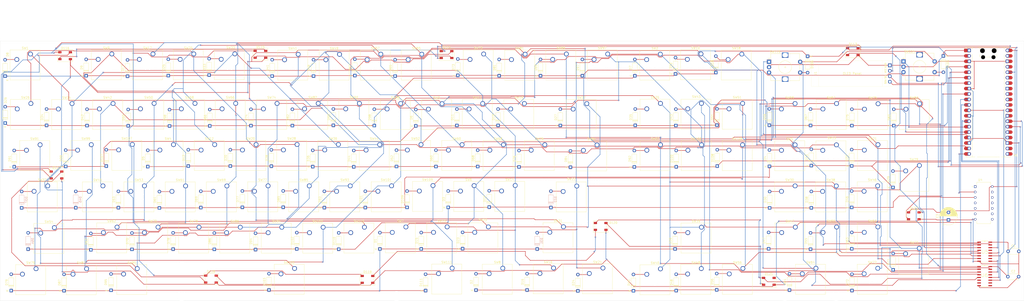
<source format=kicad_pcb>
(kicad_pcb (version 20241229) (generator "pcbnew") (generator_version "9.0")
  (layers (0 "F.Cu" signal) (2 "B.Cu" signal) (13 "F.Paste" user) (15 "B.Paste" user) (5 "F.SilkS" user "F.Silkscreen") (7 "B.SilkS" user "B.Silkscreen") (1 "F.Mask" user) (3 "B.Mask" user) (25 "Edge.Cuts" user))
  (net 0 "")
  (net 1 "Row 7")
  (net 2 "VBUS")
  (net 4 "Row 0")
  (net 6 "RGB3.3")
  (net 7 "GND")
  (net 12 "Row 4")
  (net 14 "Row 1")
  (net 15 "SCL")
  (net 16 "Row 5")
  (net 17 "SRCLK")
  (net 22 "SDA")
  (net 23 "RCLK")
  (net 24 "Row 6")
  (net 26 "Row 2")
  (net 27 "SER")
  (net 28 "+3V3")
  (net 29 "Row 3")
  (net 31 "Net-(D1-A)")
  (net 32 "Net-(D2-A)")
  (net 33 "Net-(D3-A)")
  (net 34 "Net-(D4-A)")
  (net 35 "Net-(D5-A)")
  (net 36 "Net-(D6-A)")
  (net 37 "Net-(D7-A)")
  (net 38 "Net-(D8-A)")
  (net 39 "Net-(D9-A)")
  (net 40 "Net-(D10-A)")
  (net 41 "Net-(D11-A)")
  (net 42 "Net-(D12-A)")
  (net 43 "Net-(D13-A)")
  (net 44 "Net-(D14-A)")
  (net 45 "Net-(D15-A)")
  (net 46 "Net-(D16-A)")
  (net 47 "Net-(D17-A)")
  (net 48 "Net-(D18-A)")
  (net 49 "Net-(D19-A)")
  (net 50 "Net-(D20-A)")
  (net 51 "Net-(D21-A)")
  (net 52 "Net-(D22-A)")
  (net 53 "Net-(D23-A)")
  (net 54 "Net-(D24-A)")
  (net 55 "Net-(D25-A)")
  (net 56 "Net-(D26-A)")
  (net 57 "Net-(D27-A)")
  (net 58 "Net-(D28-A)")
  (net 59 "Net-(D29-A)")
  (net 60 "Net-(D30-A)")
  (net 61 "Net-(D31-A)")
  (net 62 "Net-(D33-A)")
  (net 63 "Net-(D34-A)")
  (net 64 "Net-(D35-A)")
  (net 65 "Net-(D36-A)")
  (net 66 "Net-(D37-A)")
  (net 67 "Net-(D38-A)")
  (net 68 "Net-(D39-A)")
  (net 69 "Net-(D40-A)")
  (net 70 "Net-(D41-A)")
  (net 71 "Net-(D42-A)")
  (net 72 "Net-(D43-A)")
  (net 73 "Net-(D44-A)")
  (net 74 "Net-(D45-A)")
  (net 75 "Net-(D46-A)")
  (net 76 "Net-(D47-A)")
  (net 77 "Net-(D48-A)")
  (net 78 "Net-(D49-A)")
  (net 79 "Net-(D50-A)")
  (net 80 "Net-(D51-A)")
  (net 81 "Net-(D52-A)")
  (net 82 "Net-(D53-A)")
  (net 83 "Net-(D54-A)")
  (net 84 "Net-(D55-A)")
  (net 85 "Net-(D56-A)")
  (net 86 "Net-(D57-A)")
  (net 87 "Net-(D58-A)")
  (net 88 "Net-(D59-A)")
  (net 89 "Net-(D60-A)")
  (net 90 "Net-(D61-A)")
  (net 91 "Net-(D62-A)")
  (net 92 "Net-(D63-A)")
  (net 93 "Net-(D64-A)")
  (net 94 "Net-(D65-A)")
  (net 95 "Net-(D66-A)")
  (net 96 "Net-(D67-A)")
  (net 97 "Net-(D68-A)")
  (net 98 "Net-(D69-A)")
  (net 99 "Net-(D70-A)")
  (net 100 "Net-(D71-A)")
  (net 101 "Net-(D72-A)")
  (net 102 "Net-(D73-A)")
  (net 103 "Net-(D74-A)")
  (net 104 "Net-(D75-A)")
  (net 105 "Net-(D76-A)")
  (net 106 "Net-(D77-A)")
  (net 107 "Net-(D78-A)")
  (net 108 "Net-(D79-A)")
  (net 109 "Net-(D81-A)")
  (net 110 "Net-(D82-A)")
  (net 111 "Net-(D83-A)")
  (net 112 "Net-(D84-A)")
  (net 113 "Net-(D85-A)")
  (net 114 "Net-(D86-A)")
  (net 115 "Net-(D87-A)")
  (net 116 "Net-(D89-A)")
  (net 117 "Net-(D90-A)")
  (net 118 "Net-(D91-A)")
  (net 119 "Net-(D92-A)")
  (net 120 "Net-(D93-A)")
  (net 121 "Net-(D94-A)")
  (net 122 "Net-(D95-A)")
  (net 123 "Net-(D97-A)")
  (net 124 "Net-(D98-A)")
  (net 125 "Net-(D99-A)")
  (net 126 "Net-(D100-A)")
  (net 127 "Net-(D101-A)")
  (net 128 "Net-(D102-A)")
  (net 129 "Net-(D103-A)")
  (net 130 "RES1-S2")
  (net 131 "RES2-S2")
  (net 132 "Net-(D107-A)")
  (net 133 "Net-(D108-A)")
  (net 134 "Net-(D109-A)")
  (net 135 "Net-(D110-A)")
  (net 136 "Net-(D111-A)")
  (net 137 "RGB5")
  (net 138 "Net-(D113-DOUT)")
  (net 139 "Net-(D114-DOUT)")
  (net 140 "Net-(D115-DOUT)")
  (net 141 "Net-(D116-DOUT)")
  (net 142 "Net-(D117-DOUT)")
  (net 143 "Net-(D118-DOUT)")
  (net 144 "Net-(D119-DOUT)")
  (net 145 "Net-(D120-DOUT)")
  (net 146 "Net-(D113-DIN)")
  (net 148 "COL 0")
  (net 149 "COL 1")
  (net 150 "COL 2")
  (net 151 "COL 3")
  (net 152 "COL 4")
  (net 153 "COL 5")
  (net 154 "COL 6")
  (net 155 "COL 7")
  (net 156 "COL 8")
  (net 157 "COL 9")
  (net 158 "COL 10")
  (net 159 "COL 11")
  (net 160 "COL 12")
  (net 161 "COL 13")
  (net 162 "RES1-B")
  (net 163 "RES1-A")
  (net 164 "RES2-B")
  (net 165 "RES2-A")
  (net 166 "Net-(U5-QH')")
  (footprint "Diode_THT:D_DO-35_SOD27_P7.62mm_Horizontal" (layer "F.Cu") (at 69.31 49.97 90)
    (property "Reference" "D50")
    (property "Value" "D")
  )
  (footprint "Diode_THT:D_DO-35_SOD27_P7.62mm_Horizontal" (layer "F.Cu") (at 232.025 68.97 90)
    (property "Reference" "D68")
    (property "Value" "D")
  )
  (footprint "Button_Switch_Keyboard:SW_Cherry_MX_1.00u_PCB" (layer "F.Cu") (at 83.215 97.22)
    (property "Reference" "SW70")
    (property "Value" "SW_Push")
  )
  (footprint "Diode_THT:D_DO-35_SOD27_P7.62mm_Horizontal" (layer "F.Cu") (at 255.025 126.56 90)
    (property "Reference" "D16")
    (property "Value" "D")
  )
  (footprint "Diode_THT:D_DO-35_SOD27_P7.62mm_Horizontal" (layer "F.Cu") (at 343.3 126.495 90)
    (property "Reference" "D56")
    (property "Value" "D")
  )
  (footprint "Diode_THT:D_DO-35_SOD27_P7.62mm_Horizontal" (layer "F.Cu") (at 12.06 48.695 90)
    (property "Reference" "D26")
    (property "Value" "D")
  )
  (footprint "LED_SMD:LED_SK6812_PLCC4_5.0x5.0mm_P3.2mm" (layer "F.Cu") (at 180.725 121.6)
    (property "Reference" "D119")
    (property "Value" "SK6812")
  )
  (footprint "Button_Switch_Keyboard:SW_Cherry_MX_1.00u_PCB" (layer "F.Cu") (at 26.41 116.62)
    (property "Reference" "SW79")
    (property "Value" "SW_Push")
  )
  (footprint "Button_Switch_Keyboard:SW_Cherry_MX_1.00u_PCB" (layer "F.Cu") (at 263.285 58.795)
    (property "Reference" "SW76")
    (property "Value" "SW_Push")
  )
  (footprint "Button_Switch_Keyboard:SW_Cherry_MX_1.00u_PCB" (layer "F.Cu") (at 234.37 39.59)
    (property "Reference" "SW11")
    (property "Value" "SW_Push")
  )
  (footprint "Diode_THT:D_DO-35_SOD27_P7.62mm_Horizontal" (layer "F.Cu") (at 193.59 26.785 90)
    (property "Reference" "D65")
    (property "Value" "D")
  )
  (footprint "Diode_THT:D_DO-35_SOD27_P7.62mm_Horizontal" (layer "F.Cu") (at 64.75 88.15 90)
    (property "Reference" "D53")
    (property "Value" "D")
  )
  (footprint "Button_Switch_Keyboard:SW_Cherry_MX_1.00u_PCB" (layer "F.Cu") (at 220.135 116.37)
    (property "Reference" "SW111")
    (property "Value" "SW_Push")
  )
  (footprint "Button_Switch_Keyboard:SW_Cherry_MX_1.00u_PCB" (layer "F.Cu") (at 146.785 116.495)
    (property "Reference" "SW103")
    (property "Value" "SW_Push")
  )
  (footprint "Button_Switch_Keyboard:SW_Cherry_MX_1.00u_PCB" (layer "F.Cu") (at 317.115 116.695)
    (property "Reference" "SW40")
    (property "Value" "SW_Push")
  )
  (footprint "Diode_THT:D_DO-35_SOD27_P7.62mm_Horizontal" (layer "F.Cu") (at 147.8 107.41 90)
    (property "Reference" "D102")
    (property "Value" "D")
  )
  (footprint "Button_Switch_Keyboard:SW_Cherry_MX_1.00u_PCB" (layer "F.Cu") (at 172.69 77.995)
    (property "Reference" "SW93")
    (property "Value" "SW_Push")
  )
  (footprint "Diode_THT:D_DO-35_SOD27_P7.62mm_Horizontal" (layer "F.Cu") (at 367.95 88.25 90)
    (property "Reference" "D30")
    (property "Value" "D")
  )
  (footprint "Button_Switch_Keyboard:SW_Cherry_MX_1.00u_PCB" (layer "F.Cu") (at 399.11 39.595)
    (property "Reference" "SW67")
    (property "Value" "SW_Push")
  )
  (footprint "Diode_THT:D_DO-35_SOD27_P7.62mm_Horizontal" (layer "F.Cu") (at 280.775 26.635 90)
    (property "Reference" "D97")
    (property "Value" "D")
  )
  (footprint "Button_Switch_Keyboard:SW_Cherry_MX_1.00u_PCB" (layer "F.Cu") (at 398.98 78.02)
    (property "Reference" "SW38")
    (property "Value" "SW_Push")
  )
  (footprint "stab:STAB_MX_2.25u" (layer "F.Cu") (at 275.61875 83.16)
    (property "Reference" "REF**" (hide yes))
    (property "Value" "STAB_MX_2.25u")
  )
  (footprint "Button_Switch_Keyboard:SW_Cherry_MX_1.00u_PCB" (layer "F.Cu") (at 57.545 77.995)
    (property "Reference" "SW45")
    (property "Value" "SW_Push")
  )
  (footprint "Diode_THT:D_DO-35_SOD27_P7.62mm_Horizontal" (layer "F.Cu") (at 145.76 49.88 90)
    (property "Reference" "D82")
    (property "Value" "D")
  )
  (footprint "Button_Switch_Keyboard:SW_Cherry_MX_1.00u_PCB" (layer "F.Cu") (at 418.445 39.67)
    (property "Reference" "SW75")
    (property "Value" "SW_Push")
  )
  (footprint "Button_Switch_Keyboard:SW_Cherry_MX_1.00u_PCB" (layer "F.Cu") (at 71.235 58.67)
    (property "Reference" "SW107")
    (property "Value" "SW_Push")
  )
  (footprint "Button_Switch_Keyboard:SW_Cherry_MX_1.00u_PCB" (layer "F.Cu") (at 249.495 77.82)
    (property "Reference" "SW14")
    (property "Value" "SW_Push")
  )
  (footprint "Diode_THT:D_DO-35_SOD27_P7.62mm_Horizontal" (layer "F.Cu") (at 107.285 50.005 90)
    (property "Reference" "D66")
    (property "Value" "D")
  )
  (footprint "Button_Switch_Keyboard:SW_Cherry_MX_1.00u_PCB" (layer "F.Cu") (at 31.845 77.995)
    (property "Reference" "SW37")
    (property "Value" "SW_Push")
  )
  (footprint "Diode_THT:D_DO-35_SOD27_P7.62mm_Horizontal" (layer "F.Cu") (at 237.4 87.885 90)
    (property "Reference" "D14")
    (property "Value" "D")
  )
  (footprint "Button_Switch_Keyboard:SW_Cherry_MX_1.00u_PCB" (layer "F.Cu") (at 230.36 77.87)
    (property "Reference" "SW6")
    (property "Value" "SW_Push")
  )
  (footprint "Button_Switch_Keyboard:SW_Cherry_MX_1.00u_PCB" (layer "F.Cu") (at 336.135 116.545)
    (property "Reference" "SW48")
    (property "Value" "SW_Push")
  )
  (footprint "Button_Switch_Keyboard:SW_Cherry_MX_1.00u_PCB" (layer "F.Cu") (at 336.205 39.515)
    (property "Reference" "SW43")
    (property "Value" "SW_Push")
  )
  (footprint "Button_Switch_Keyboard:SW_Cherry_MX_1.00u_PCB" (layer "F.Cu") (at 198.61 97.145)
    (property "Reference" "SW7")
    (property "Value" "SW_Push")
  )
  (footprint "Button_Switch_Keyboard:SW_Cherry_MX_1.00u_PCB" (layer "F.Cu") (at 147.935 58.695)
    (property "Reference" "SW28")
    (property "Value" "SW_Push")
  )
  (footprint "Diode_THT:D_DO-35_SOD27_P7.62mm_Horizontal" (layer "F.Cu") (at 88 26.56 90)
    (property "Reference" "D25")
    (property "Value" "D")
  )
  (footprint "stab:STAB_MX_2u" (layer "F.Cu") (at 29.3 83.1)
    (property "Reference" "REF**" (hide yes))
    (property "Value" "STAB_MX_2u")
  )
  (footprint "Button_Switch_Keyboard:SW_Cherry_MX_1.00u_PCB" (layer "F.Cu") (at 52.115 58.77)
    (property "Reference" "SW99")
    (property "Value" "SW_Push")
  )
  (footprint "stab:STAB_MX_2u" (layer "F.Cu") (at 32.4 102.55)
    (property "Reference" "REF**" (hide yes))
    (property "Value" "STAB_MX_2u")
  )
  (footprint "Diode_THT:D_DO-35_SOD27_P7.62mm_Horizontal" (layer "F.Cu") (at 183.91 49.87 90)
    (property "Reference" "D98")
    (property "Value" "D")
  )
  (footprint "Diode_THT:D_DO-35_SOD27_P7.62mm_Horizontal" (layer "F.Cu") (at 367.825 49.72 90)
    (property "Reference" "D59")
    (property "Value" "D")
  )
  (footprint "Button_Switch_Keyboard:SW_Cherry_MX_1.00u_PCB" (layer "F.Cu") (at 179.285 97.27)
    (property "Reference" "SW110")
    (property "Value" "SW_Push")
  )
  (footprint "Button_Switch_Keyboard:SW_Cherry_MX_1.00u_PCB" (layer "F.Cu") (at 379.81 58.845)
    (property "Reference" "SW5")
    (property "Value" "SW_Push")
  )
  (footprint "Diode_THT:D_DO-35_SOD27_P7.62mm_Horizontal" (layer "F.Cu") (at 49.75 26.62 90)
    (property "Reference" "D9")
    (property "Value" "D")
  )
  (footprint "Button_Switch_Keyboard:SW_Cherry_MX_1.00u_PCB" (layer "F.Cu") (at 389.515 116.42)
    (property "Reference" "SW64")
    (property "Value" "SW_Push")
  )
  (footprint "Diode_THT:D_DO-35_SOD27_P7.62mm_Horizontal" (layer "F.Cu") (at 12 26.81 90)
    (property "Reference" "D8")
    (property "Value" "D")
  )
  (footprint "LED_SMD:LED_SK6812_PLCC4_5.0x5.0mm_P3.2mm" (layer "F.Cu") (at 107.85 121.45)
    (property "Reference" "D118")
    (property "Value" "SK6812")
  )
  (footprint "Capacitor_THT:C_Disc_D5.0mm_W2.5mm_P5.00mm" (layer "F.Cu") (at 478.975 108.525)
    (property "Reference" "C1")
    (property "Value" "0.1 µF")
  )
  (footprint "Diode_THT:D_DO-35_SOD27_P7.62mm_Horizontal" (layer "F.Cu") (at 241.525 49.795 90)
    (property "Reference" "D19")
    (property "Value" "D")
  )
  (footprint "Diode_THT:D_DO-35_SOD27_P7.62mm_Horizontal" (layer "F.Cu") (at 387.375 68.535 90)
    (property "Reference" "D13")
    (property "Value" "D")
  )
  (footprint "Diode_THT:D_DO-35_SOD27_P7.62mm_Horizontal" (layer "F.Cu") (at 69 26.87 90)
    (property "Reference" "D17")
    (property "Value" "D")
  )
  (footprint "Diode_THT:D_DO-35_SOD27_P7.62mm_Horizontal" (layer "F.Cu") (at 425.75 49.885 90)
    (property "Reference" "D83")
    (property "Value" "D")
  )
  (footprint "Button_Switch_Keyboard:SW_Cherry_MX_1.00u_PCB" (layer "F.Cu") (at 399.145 97.17)
    (property "Reference" "SW55")
    (property "Value" "SW_Push")
  )
  (footprint "Diode_THT:D_DO-35_SOD27_P7.62mm_Horizontal" (layer "F.Cu") (at 212.6 68.97 90)
    (property "Reference" "D60")
    (property "Value" "D")
  )
  (footprint "LED_SMD:LED_SK6812_PLCC4_5.0x5.0mm_P3.2mm" (layer "F.Cu") (at 289.3 96.9)
    (property "Reference" "D120")
    (property "Value" "SK6812")
  )
  (footprint "Diode_THT:D_DO-35_SOD27_P7.62mm_Horizontal" (layer "F.Cu") (at 406.15 88.035 90)
    (property "Reference" "D46")
    (property "Value" "D")
  )
  (footprint "KEYBOARD:DIP794W45P254L1930H508Q14" (layer "F.Cu") (at 467.63 85.945)
    (property "Reference" "U4")
    (property "Value" "SN74AHCT125N")
  )
  (footprint "LED_SMD:LED_SK6812_PLCC4_5.0x5.0mm_P3.2mm" (layer "F.Cu") (at 39.95 17.275)
    (property "Reference" "D116")
    (property "Value" "SK6812")
  )
  (footprint "Button_Switch_Keyboard:SW_Cherry_MX_1.00u_PCB" (layer "F.Cu") (at 176.95 39.53)
    (property "Reference" "SW90")
    (property "Value" "SW_Push")
  )
  (footprint "Diode_THT:D_DO-35_SOD27_P7.62mm_Horizontal" (layer "F.Cu") (at 367.875 68.875 90)
    (property "Reference" "D4")
    (property "Value" "D")
  )
  (footprint "Diode_THT:D_DO-35_SOD27_P7.62mm_Horizontal" (layer "F.Cu") (at 155.59 26.785 90)
    (property "Reference" "D49")
    (property "Value" "D")
  )
  (footprint "Button_Switch_Keyboard:SW_Cherry_MX_1.00u_PCB" (layer "F.Cu") (at 140.825 97.295)
    (property "Reference" "SW94")
    (property "Value" "SW_Push")
  )
  (footprint "Button_Switch_Keyboard:SW_Cherry_MX_1.00u_PCB" (layer "F.Cu") (at 61.69 16.46)
    (property "Reference" "SW9")
    (property "Value" "SW_Push")
  )
  (footprint "Diode_THT:D_DO-35_SOD27_P7.62mm_Horizontal" (layer "F.Cu") (at 78.425 69.01 90)
    (property "Reference" "D5")
    (property "Value" "D")
  )
  (footprint "Button_Switch_Keyboard:SW_Cherry_MX_1.00u_PCB" (layer "F.Cu") (at 287.595 58.895)
    (property "Reference" "SW84")
    (property "Value" "SW_Push")
  )
  (footprint "Button_Switch_Keyboard:SW_Cherry_MX_1.00u_PCB" (layer "F.Cu") (at 243.71 116.395)
    (property "Reference" "SW8")
    (property "Value" "SW_Push")
  )
  (footprint "Button_Switch_Keyboard:SW_Cherry_MX_1.00u_PCB" (layer "F.Cu") (at 191.935 77.97)
    (property "Reference" "SW101")
    (property "Value" "SW_Push")
  )
  (footprint "Button_Switch_Keyboard:SW_Cherry_MX_1.00u_PCB" (layer "F.Cu") (at 271.96 97.07)
    (property "Reference" "SW31")
    (property "Value" "SW_Push")
  )
  (footprint "Button_Switch_Keyboard:SW_Cherry_MX_1.00u_PCB" (layer "F.Cu") (at 292.565 16.495)
    (property "Reference" "SW97")
    (property "Value" "SW_Push")
  )
  (footprint "Diode_THT:D_DO-35_SOD27_P7.62mm_Horizontal" (layer "F.Cu") (at 128.6 107.7 90)
    (property "Reference" "D94")
    (property "Value" "D")
  )
  (footprint "Button_Switch_Keyboard:SW_Cherry_MX_1.00u_PCB" (layer "F.Cu") (at 118.96 16.42)
    (property "Reference" "SW33")
    (property "Value" "SW_Push")
  )
  (footprint "Diode_THT:D_DO-35_SOD27_P7.62mm_Horizontal" (layer "F.Cu") (at 406.3 126.795 90)
    (property "Reference" "D72")
    (property "Value" "D")
  )
  (footprint "Diode_THT:D_DO-35_SOD27_P7.62mm_Horizontal" (layer "F.Cu") (at 343.575 68.77 90)
    (property "Reference" "D108")
    (property "Value" "D")
  )
  (footprint "Button_Switch_Keyboard:SW_Cherry_MX_1.00u_PCB" (layer "F.Cu") (at 196.195 39.58)
    (property "Reference" "SW98")
    (property "Value" "SW_Push")
  )
  (footprint "Diode_THT:D_DO-35_SOD27_P7.62mm_Horizontal" (layer "F.Cu") (at 40.2 68.935 90)
    (property "Reference" "D99")
    (property "Value" "D")
  )
  (footprint "Button_Switch_Keyboard:SW_Cherry_MX_1.00u_PCB" (layer "F.Cu") (at 217.81 97.12)
    (property "Reference" "SW15")
    (property "Value" "SW_Push")
  )
  (footprint "Button_Switch_Keyboard:SW_Cherry_MX_1.00u_PCB" (layer "F.Cu") (at 148.46 16.645)
    (property "Reference" "SW41")
    (property "Value" "SW_Push")
  )
  (footprint "stab:STAB_MX_6.25u" (layer "F.Cu") (at 144.225 121.54805)
    (property "Reference" "REF**" (hide yes))
    (property "Value" "STAB_MX_6.25u")
  )
  (footprint "Button_Switch_Keyboard:SW_Cherry_MX_1.00u_PCB" (layer "F.Cu") (at 336.265 58.82)
    (property "Reference" "SW100")
    (property "Value" "SW_Push")
  )
  (footprint "Diode_THT:D_DO-35_SOD27_P7.62mm_Horizontal" (layer "F.Cu") (at 324.135 25.77 90)
    (property "Reference" "D10")
    (property "Value" "D")
  )
  (footprint "Diode_THT:D_DO-35_SOD27_P7.62mm_Horizontal" (layer "F.Cu") (at 14.85 126.82 90)
    (property "Reference" "D79")
    (property "Value" "D")
  )
  (footprint "Diode_THT:D_DO-35_SOD27_P7.62mm_Horizontal" (layer "F.Cu") (at 186.5 107.42 90)
    (property "Reference" "D1")
    (property "Value" "D")
  )
  (footprint "Button_Switch_Keyboard:SW_Cherry_MX_1.00u_PCB" (layer "F.Cu") (at 418.31 116.42)
    (property "Reference" "SW72")
    (property "Value" "SW_Push")
  )
  (footprint "Button_Switch_Keyboard:SW_Cherry_MX_1.00u_PCB" (layer "F.Cu") (at 43.16 39.61)
    (property "Reference" "SW34")
    (property "Value" "SW_Push")
  )
  (footprint "Button_Switch_Keyboard:SW_Cherry_MX_1.00u_PCB" (layer "F.Cu") (at 234.815 16.495)
    (property "Reference" "SW73")
    (property "Value" "SW_Push")
  )
  (footprint "Diode_THT:D_DO-35_SOD27_P7.62mm_Horizontal" (layer "F.Cu") (at 342.91 25.11 90)
    (property "Reference" "D18")
    (property "Value" "D")
  )
  (footprint "Button_Switch_Keyboard:SW_Cherry_MX_1.00u_PCB" (layer "F.Cu") (at 102.29 97.27)
    (property "Reference" "SW78")
    (property "Value" "SW_Push")
  )
  (footprint "Button_Switch_Keyboard:SW_Cherry_MX_1.00u_PCB" (layer "F.Cu") (at 138.62 39.55)
    (property "Reference" "SW74")
    (property "Value" "SW_Push")
  )
  (footprint "Diode_THT:D_DO-35_SOD27_P7.62mm_Horizontal" (layer "F.Cu") (at 425.475 117.145 90)
    (property "Reference" "D71")
    (property "Value" "D")
  )
  (footprint "Diode_THT:D_DO-35_SOD27_P7.62mm_Horizontal" (layer "F.Cu") (at 324.45 126.82 90)
    (property "Reference" "D48")
    (property "Value" "D")
  )
  (footprint "Diode_THT:D_DO-35_SOD27_P7.62mm_Horizontal" (layer "F.Cu") (at 385.625 17.565 -90)
    (property "Reference" "D106")
    (property "Value" "D")
  )
  (footprint "Button_Switch_Keyboard:SW_Cherry_MX_1.00u_PCB" (layer "F.Cu") (at 379.81 77.995)
    (property "Reference" "SW30")
    (property "Value" "SW_Push")
  )
  (footprint "Diode_THT:D_DO-35_SOD27_P7.62mm_Horizontal" (layer "F.Cu") (at 174.325 69.1 90)
    (property "Reference" "D44")
    (property "Value" "D")
  )
  (footprint "Diode_THT:D_DO-35_SOD27_P7.62mm_Horizontal" (layer "F.Cu") (at 51.925 107.795 90)
    (property "Reference" "D62")
    (property "Value" "D")
  )
  (footprint "Button_Switch_Keyboard:SW_Cherry_MX_1.00u_PCB" (layer "F.Cu") (at 134.44 77.975)
    (property "Reference" "SW77")
    (property "Value" "SW_Push")
  )
  (footprint "Button_Switch_Keyboard:SW_Cherry_MX_1.00u_PCB" (layer "F.Cu") (at 100.41 39.53)
    (property "Reference" "SW58")
    (property "Value" "SW_Push")
  )
  (footprint "Button_Switch_Keyboard:SW_Cherry_MX_1.00u_PCB" (layer "F.Cu") (at 160.07 97.295)
    (property "Reference" "SW102")
    (property "Value" "SW_Push")
  )
  (footprint "Button_Switch_Keyboard:SW_Cherry_MX_1.00u_PCB" (layer "F.Cu") (at 206 16.565)
    (property "Reference" "SW65")
    (property "Value" "SW_Push")
  )
  (footprint "Button_Switch_Keyboard:SW_Cherry_MX_1.00u_PCB" (layer "F.Cu") (at 290.34 116.295)
    (property "Reference" "SW24")
    (property "Value" "SW_Push")
  )
  (footprint "Button_Switch_Keyboard:SW_Cherry_MX_1.00u_PCB" (layer "F.Cu") (at 437.61 107.095)
    (property "Reference" "SW71")
    (property "Value" "SW_Push")
  )
  (footprint "Diode_THT:D_DO-35_SOD27_P7.62mm_Horizontal" (layer "F.Cu") (at 425.375 78.71 90)
    (property "Reference" "D29")
    (property "Value" "D")
  )
  (footprint "stab:STAB_MX_2u" (layer "F.Cu") (at 386.975 121.525)
    (property "Reference" "REF**" (hide yes))
    (property "Value" "STAB_MX_2u")
  )
  (footprint "Button_Switch_Keyboard:SW_Cherry_MX_1.00u_PCB" (layer "F.Cu") (at 211.215 77.845)
    (property "Reference" "SW109")
    (property "Value" "SW_Push")
  )
  (footprint "Diode_THT:D_DO-35_SOD27_P7.62mm_Horizontal" (layer "F.Cu") (at 207.765 126.82 90)
    (property "Reference" "D111")
    (property "Value" "D")
  )
  (footprint "Rotary_Encoder:RotaryEncoder_Alps_EC12E-Switch_Vertical_H20mm" (layer "F.Cu") (at 430.275 19.95)
    (property "Reference" "SW114")
    (property "Value" "RotaryEncoder_Switch")
  )
  (footprint "Button_Switch_Keyboard:SW_Cherry_MX_1.00u_PCB" (layer "F.Cu") (at 119.37 39.53)
    (property "Reference" "SW66")
    (property "Value" "SW_Push")
  )
  (footprint "Button_Switch_Keyboard:SW_Cherry_MX_1.00u_PCB" (layer "F.Cu") (at 96.035 78.02)
    (property "Reference" "SW61")
    (property "Value" "SW_Push")
  )
  (footprint "Button_Switch_Keyboard:SW_Cherry_MX_1.00u_PCB" (layer "F.Cu") (at 237.01 97.12)
    (property "Reference" "SW23")
    (property "Value" "SW_Push")
  )
  (footprint "Button_Switch_Keyboard:SW_Cherry_MX_1.00u_PCB" (layer "F.Cu") (at 354.99 16.52)
    (property "Reference" "SW18")
    (property "Value" "SW_Push")
  )
  (footprint "Button_Switch_Keyboard:SW_Cherry_MX_1.00u_PCB" (layer "F.Cu") (at 215.43 39.655)
    (property "Reference" "SW3")
    (property "Value" "SW_Push")
  )
  (footprint "Button_Switch_Keyboard:SW_Cherry_MX_1.00u_PCB" (layer "F.Cu") (at 23.8125 16.51)
    (property "Reference" "SW1")
    (property "Value" "SW_Push")
  )
  (footprint "KEYBOARD:SOIC127P600X175-16N" (layer "F.Cu") (at 468.075 120.075)
    (property "Reference" "U6")
    (property "Value" "74HC595")
  )
  (footprint "Diode_THT:D_DO-35_SOD27_P7.62mm_Horizontal" (layer "F.Cu") (at 218.3 87.995 90)
    (property "Reference" "D3")
    (property "Value" "D")
  )
  (footprint "Button_Switch_Keyboard:SW_Cherry_MX_1.00u_PCB" (layer "F.Cu") (at 282.835 39.64)
    (property "Reference" "SW27")
    (property "Value" "SW_Push")
  )
  (footprint "Button_Switch_Keyboard:SW_Cherry_MX_1.00u_PCB" (layer "F.Cu") (at 28.29 58.82)
    (property "Reference" "SW91")
    (property "Value" "SW_Push")
  )
  (footprint "LED_SMD:LED_SK6812_PLCC4_5.0x5.0mm_P3.2mm" (layer "F.Cu") (at 435.075 91.95)
    (property "Reference" "D122")
    (property "Value" "SK6812")
  )
  (footprint "Diode_THT:D_DO-35_SOD27_P7.62mm_Horizontal" (layer "F.Cu") (at 406.2 107.32 90)
    (property "Reference" "D63")
    (property "Value" "D")
  )
  (footprint "Diode_THT:D_DO-35_SOD27_P7.62mm_Horizontal" (layer "F.Cu") (at 367.475 107.32 90)
    (property "Reference" "D47")
    (property "Value" "D")
  )
  (footprint "Diode_THT:D_DO-35_SOD27_P7.62mm_Horizontal" (layer "F.Cu") (at 103.125 88.11 90)
    (property "Reference" "D69")
    (property "Value" "D")
  )
  (footprint "Diode_THT:D_DO-35_SOD27_P7.62mm_Horizontal" (layer "F.Cu") (at 61.33 126.695 90)
    (property "Reference" "D95")
    (property "Value" "D")
  )
  (footprint "Button_Switch_Keyboard:SW_Cherry_MX_1.00u_PCB" (layer "F.Cu") (at 81.37 39.53)
    (property "Reference" "SW50")
    (property "Value" "SW_Push")
  )
  (footprint "Diode_THT:D_DO-35_SOD27_P7.62mm_Horizontal" (layer "F.Cu") (at 387 49.81 90)
    (property "Reference" "D67")
    (property "Value" "D")
  )
  (footprint "Diode_THT:D_DO-35_SOD27_P7.62mm_Horizontal" (layer "F.Cu") (at 167.325 107.52 90)
    (property "Reference" "D110")
    (property "Value" "D")
  )
  (footprint "Diode_THT:D_DO-35_SOD27_P7.62mm_Horizontal" (layer "F.Cu") (at 304.975 69.145 90)
    (property "Reference" "D92")
    (property "Value" "D")
  )
  (footprint "Button_Switch_Keyboard:SW_Cherry_MX_1.00u_PCB" (layer "F.Cu") (at 115.265 78.02)
    (property "Reference" "SW69")
    (property "Value" "SW_Push")
  )
  (footprint "Diode_THT:D_DO-35_SOD27_P7.62mm_Horizontal" (layer "F.Cu") (at 109.425 107.585 90)
    (property "Reference" "D86")
    (property "Value" "D")
  )
  (footprint "Button_Switch_Keyboard:SW_Cherry_MX_1.00u_PCB" (layer "F.Cu") (at 418.39 58.77)
    (property "Reference" "SW21")
    (property "Value" "SW_Push")
  )
  (footprint "Rotary_Encoder:RotaryEncoder_Alps_EC12E-Switch_Vertical_H20mm" (layer "F.Cu") (at 367.675 20.125)
    (property "Reference" "SW115")
    (property "Value" "RotaryEncoder_Switch")
  )
  (footprint "Diode_THT:D_DO-35_SOD27_P7.62mm_Horizontal" (layer "F.Cu") (at 88.56 50.055 90)
    (property "Reference" "D58")
    (property "Value" "D")
  )
  (footprint "Button_Switch_Keyboard:SW_Cherry_MX_1.00u_PCB" (layer "F.Cu") (at 379.79 39.595)
    (property "Reference" "SW59")
    (property "Value" "SW_Push")
  )
  (footprint "Button_Switch_Keyboard:SW_Cherry_MX_1.00u_PCB" (layer "F.Cu") (at 186.41 58.745)
    (property "Reference" "SW44")
    (property "Value" "SW_Push")
  )
  (footprint "Diode_THT:D_DO-35_SOD27_P7.62mm_Horizontal" (layer "F.Cu") (at 135.975 68.8 90)
    (property "Reference" "D28")
    (property "Value" "D")
  )
  (footprint "Diode_THT:D_DO-35_SOD27_P7.62mm_Horizontal" (layer "F.Cu") (at 164.835 49.755 90)
    (property "Reference" "D90")
    (property "Value" "D")
  )
  (footprint "Capacitor_THT:C_Disc_D5.0mm_W2.5mm_P5.00mm" (layer "F.Cu") (at 478.875 120.325)
    (property "Reference" "C2")
    (property "Value" "0.1 µF")
  )
  (footprint "KEYBOARD:0.91 OLED 128x32" (layer "F.Cu") (at 387.4 19.59)
    (property "Reference" "J1")
    (property "Value" "OLED_I2C_CON")
  )
  (footprint "Diode_THT:D_DO-35_SOD27_P7.62mm_Horizontal" (layer "F.Cu") (at 305.21 26.655 90)
    (property "Reference" "D7")
    (property "Value" "D")
  )
  (footprint "Button_Switch_Keyboard:SW_Cherry_MX_1.00u_PCB" (layer "F.Cu") (at 267.36 116.295)
    (property "Reference" "SW16")
    (property "Value" "SW_Push")
  )
  (footprint "Diode_THT:D_DO-35_SOD27_P7.62mm_Horizontal" (layer "F.Cu") (at 323.925 107.42 90)
    (property "Reference" "D39")
    (property "Value" "D")
  )
  (footprint "Button_Switch_Keyboard:SW_Cherry_MX_1.00u_PCB" (layer "F.Cu") (at 317.135 58.82)
    (property "Reference" "SW92")
    (property "Value" "SW_Push")
  )
  (footprint "stab:STAB_MX_2.25u" (layer "F.Cu") (at 269.39375 102.145)
    (property "Reference" "REF**" (hide yes))
    (property "Value" "STAB_MX_2.25u")
  )
  (footprint "Diode_THT:D_DO-35_SOD27_P7.62mm_Horizontal" (layer "F.Cu") (at 387 107.525 90)
    (property "Reference" "D55")
    (property "Value" "D")
  )
  (footprint "Button_Switch_Keyboard:SW_Cherry_MX_1.00u_PCB" (layer "F.Cu") (at 335.985 16.435)
    (property "Reference" "SW10")
    (property "Value" "SW_Push")
  )
  (footprint "Diode_THT:D_DO-35_SOD27_P7.62mm_Horizontal" (layer "F.Cu") (at 97.3 68.76 90)
    (property "Reference" "D12")
    (property "Value" "D")
  )
  (footprint "Diode_THT:D_DO-35_SOD27_P7.62mm_Horizontal" (layer "F.Cu") (at 141.475 87.96 90)
    (property "Reference" "D85")
    (property "Value" "D")
  )
  (footprint "Button_Switch_Keyboard:SW_Cherry_MX_1.00u_PCB" (layer "F.Cu") (at 278.17 78.07)
    (property "Reference" "SW22")
    (property "Value" "SW_Push")
  )
  (footprint "Diode_THT:D_DO-35_SOD27_P7.62mm_Horizontal" (layer "F.Cu") (at 278.675 126.97 90)
    (property "Reference" "D24")
    (property "Value" "D")
  )
  (footprint "Button_Switch_Keyboard:SW_Cherry_MX_1.00u_PCB" (layer "F.Cu") (at 418.27 77.97)
    (property "Reference" "SW46")
    (property "Value" "SW_Push")
  )
  (footprint "Button_Switch_Keyboard:SW_Cherry_MX_1.00u_PCB" (layer "F.Cu") (at 437.665 68.47)
    (property "Reference" "SW29")
    (property "Value" "SW_Push")
  )
  (footprint "Button_Switch_Keyboard:SW_Cherry_MX_1.00u_PCB" (layer "F.Cu") (at 254.105 16.575)
    (property "Reference" "SW81")
    (property "Value" "SW_Push")
  )
  (footprint "Capacitor_THT:CP_Radial_D8.0mm_P3.50mm" (layer "F.Cu") (at 451.225 93.852651 90)
    (property "Reference" "C3")
    (property "Value" "1000 µF")
  )
  (footprint "Diode_THT:D_DO-35_SOD27_P7.62mm_Horizontal" (layer "F.Cu") (at 199.15 88.035 90)
    (property "Reference" "D109")
    (property "Value" "D")
  )
  (footprint "LED_SMD:LED_SK6812_PLCC4_5.0x5.0mm_P3.2mm" (layer "F.Cu") (at 35.925 72.9)
    (property "Reference" "D117")
    (property "Value" "SK6812")
  )
  (footprint "Button_Switch_Keyboard:SW_Cherry_MX_1.00u_PCB" (layer "F.Cu") (at 80.85 16.46)
    (property "Reference" "SW17")
    (property "Value" "SW_Push")
  )
  (footprint "Button_Switch_Keyboard:SW_Cherry_MX_1.00u_PCB" (layer "F.Cu") (at 157.78 39.53)
    (property "Reference" "SW82")
    (property "Value" "SW_Push")
  )
  (footprint "Diode_THT:D_DO-35_SOD27_P7.62mm_Horizontal" (layer "F.Cu") (at 324.3 49.835 90)
    (property "Reference" "D43")
    (property "Value" "D")
  )
  (footprint "Button_Switch_Keyboard:SW_Cherry_MX_1.00u_PCB" (layer "F.Cu") (at 336.215 97.27)
    (property "Reference" "SW39")
    (property "Value" "SW_Push")
  )
  (footprint "Button_Switch_Keyboard:SW_Cherry_MX_1.00u_PCB" (layer "F.Cu") (at 253.755 39.59)
    (property "Reference" "SW19")
    (property "Value" "SW_Push")
  )
  (footprint "Diode_THT:D_DO-35_SOD27_P7.62mm_Horizontal" (layer "F.Cu") (at 261.275 26.635 90)
    (property "Reference" "D89")
    (property "Value" "D")
  )
  (footprint "Diode_THT:D_DO-35_SOD27_P7.62mm_Horizontal" (layer "F.Cu") (at 122.475 87.985 90)
    (property "Reference" "D77")
    (property "Value" "D")
  )
  (footprint "stab:STAB_MX_2u" (layer "F.Cu") (at 435.125 73.575 90)
    (property "Reference" "REF**" (hide yes))
    (property "Value" "STAB_MX_2u")
  )
  (footprint "Diode_THT:D_DO-35_SOD27_P7.62mm_Horizontal" (layer "F.Cu") (at 387.375 88.225 90)
    (property "Reference" "D38")
    (property "Value" "D")
  )
  (footprint "Diode_THT:D_DO-35_SOD27_P7.62mm_Horizontal" (layer "F.Cu") (at 242.025 26.635 90)
    (property "Reference" "D81")
    (property "Value" "D")
  )
  (footprint "Module:RaspberryPi_Pico_Common_Unspecified" (layer "F.Cu") (at 469.76 38.955)
    (property "Reference" "A1")
    (property "Value" "RaspberryPi_Pico")
  )
  (footprint "Button_Switch_Keyboard:SW_Cherry_MX_1.00u_PCB" (layer "F.Cu") (at 62.26 39.57)
    (property "Reference" "SW42")
    (property "Value" "SW_Push")
  )
  (footprint "Button_Switch_Keyboard:SW_Cherry_MX_1.00u_PCB" (layer "F.Cu") (at 224.76 58.77)
    (property "Reference" "SW60")
    (property "Value" "SW_Push")
  )
  (footprint "Diode_THT:D_DO-35_SOD27_P7.62mm_Horizontal" (layer "F.Cu") (at 155.225 69.025 90)
    (property "Reference" "D36")
    (property "Value" "D")
  )
  (footprint "Diode_THT:D_DO-35_SOD27_P7.62mm_Horizontal" (layer "F.Cu") (at 116.875 68.76 90)
    (property "Reference" "D20")
    (property "Value" "D")
  )
  (footprint "LED_SMD:LED_SK6812_PLCC4_5.0x5.0mm_P3.2mm" (layer "F.Cu") (at 406.7 15.375)
    (property "Reference" "D113")
    (property "Value" "SK6812")
  )
  (footprint "LED_SMD:LED_SK6812_PLCC4_5.0x5.0mm_P3.2mm" (layer "F.Cu") (at 217.525 16.75)
    (property "Reference" "D114")
    (property "Value" "SK6812")
  )
  (footprint "Button_Switch_Keyboard:SW_Cherry_MX_1.00u_PCB" (layer "F.Cu") (at 437.77 39.67)
    (property "Reference" "SW83")
    (property "Value" "SW_Push")
  )
  (footprint "Diode_THT:D_DO-35_SOD27_P7.62mm_Horizontal" (layer "F.Cu") (at 59.125 68.77 90)
    (property "Reference" "D107")
    (property "Value" "D")
  )
  (footprint "Button_Switch_Keyboard:SW_Cherry_MX_1.00u_PCB" (layer "F.Cu") (at 128.86 58.72)
    (property "Reference" "SW20")
    (property "Value" "SW_Push")
  )
  (footprint "Button_Switch_Keyboard:SW_Cherry_MX_1.00u_PCB" (layer "F.Cu") (at 186.92 16.565)
    (property "Reference" "SW57")
    (property "Value" "SW_Push")
  )
  (footprint "Button_Switch_Keyboard:SW_Cherry_MX_1.00u_PCB" (layer "F.Cu") (at 273.315 16.495)
    (property "Reference" "SW89")
    (property "Value" "SW_Push")
  )
  (footprint "Button_Switch_Keyboard:SW_Cherry_MX_1.00u_PCB" (layer "F.Cu") (at 167.71 16.645)
    (property "Reference" "SW49")
    (property "Value" "SW_Push")
  )
  (footprint "Button_Switch_Keyboard:SW_Cherry_MX_1.00u_PCB" (layer "F.Cu") (at 64.12 97.22)
    (property "Reference" "SW62")
    (property "Value" "SW_Push")
  )
  (footprint "Button_Switch_Keyboard:SW_Cherry_MX_1.00u_PCB" (layer "F.Cu") (at 99.85 16.46)
    (property "Reference" "SW25")
    (property "Value" "SW_Push")
  )
  (footprint "Diode_THT:D_DO-35_SOD27_P7.62mm_Horizontal" (layer "F.Cu") (at 16.25 69.085 90)
    (property "Reference" "D91")
    (property "Value" "D")
  )
  (footprint "Diode_THT:D_DO-35_SOD27_P7.62mm_Horizontal" (layer "F.Cu") (at 160.65 88.135 90)
    (property "Reference" "D93")
    (property "Value" "D")
  )
  (footprint "Diode_THT:D_DO-35_SOD27_P7.62mm_Horizontal" (layer "F.Cu") (at 225 107.27 90)
    (property "Reference" "D23")
    (property "Value" "D")
  )
  (footprint "Diode_THT:D_DO-35_SOD27_P7.62mm_Horizontal" (layer "F.Cu") (at 179.725 88.11 90)
    (property "Reference" "D101")
    (property "Value" "D")
  )
  (footprint "Diode_THT:D_DO-35_SOD27_P7.62mm_Horizontal" (layer "F.Cu") (at 194.225 68.95 90)
    (property "Reference" "D52")
    (property "Value" "D")
  )
  (footprint "Diode_THT:D_DO-35_SOD27_P7.62mm_Horizontal" (layer "F.Cu") (at 71.075 107.595 90)
    (property "Reference" "D70")
    (property "Value" "D")
  )
  (footprint "Diode_THT:D_DO-35_SOD27_P7.62mm_Horizontal" (layer "F.Cu") (at 222.35 49.81 90)
    (property "Reference" "D11")
    (property "Value" "D")
  )
  (footprint "Button_Switch_Keyboard:SW_Cherry_MX_1.00u_PCB" (layer "F.Cu") (at 90.41 58.745)
    (property "Reference" "SW4")
    (property "Value" "SW_Push")
  )
  (footprint "Button_Switch_Keyboard:SW_Cherry_MX_1.00u_PCB" (layer "F.Cu") (at 49.96 116.645)
    (property "Reference" "SW87")
    (property "Value" "SW_Push")
  )
  (footprint "Button_Switch_Keyboard:SW_Cherry_MX_1.00u_PCB" (layer "F.Cu") (at 153.615 77.995)
    (property "Reference" "SW85")
    (property "Value" "SW_Push")
  )
  (footprint "Diode_THT:D_DO-35_SOD27_P7.62mm_Horizontal" (layer "F.Cu") (at 50.135 49.88 90)
    (property "Reference" "D42")
    (property "Value" "D")
  )
  (footprint "Diode_THT:D_DO-35_SOD27_P7.62mm_Horizontal" (layer "F.Cu") (at 136.34 26.785 90)
    (property "Reference" "D41")
    (property "Value" "D")
  )
  (footprint "Diode_THT:D_DO-35_SOD27_P7.62mm_Horizontal" (layer "F.Cu") (at 377.2 126.595 90)
    (property "Reference" "D64")
    (property "Value" "D")
  )
  (footprint "Diode_THT:D_DO-35_SOD27_P7.62mm_Horizontal" (layer "F.Cu") (at 231.25 126.6 90)
    (property "Reference" "D2")
    (property "Value" "D")
  )
  (footprint "KEYBOARD:SOIC127P600X175-16N" (layer "F.Cu") (at 468.0842 108.695)
    (property "Reference" "U5")
    (property "Value" "74HC595")
  )
  (footprint "Button_Switch_Keyboard:SW_Cherry_MX_1.00u_PCB" (layer "F.Cu") (at 205.64 58.72)
    (property "Reference" "SW52")
    (property "Value" "SW_Push")
  )
  (footprint "Diode_THT:D_DO-35_SOD27_P7.62mm_Horizontal" (layer "F.Cu") (at 205.75 107.385 90)
    (property "Reference" "D15")
    (property "Value" "D")
  )
  (footprint "Button_Switch_Keyboard:SW_Cherry_MX_1.00u_PCB" (layer "F.Cu") (at 76.865 77.995)
    (property "Reference" "SW53")
    (property "Value" "SW_Push")
  )
  (footprint "Diode_THT:D_DO-35_SOD27_P7.62mm_Horizontal" (layer "F.Cu") (at 305.4 49.76 90)
    (property "Reference" "D35")
    (property "Value" "D")
  )
  (footprint "Button_Switch_Keyboard:SW_Cherry_MX_1.00u_PCB" (layer "F.Cu") (at 34.935 97.47)
    (property "Reference" "SW54")
    (property "Value" "SW_Push")
  )
  (footprint "Button_Switch_Keyboard:SW_Cherry_MX_1.00u_PCB" (layer "F.Cu") (at 418.36 97.12)
    (property "Reference" "SW63")
    (property "Value" "SW_Push")
  )
  (footprint "LED_SMD:LED_SK6812_PLCC4_5.0x5.0mm_P3.2mm" (layer "F.Cu") (at 130.875 16.625)
    (property "Reference" "D115")
    (property "Value" "SK6812")
  )
  (footprint "Diode_THT:D_DO-35_SOD27_P7.62mm_Horizontal" (layer "F.Cu") (at 304.55 126.92 90)
    (property "Reference" "D40")
    (property "Value" "D")
  )
  (footprint "Diode_THT:D_DO-35_SOD27_P7.62mm_Horizontal" (layer "F.Cu") (at 270.525 49.82 90)
    (property "Reference" "D27")
    (property "Value" "D")
  )
  (footprint "Button_Switch_Keyboard:SW_Cherry_MX_1.00u_PCB" (layer "F.Cu") (at 24.01 39.57)
    (property "Reference" "SW26")
    (property "Value" "SW_Push")
  )
  (footprint "Diode_THT:D_DO-35_SOD27_P7.62mm_Horizontal" (layer "F.Cu") (at 39.445 126.87 90)
    (property "Reference" "D87")
    (property "Value" "D")
  )
  (footprint "Diode_THT:D_DO-35_SOD27_P7.62mm_Horizontal" (layer "F.Cu") (at 174.84 26.535 90)
    (property "Reference" "D57")
    (property "Value" "D")
  )
  (footprint "Diode_THT:D_DO-35_SOD27_P7.62mm_Horizontal" (layer "F.Cu") (at 275.225 69.295 90)
    (property "Reference" "D84")
    (property "Value" "D")
  )
  (footprint "Diode_THT:D_DO-35_SOD27_P7.62mm_Horizontal" (layer "F.Cu") (at 406.15 68.685 90)
    (property "Reference" "D21")
    (property "Value" "D")
  )
  (footprint "Button_Switch_Keyboard:SW_Cherry_MX_1.00u_PCB" (layer "F.Cu") (at 379.915 97.22)
    (property "Reference" "SW47")
    (property "Value" "SW_Push")
  )
  (footprint "Button_Switch_Keyboard:SW_Cherry_MX_1.00u_PCB" (layer "F.Cu") (at 317.12 39.515)
    (property "Reference" "SW35")
    (property "Value" "SW_Push")
  )
  (footprint "Diode_THT:D_DO-35_SOD27_P7.62mm_Horizontal" (layer "F.Cu") (at 107 26.31 90)
    (property "Reference" "D33")
    (property "Value" "D")
  )
  (footprint "Button_Switch_Keyboard:SW_Cherry_MX_1.00u_PCB" (layer "F.Cu") (at 244.035 58.795)
    (property "Reference" "SW68")
    (property "Value" "SW_Push")
  )
  (footprint "Button_Switch_Keyboard:SW_Cherry_MX_1.00u_PCB" (layer "F.Cu") (at 355.385 39.52)
    (property "Reference" "SW51")
    (property "Value" "SW_Push")
  )
  (footprint "Button_Switch_Keyboard:SW_Cherry_MX_1.00u_PCB" (layer "F.Cu") (at 73.515 116.57)
    (property "Reference" "SW95")
    (property "Value" "SW_Push")
  )
  (footprint "Button_Switch_Keyboard:SW_Cherry_MX_1.00u_PCB" (layer "F.Cu") (at 317.055 16.565)
    (property "Reference" "SW2")
    (property "Value" "SW_Push")
  )
  (footprint "LED_SMD:LED_SK6812_PLCC4_5.0x5.0mm_P3.2mm" (layer "F.Cu") (at 367.6 122.5)
    (property "Reference" "D121")
    (property "Value" "SK6812")
  )
  (footprint "Diode_THT:D_DO-35_SOD27_P7.62mm_Horizontal" (layer "F.Cu") (at 203.225 50.01 90)
    (property "Reference" "D6")
    (property "Value" "D")
  )
  (footprint "Diode_THT:D_DO-35_SOD27_P7.62mm_Horizontal" (layer "F.Cu") (at 251.275 69.145 90)
    (property "Reference" "D76")
    (property "Value" "D")
  )
  (footprint "Button_Switch_Keyboard:SW_Cherry_MX_1.00u_PCB" (layer "F.Cu") (at 399.0475 58.86375)
    (property "Reference" "SW13")
    (property "Value" "SW_Push")
  )
  (footprint "Button_Switch_Keyboard:SW_Cherry_MX_1.00u_PCB" (layer "F.Cu") (at 355.51 116.495)
    (property "Reference" "SW56")
    (property "Value" "SW_Push")
  )
  (footprint "Diode_THT:D_DO-35_SOD27_P7.62mm_Horizontal" (layer "F.Cu") (at 406.25 49.885 90)
    (property "Reference" "D75")
    (property "Value" "D")
  )
  (footprint "Diode_THT:D_DO-35_SOD27_P7.62mm_Horizontal" (layer "F.Cu") (at 90.225 107.495 90)
    (property "Reference" "D78")
    (property "Value" "D")
  )
  (footprint "Button_Switch_Keyboard:SW_Cherry_MX_1.00u_PCB" (layer "F.Cu") (at 167.165 58.695)
    (property "Reference" "SW36")
    (property "Value" "SW_Push")
  )
  (footprint "Button_Switch_Keyboard:SW_Cherry_MX_1.00u_PCB" (layer "F.Cu") (at 109.59 58.745)
    (property "Reference" "SW12")
    (property "Value" "SW_Push")
  )
  (footprint "Button_Switch_Keyboard:SW_Cherry_MX_1.00u_PCB" (layer "F.Cu") (at 121.485 97.27)
    (property "Reference" "SW86")
    (property "Value" "SW_Push")
  )
  (footprint "Diode_THT:D_DO-35_SOD27_P7.62mm_Horizontal" (layer "F.Cu") (at 343.45 49.685 90)
    (property "Reference" "D51")
    (property "Value" "D")
  )
  (footprint "Diode_THT:D_DO-35_SOD27_P7.62mm_Horizontal" (layer "F.Cu") (at 324.475 69.095 90)
    (property "Reference" "D100")
    (property "Value" "D")
  )
  (footprint "Button_Switch_Keyboard:SW_Cherry_MX_1.00u_PCB" (layer "F.Cu") (at 355.36 58.82)
    (property "Reference" "SW108")
    (property "Value" "SW_Push")
  )
  (footprint "Diode_THT:D_DO-35_SOD27_P7.62mm_Horizontal" (layer "F.Cu") (at 126.46 49.905 90)
    (property "Reference" "D74")
    (property "Value" "D")
  )
  (footprint "stab:STAB_MX_2u" (layer "F.Cu") (at 435.075 112.2 90)
    (property "Reference" "REF**" (hide yes))
    (property "Value" "STAB_MX_2u")
  )
  (footprint "Diode_THT:D_DO-35_SOD27_P7.62mm_Horizontal" (layer "F.Cu") (at 448.85 17.38 -90)
    (property "Reference" "D105")
    (property "Value" "D")
  )
  (footprint "Diode_THT:D_DO-35_SOD27_P7.62mm_Horizontal" (layer "F.Cu") (at 134.865 126.545 90)
    (property "Reference" "D103")
    (property "Value" "D")
  )
  (footprint "Diode_THT:D_DO-35_SOD27_P7.62mm_Horizontal" (layer "F.Cu") (at 31.31 49.78 90)
    (property "Reference" "D34")
    (property "Value" "D")
  )
  (footprint "Diode_THT:D_DO-35_SOD27_P7.62mm_Horizontal" (layer "F.Cu") (at 222.775 26.445 90)
    (property "Reference" "D73")
    (property "Value" "D")
  )
  (footprint "Diode_THT:D_DO-35_SOD27_P7.62mm_Horizontal" (layer "F.Cu") (at 83.85 88.285 90)
    (property "Reference" "D61")
    (property "Value" "D")
  )
  (footprint "Diode_THT:D_DO-35_SOD27_P7.62mm_Horizontal" (layer "B.Cu") (at 22.725 107.495 90)
    (property "Reference" "D54")
    (property "Value" "D")
  )
  (footprint "Diode_THT:D_DO-35_SOD27_P7.62mm_Horizontal" (layer "B.Cu") (at 19.7 88.245 90)
    (property "Reference" "D37")
    (property "Value" "D")
  )
  (footprint "Diode_THT:D_DO-35_SOD27_P7.62mm_Horizontal" (layer "B.Cu") (at 259.725 107.445 90)
    (property "Reference" "D31")
    (property "Value" "D")
  )
  (footprint "Diode_THT:D_DO-35_SOD27_P7.62mm_Horizontal" (layer "B.Cu") (at 266.125 88.085 90)
    (property "Reference" "D22")
    (property "Value" "D")
  )
  (footprint "Diode_THT:D_DO-35_SOD27_P7.62mm_Horizontal" (layer "B.Cu") (at 44.9 88.175 90)
    (property "Reference" "D45")
    (property "Value" "D")
  )
  (gr_rect (start 9.65 10.4) (end 486.375 131.6) (stroke (width 0.05)) (fill no) (layer "Edge.Cuts"))
  (segment (start 406.1 126.595) (end 406.3 126.795) (width 0.2) (layer "F.Cu") (net 1))
  (segment (start 324.35 126.92) (end 324.45 126.82) (width 0.2) (layer "F.Cu") (net 1))
  (segment (start 255.025 126.56) (end 231.29 126.56) (width 0.2) (layer "F.Cu") (net 1))
  (segment (start 343.4 126.595) (end 343.3 126.495) (width 0.2) (layer "F.Cu") (net 1))
  (segment (start 377.2 126.595) (end 343.4 126.595) (width 0.2) (layer "F.Cu") (net 1))
  (segment (start 454.595 126.795) (end 454.75 126.95) (width 0.2) (layer "F.Cu") (net 1))
  (segment (start 304.55 126.92) (end 278.725 126.92) (width 0.2) (layer "F.Cu") (net 1))
  (segment (start 278.675 126.97) (end 255.435 126.97) (width 0.2) (layer "F.Cu") (net 1))
  (segment (start 304.55 126.92) (end 324.35 126.92) (width 0.2) (layer "F.Cu") (net 1))
  (segment (start 278.725 126.92) (end 278.675 126.97) (width 0.2) (layer "F.Cu") (net 1))
  (segment (start 406.3 126.795) (end 454.595 126.795) (width 0.2) (layer "F.Cu") (net 1))
  (segment (start 324.775 126.495) (end 324.45 126.82) (width 0.2) (layer "F.Cu") (net 1))
  (segment (start 343.3 126.495) (end 324.775 126.495) (width 0.2) (layer "F.Cu") (net 1))
  (segment (start 377.2 126.595) (end 406.1 126.595) (width 0.2) (layer "F.Cu") (net 1))
  (segment (start 255.435 126.97) (end 255.025 126.56) (width 0.2) (layer "F.Cu") (net 1))
  (segment (start 231.29 126.56) (end 231.25 126.6) (width 0.2) (layer "F.Cu") (net 1))
  (via (at 454.75 126.95) (size 0.6) (drill 0.3) (layers "F.Cu" "B.Cu") (net 1))
  (segment (start 456.94 37.685) (end 460.87 37.685) (width 0.2) (layer "B.Cu") (net 1))
  (segment (start 456.825 124.875) (end 456.825 37.8) (width 0.2) (layer "B.Cu") (net 1))
  (segment (start 456.825 37.8) (end 456.94 37.685) (width 0.2) (layer "B.Cu") (net 1))
  (segment (start 454.75 126.95) (end 456.825 124.875) (width 0.2) (layer "B.Cu") (net 1))
  (segment (start 35.675 13.825) (end 38.301 11.199) (width 0.2) (layer "F.Cu") (net 2))
  (segment (start 470.2 78.875) (end 470.75 78.325) (width 0.2) (layer "F.Cu") (net 2))
  (segment (start 215.3 12.325) (end 409.552 12.325) (width 0.2) (layer "F.Cu") (net 2))
  (segment (start 385.94447 119.149) (end 382.39247 122.701) (width 0.2) (layer "F.Cu") (net 2))
  (segment (start 177.499 119.224) (end 142.605314 119.224) (width 0.2) (layer "F.Cu") (net 2))
  (segment (start 434.172348 88.802652) (end 432.625 90.35) (width 0.2) (layer "F.Cu") (net 2))
  (segment (start 452.002651 89.575) (end 470.2 89.575) (width 0.2) (layer "F.Cu") (net 2))
  (segment (start 436.075 88.802652) (end 434.172348 88.802652) (width 0.2) (layer "F.Cu") (net 2))
  (segment (start 470.2 89.575) (end 470.2 78.875) (width 0.2) (layer "F.Cu") (net 2))
  (segment (start 404.25 13.775) (end 405.051 14.576) (width 0.2) (layer "F.Cu") (net 2))
  (segment (start 81.425 119.85) (end 81.25 119.675) (width 0.2) (layer "F.Cu") (net 2))
  (segment (start 405.051 14.576) (end 410.4 14.576) (width 0.2) (layer "F.Cu") (net 2))
  (segment (start 470.75 78.325) (end 471.6 78.325) (width 0.2) (layer "F.Cu") (net 2))
  (segment (start 422.89847 121.15) (end 420.19747 123.851) (width 0.2) (layer "F.Cu") (net 2))
  (segment (start 438.8 121.15) (end 422.89847 121.15) (width 0.2) (layer "F.Cu") (net 2))
  (segment (start 444.177652 88.802652) (end 445.752651 90.377651) (width 0.2) (layer "F.Cu") (net 2))
  (segment (start 214.174 11.199) (end 215.3 12.325) (width 0.2) (layer "F.Cu") (net 2))
  (segment (start 391.40247 119.149) (end 385.94447 119.149) (width 0.2) (layer "F.Cu") (net 2))
  (segment (start 106.27195 17.861) (end 109.11395 15.019) (width 0.2) (layer "F.Cu") (net 2))
  (segment (start 128.419 15.019) (end 128.425 15.025) (width 0.2) (layer "F.Cu") (net 2))
  (segment (start 32.075 69.9) (end 33.475 71.3) (width 0.2) (layer "F.Cu") (net 2))
  (segment (start 87.52195 17.861) (end 88.342636 17.040314) (width 0.2) (layer "F.Cu") (net 2))
  (segment (start 409.552 12.325) (end 410.4 13.173) (width 0.2) (layer "F.Cu") (net 2))
  (segment (start 410.4 14.576) (end 423.624057 14.576) (width 0.2) (layer "F.Cu") (net 2))
  (segment (start 35.1 15.675) (end 37.5 15.675) (width 0.2) (layer "F.Cu") (net 2))
  (segment (start 382.39247 122.701) (end 366.951 122.701) (width 0.2) (layer "F.Cu") (net 2))
  (segment (start 423.624057 14.576) (end 425.400057 12.8) (width 0.2) (layer "F.Cu") (net 2))
  (segment (start 396.10447 123.851) (end 391.40247 119.149) (width 0.2) (layer "F.Cu") (net 2))
  (segment (start 99.269686 17.861) (end 106.27195 17.861) (width 0.2) (layer "F.Cu") (net 2))
  (segment (start 38.301 11.199) (end 214.174 11.199) (width 0.2) (layer "F.Cu") (net 2))
  (segment (start 445.752651 90.377651) (end 448.55 90.377651) (width 0.2) (layer "F.Cu") (net 2))
  (segment (start 105.4 119.85) (end 81.425 119.85) (width 0.2) (layer "F.Cu") (net 2))
  (segment (start 483 14.825) (end 479.45 14.825) (width 0.2) (layer "F.Cu") (net 2))
  (segment (start 107.616 117.634) (end 105.4 119.85) (width 0.2) (layer "F.Cu") (net 2))
  (segment (start 451.225 90.352651) (end 448.575 90.352651) (width 0.2) (layer "F.Cu") (net 2))
  (segment (start 451.225 90.352651) (end 452.002651 89.575) (width 0.2) (layer "F.Cu") (net 2))
  (segment (start 80.269686 17.861) (end 87.52195 17.861) (width 0.2) (layer "F.Cu") (net 2))
  (segment (start 363.275 120.9) (end 365.15 120.9) (width 0.2) (layer "F.Cu") (net 2))
  (segment (start 410.4 13.173) (end 410.4 14.576) (width 0.2) (layer "F.Cu") (net 2))
  (segment (start 17.7 69.9) (end 32.075 69.9) (width 0.2) (layer "F.Cu") (net 2))
  (segment (start 98.449 17.040314) (end 99.269686 17.861) (width 0.2) (layer "F.Cu") (net 2))
  (segment (start 363 120.625) (end 363.275 120.9) (width 0.2) (layer "F.Cu") (net 2))
  (segment (start 436.075 88.802652) (end 444.177652 88.802652) (width 0.2) (layer "F.Cu") (net 2))
  (segment (start 78.508686 16.1) (end 80.269686 17.861) (width 0.2) (layer "F.Cu") (net 2))
  (segment (start 288.25 93.9) (end 363.6 93.9) (width 0.2) (layer "F.Cu") (net 2))
  (segment (start 71.65 16.1) (end 78.508686 16.1) (width 0.2) (layer "F.Cu") (net 2))
  (segment (start 34.75 16.025) (end 35.1 15.675) (width 0.2) (layer "F.Cu") (net 2))
  (segment (start 88.342636 17.040314) (end 98.449 17.040314) (width 0.2) (layer "F.Cu") (net 2))
  (segment (start 420.19747 123.851) (end 396.10447 123.851) (width 0.2) (layer "F.Cu") (net 2))
  (segment (start 216.675 15.15) (end 215.075 15.15) (width 0.2) (layer "F.Cu") (net 2))
  (segment (start 286.85 95.3) (end 288.25 93.9) (width 0.2) (layer "F.Cu") (net 2))
  (segment (start 142.605314 119.224) (end 141.015314 117.634) (width 0.2) (layer "F.Cu") (net 2))
  (segment (start 448.575 90.352651) (end 448.55 90.377651) (width 0.2) (layer "F.Cu") (net 2))
  (segment (start 425.400057 12.8) (end 479.975 12.8) (width 0.2) (layer "F.Cu") (net 2))
  (segment (start 141.015314 117.634) (end 107.616 117.634) (width 0.2) (layer "F.Cu") (net 2))
  (segment (start 436.075 88.802652) (end 436.175 88.802652) (width 0.2) (layer "F.Cu") (net 2))
  (segment (start 471.6 78.325) (end 483 78.325) (width 0.2) (layer "F.Cu") (net 2))
  (segment (start 178.275 120) (end 177.499 119.224) (width 0.2) (layer "F.Cu") (net 2))
  (segment (start 366.951 122.701) (end 365.15 120.9) (width 0.2) (layer "F.Cu") (net 2))
  (segment (start 109.11395 15.019) (end 128.419 15.019) (width 0.2) (layer "F.Cu") (net 2))
  (via (at 17.7 69.9) (size 0.6) (drill 0.3) (layers "F.Cu" "B.Cu") (net 2))
  (via (at 436.175 88.802652) (size 0.6) (drill 0.3) (layers "F.Cu" "B.Cu") (net 2))
  (via (at 71.65 16.1) (size 0.6) (drill 0.3) (layers "F.Cu" "B.Cu") (net 2))
  (via (at 363 120.625) (size 0.6) (drill 0.3) (layers "F.Cu" "B.Cu") (net 2))
  (via (at 363.6 93.9) (size 0.6) (drill 0.3) (layers "F.Cu" "B.Cu") (net 2))
  (via (at 216.675 15.15) (size 0.6) (drill 0.3) (layers "F.Cu" "B.Cu") (net 2))
  (via (at 483 14.825) (size 0.6) (drill 0.3) (layers "F.Cu" "B.Cu") (net 2))
  (via (at 438.8 121.15) (size 0.6) (drill 0.3) (layers "F.Cu" "B.Cu") (net 2))
  (via (at 34.75 16.025) (size 0.6) (drill 0.3) (layers "F.Cu" "B.Cu") (net 2))
  (via (at 215.3 12.325) (size 0.6) (drill 0.3) (layers "F.Cu" "B.Cu") (net 2))
  (via (at 483 78.325) (size 0.6) (drill 0.3) (layers "F.Cu" "B.Cu") (net 2))
  (via (at 479.975 12.8) (size 0.6) (drill 0.3) (layers "F.Cu" "B.Cu") (net 2))
  (via (at 81.25 119.675) (size 0.6) (drill 0.3) (layers "F.Cu" "B.Cu") (net 2))
  (via (at 35.675 13.825) (size 0.6) (drill 0.3) (layers "F.Cu" "B.Cu") (net 2))
  (segment (start 439.011 109.33753) (end 438.8 109.54853) (width 0.2) (layer "B.Cu") (net 2))
  (segment (start 35.75 14.3) (end 35.325 14.3) (width 0.2) (layer "B.Cu") (net 2))
  (segment (start 10.298 71.2) (end 16.4 71.2) (width 0.2) (layer "B.Cu") (net 2))
  (segment (start 81.25 119.675) (end 74.394 112.819) (width 0.2) (layer "B.Cu") (net 2))
  (segment (start 69.525 74.15) (end 71.046 72.629) (width 0.2) (layer "B.Cu") (net 2))
  (segment (start 33.6 16.025) (end 35.325 14.3) (width 0.2) (layer "B.Cu") (net 2))
  (segment (start 11.74874 24.608) (end 14.929684 24.608) (width 0.2) (layer "B.Cu") (net 2))
  (segment (start 16.4 71.2) (end 17.7 69.9) (width 0.2) (layer "B.Cu") (net 2))
  (segment (start 10.298 71.2) (end 10.298 26.05874) (width 0.2) (layer "B.Cu") (net 2))
  (segment (start 436.175 94.175) (end 436.1375 94.2125) (width 0.2) (layer "B.Cu") (net 2))
  (segment (start 27.500057 16.025) (end 33.6 16.025) (width 0.2) (layer "B.Cu") (net 2))
  (segment (start 71.65 11.775) (end 38.275 11.775) (width 0.2) (layer "B.Cu") (net 2))
  (segment (start 33.6 16.025) (end 34.75 16.025) (width 0.2) (layer "B.Cu") (net 2))
  (segment (start 215.3 12.325) (end 215.3 13.775) (width 0.2) (layer "B.Cu") (net 2))
  (segment (start 71.046 60.462314) (end 69.725 59.141314) (width 0.2) (layer "B.Cu") (net 2))
  (segment (start 35.325 14.3) (end 35.675 13.95) (width 0.2) (layer "B.Cu") (net 2))
  (segment (start 69.114 81.115314) (end 69.114 74.561) (width 0.2) (layer "B.Cu") (net 2))
  (segment (start 71.65 49.51616) (end 71.65 16.1) (width 0.2) (layer "B.Cu") (net 2))
  (segment (start 438.8 109.54853) (end 438.8 121.15) (width 0.2) (layer "B.Cu") (net 2))
  (segment (start 436.175 88.802652) (end 436.175 94.175) (width 0.2) (layer "B.Cu") (net 2))
  (segment (start 71.565657 83.566971) (end 69.114 81.115314) (width 0.2) (layer "B.Cu") (net 2))
  (segment (start 479.975 12.8) (end 479.975 13.5) (width 0.2) (layer "B.Cu") (net 2))
  (segment (start 71.046 72.629) (end 71.046 60.462314) (width 0.2) (layer "B.Cu") (net 2))
  (segment (start 71.565657 94.8156) (end 71.565657 83.566971) (width 0.2) (layer "B.Cu") (net 2))
  (segment (start 20.298684 19.239) (end 24.286057 19.239) (width 0.2) (layer "B.Cu") (net 2))
  (segment (start 69.114 74.561) (end 69.525 74.15) (width 0.2) (layer "B.Cu") (net 2))
  (segment (start 35.675 13.95) (end 35.675 13.825) (width 0.2) (layer "B.Cu") (net 2))
  (segment (start 74.394 97.643943) (end 71.565657 94.8156) (width 0.2) (layer "B.Cu") (net 2))
  (segment (start 436.1375 94.2125) (end 439.011 97.086) (width 0.2) (layer "B.Cu") (net 2))
  (segment (start 363.6 93.9) (end 363 94.5) (width 0.2) (layer "B.Cu") (net 2))
  (segment (start 363 94.5) (end 363 120.625) (width 0.2) (layer "B.Cu") (net 2))
  (segment (start 74.394 112.819) (end 74.394 97.643943) (width 0.2) (layer "B.Cu") (net 2))
  (segment (start 483 78.325) (end 483 14.825) (width 0.2) (layer "B.Cu") (net 2))
  (segment (start 71.65 16.1) (end 71.8 16.1) (width 0.2) (layer "B.Cu") (net 2))
  (segment (start 479.975 13.5) (end 478.65 14.825) (width 0.2) (layer "B.Cu") (net 2))
  (segment (start 10.298 26.05874) (end 11.74874 24.608) (width 0.2) (layer "B.Cu") (net 2))
  (segment (start 14.929684 24.608) (end 20.298684 19.239) (width 0.2) (layer "B.Cu") (net 2))
  (segment (start 71.65 16.1) (end 71.65 11.775) (width 0.2) (layer "B.Cu") (net 2))
  (segment (start 215.3 13.775) (end 216.675 15.15) (width 0.2) (layer "B.Cu") (net 2))
  (segment (start 38.275 11.775) (end 35.75 14.3) (width 0.2) (layer "B.Cu") (net 2))
  (segment (start 69.725 59.141314) (end 69.725 51.44116) (width 0.2) (layer "B.Cu") (net 2))
  (segment (start 69.725 51.44116) (end 71.65 49.51616) (width 0.2) (layer "B.Cu") (net 2))
  (segment (start 24.286057 19.239) (end 27.500057 16.025) (width 0.2) (layer "B.Cu") (net 2))
  (segment (start 439.011 97.086) (end 439.011 109.33753) (width 0.2) (layer "B.Cu") (net 2))
  (segment (start 423.42324 25.709) (end 429.194108 25.709) (width 0.2) (layer "F.Cu") (net 4))
  (segment (start 12 26.81) (end 12.908452 26.81) (width 0.2) (layer "F.Cu") (net 4))
  (segment (start 174.84 26.535) (end 193.34 26.535) (width 0.2) (layer "F.Cu") (net 4))
  (segment (start 155.59 26.785) (end 136.34 26.785) (width 0.2) (layer "F.Cu") (net 4))
  (segment (start 261.275 26.635) (end 280.775 26.635) (width 0.2) (layer "F.Cu") (net 4))
  (segment (start 49.75 26.62) (end 68.75 26.62) (width 0.2) (layer "F.Cu") (net 4))
  (segment (start 88 26.56) (end 106.75 26.56) (width 0.2) (layer "F.Cu") (net 4))
  (segment (start 193.34 26.535) (end 193.59 26.785) (width 0.2) (layer "F.Cu") (net 4))
  (segment (start 87.69 26.87) (end 88 26.56) (width 0.2) (layer "F.Cu") (net 4))
  (segment (start 364.719108 24.009) (end 367.136108 26.426) (width 0.2) (layer "F.Cu") (net 4))
  (segment (start 222.775 26.445) (end 241.835 26.445) (width 0.2) (layer "F.Cu") (net 4))
  (segment (start 155.915 26.535) (end 174.84 26.535) (width 0.2) (layer "F.Cu") (net 4))
  (segment (start 422.70624 26.426) (end 423.42324 25.709) (width 0.2) (layer "F.Cu") (net 4))
  (segment (start 429.985108 26.5) (end 446.875 26.5) (width 0.2) (layer "F.Cu") (net 4))
  (segment (start 429.194108 25.709) (end 429.985108 26.5) (width 0.2) (layer "F.Cu") (net 4))
  (segment (start 12.908452 26.81) (end 12.949129 26.850677) (width 0.2) (layer "F.Cu") (net 4))
  (segment (start 222.435 26.785) (end 222.775 26.445) (width 0.2) (layer "F.Cu") (net 4))
  (segment (start 135.865 26.31) (end 136.34 26.785) (width 0.2) (layer "F.Cu") (net 4))
  (segment (start 367.136108 26.426) (end 422.70624 26.426) (width 0.2) (layer "F.Cu") (net 4))
  (segment (start 448.85 17.38) (end 448.85 15.9) (width 0.2) (layer "F.Cu") (net 4))
  (segment (start 107 26.31) (end 135.865 26.31) (width 0.2) (layer "F.Cu") (net 4))
  (segment (start 280.775 26.635) (end 283.401 24.009) (width 0.2) (layer "F.Cu") (net 4))
  (segment (start 241.835 26.445) (end 242.025 26.635) (width 0.2) (layer "F.Cu") (net 4))
  (segment (start 193.59 26.785) (end 222.435 26.785) (width 0.2) (layer "F.Cu") (net 4))
  (segment (start 155.665 26.785) (end 155.915 26.535) (width 0.2) (layer "F.Cu") (net 4))
  (segment (start 283.401 24.009) (end 364.719108 24.009) (width 0.2) (layer "F.Cu") (net 4))
  (segment (start 448.85 15.9) (end 449.925 14.825) (width 0.2) (layer "F.Cu") (net 4))
  (segment (start 155.59 26.785) (end 155.665 26.785) (width 0.2) (layer "F.Cu") (net 4))
  (segment (start 242.025 26.635) (end 261.275 26.635) (width 0.2) (layer "F.Cu") (net 4))
  (segment (start 106.75 26.56) (end 107 26.31) (width 0.2) (layer "F.Cu") (net 4))
  (segment (start 68.75 26.62) (end 69 26.87) (width 0.2) (layer "F.Cu") (net 4))
  (segment (start 449.925 14.825) (end 460.07 14.825) (width 0.2) (layer "F.Cu") (net 4))
  (segment (start 69 26.87) (end 87.69 26.87) (width 0.2) (layer "F.Cu") (net 4))
  (via (at 12.949129 26.850677) (size 0.6) (drill 0.3) (layers "F.Cu" "B.Cu") (net 4))
  (via (at 446.875 26.5) (size 0.6) (drill 0.3) (layers "F.Cu" "B.Cu") (net 4))
  (segment (start 446.875 26.5) (end 446.875 19.355) (width 0.2) (layer "B.Cu") (net 4))
  (segment (start 49.56 26.81) (end 49.75 26.62) (width 0.2) (layer "B.Cu") (net 4))
  (segment (start 12 26.81) (end 49.56 26.81) (width 0.2) (layer "B.Cu") (net 4))
  (segment (start 446.875 19.355) (end 448.85 17.38) (width 0.2) (layer "B.Cu") (net 4))
  (segment (start 456.125 81.25) (end 456.51 80.865) (width 0.2) (layer "F.Cu") (net 6))
  (segment (start 456.29 63.085) (end 456.225 63.15) (width 0.2) (layer "F.Cu") (net 6))
  (segment (start 460.87 63.085) (end 456.29 63.085) (width 0.2) (layer "F.Cu") (net 6))
  (segment (start 456.51 80.865) (end 463.66 80.865) (width 0.2) (layer "F.Cu") (net 6))
  (via (at 456.225 63.15) (size 0.6) (drill 0.3) (layers "F.Cu" "B.Cu") (net 6))
  (via (at 456.125 81.25) (size 0.6) (drill 0.3) (layers "F.Cu" "B.Cu") (net 6))
  (segment (start 456.225 81.15) (end 456.125 81.25) (width 0.2) (layer "B.Cu") (net 6))
  (segment (start 456.225 63.15) (end 456.225 81.15) (width 0.2) (layer "B.Cu") (net 6))
  (segment (start 238.202314 117.796) (end 237.940314 117.534) (width 0.2) (layer "F.Cu") (net 7))
  (segment (start 267.940314 117.696) (end 261.852314 117.696) (width 0.2) (layer "F.Cu") (net 7))
  (segment (start 483.9 57.9) (end 483.795 58.005) (width 0.2) (layer "F.Cu") (net 7))
  (segment (start 483.975 114.375) (end 466.7284 114.375) (width 0.2) (layer "F.Cu") (net 7))
  (segment (start 462.905 32.605) (end 460.87 32.605) (width 0.2) (layer "F.Cu") (net 7))
  (segment (start 261.852314 117.696) (end 261.590314 117.434) (width 0.2) (layer "F.Cu") (net 7))
  (segment (start 148.473686 14.65) (end 183.75 14.65) (width 0.2) (layer "F.Cu") (net 7))
  (segment (start 437.972349 93.102651) (end 437.525 93.55) (width 0.2) (layer "F.Cu") (net 7))
  (segment (start 289.9 114.475) (end 271.161314 114.475) (width 0.2) (layer "F.Cu") (net 7))
  (segment (start 404.699 21.426) (end 368.874 21.426) (width 0.2) (layer "F.Cu") (net 7))
  (segment (start 183.175 123.2) (end 182.048 124.327) (width 0.2) (layer "F.Cu") (net 7))
  (segment (start 462.885 113.14) (end 462.7 113.325) (width 0.2) (layer "F.Cu") (net 7))
  (segment (start 436.625 94.45) (end 372.25 94.45) (width 0.2) (layer "F.Cu") (net 7))
  (segment (start 448.55 93.877651) (end 445.752651 93.877651) (width 0.2) (layer "F.Cu") (net 7))
  (segment (start 463.645 93.55) (end 463.66 93.565) (width 0.2) (layer "F.Cu") (net 7))
  (segment (start 369.225 124.925) (end 370.05 124.1) (width 0.2) (layer "F.Cu") (net 7))
  (segment (start 463.175 19.905) (end 463.175 32.875) (width 0.2) (layer "F.Cu") (net 7))
  (segment (start 291.75 99.9) (end 291.725 99.925) (width 0.2) (layer "F.Cu") (net 7))
  (segment (start 38.375 75.975) (end 38.35 76) (width 0.2) (layer "F.Cu") (net 7))
  (segment (start 462.216 55.854) (end 476.901836 55.854) (width 0.2) (layer "F.Cu") (net 7))
  (segment (start 111.577 124.327) (end 110.3 123.05) (width 0.2) (layer "F.Cu") (net 7))
  (segment (start 374.8 124.1) (end 374.925 123.975) (width 0.2) (layer "F.Cu") (net 7))
  (segment (start 219.05 17.425) (end 219.975 18.35) (width 0.2) (layer "F.Cu") (net 7))
  (segment (start 220.952314 117.534) (end 220.589471 117.896843) (width 0.2) (layer "F.Cu") (net 7))
  (segment (start 462.087349 93.852651) (end 462.112349 93.877651) (width 0.2) (layer "F.Cu") (net 7))
  (segment (start 131.55 20) (end 133.325 18.225) (width 0.2) (layer "F.Cu") (net 7))
  (segment (start 126.825 17.973) (end 128.972 15.826) (width 0.2) (layer "F.Cu") (net 7))
  (segment (start 212.55 17.425) (end 219.05 17.425) (width 0.2) (layer "F.Cu") (net 7))
  (segment (start 466.7284 114.375) (end 465.4934 113.14) (width 0.2) (layer "F.Cu") (net 7))
  (segment (start 483.795 58.005) (end 479.45 58.005) (width 0.2) (layer "F.Cu") (net 7))
  (segment (start 409.15 16.975) (end 404.699 21.426) (width 0.2) (layer "F.Cu") (net 7))
  (segment (start 70.41553 117.709) (end 50.877314 117.709) (width 0.2) (layer "F.Cu") (net 7))
  (segment (start 478.75 125.45) (end 465.8 125.45) (width 0.2) (layer "F.Cu") (net 7))
  (segment (start 483.975 108.525) (end 483.975 114.375) (width 0.2) (layer "F.Cu") (net 7))
  (segment (start 110.3 123.05) (end 109.499 123.851) (width 0.2) (layer "F.Cu") (net 7))
  (segment (start 465.4842 125.1342) (end 465.4842 124.52) (width 0.2) (layer "F.Cu") (net 7))
  (segment (start 147.297686 15.826) (end 148.473686 14.65) (width 0.2) (layer "F.Cu") (net 7))
  (segment (start 214.753157 117.896843) (end 214.365314 117.509) (width 0.2) (layer "F.Cu") (net 7))
  (segment (start 445.425 93.55) (end 437.525 93.55) (width 0.2) (layer "F.Cu") (net 7))
  (segment (start 292.075 112.3) (end 289.9 114.475) (width 0.2) (layer "F.Cu") (net 7))
  (segment (start 463.175 32.875) (end 462.905 32.605) (width 0.2) (layer "F.Cu") (net 7))
  (segment (start 244.652314 117.434) (end 244.290314 117.796) (width 0.2) (layer "F.Cu") (net 7))
  (segment (start 50.361314 118.225) (end 44.631314 118.225) (width 0.2) (layer "F.Cu") (net 7))
  (segment (start 451.225 93.852651) (end 462.087349 93.852651) (width 0.2) (layer "F.Cu") (net 7))
  (segment (start 126.825 20) (end 126.825 17.973) (width 0.2) (layer "F.Cu") (net 7))
  (segment (start 237.940314 117.534) (end 220.952314 117.534) (width 0.2) (layer "F.Cu") (net 7))
  (segment (start 43.606628 117.200314) (end 42.785942 118.021) (width 0.2) (layer "F.Cu") (net 7))
  (segment (start 437.525 93.55) (end 436.625 94.45) (width 0.2) (layer "F.Cu") (net 7))
  (segment (start 423.9 21.78) (end 429.605 21.78) (width 0.2) (layer "F.Cu") (net 7))
  (segment (start 463.175 19.905) (end 479.45 19.905) (width 0.2) (layer "F.Cu") (net 7))
  (segment (start 460.87 19.905) (end 463.175 19.905) (width 0.2) (layer "F.Cu") (net 7))
  (segment (start 188.866 117.509) (end 183.175 123.2) (width 0.2) (layer "F.Cu") (net 7))
  (segment (start 42.4 18.875) (end 42.4 27.41) (width 0.2) (layer "F.Cu") (net 7))
  (segment (start 42.4 18.875) (end 42.4 21.72326) (width 0.2) (layer "F.Cu") (net 7))
  (segment (start 368.874 21.426) (end 367.675 22.625) (width 0.2) (layer "F.Cu") (net 7))
  (segment (start 423.9 21.78) (end 413.955 21.78) (width 0.2) (layer "F.Cu") (net 7))
  (segment (start 478.65 57.602164) (end 478.65 58.005) (width 0.2) (layer "F.Cu") (net 7))
  (segment (start 429.605 21.78) (end 430.275 22.45) (width 0.2) (layer "F.Cu") (net 7))
  (segment (start 444.114892 22.45) (end 446.659892 19.905) (width 0.2) (layer "F.Cu") (net 7))
  (segment (start 463.66 93.565) (end 462.425 93.565) (width 0.2) (layer "F.Cu") (net 7))
  (segment (start 214.365314 117.509) (end 188.866 117.509) (width 0.2) (layer "F.Cu") (net 7))
  (segment (start 451.225 93.852651) (end 448.575 93.852651) (width 0.2) (layer "F.Cu") (net 7))
  (segment (start 38.375 74.5) (end 38.375 75.975) (width 0.2) (layer "F.Cu") (net 7))
  (segment (start 125.025 20) (end 126.825 20) (width 0.2) (layer "F.Cu") (net 7))
  (segment (start 476.901836 55.854) (end 478.65 57.602164) (width 0.2) (layer "F.Cu") (net 7))
  (segment (start 128.972 15.826) (end 147.297686 15.826) (width 0.2) (layer "F.Cu") (net 7))
  (segment (start 445.752651 93.877651) (end 445.425 93.55) (width 0.2) (layer "F.Cu") (net 7))
  (segment (start 372.25 94.45) (end 372.125 94.45) (width 0.2) (layer "F.Cu") (net 7))
  (segment (start 42.785942 118.021) (end 38.675 118.021) (width 0.2) (layer "F.Cu") (net 7))
  (segment (start 460.87 57.2) (end 462.216 55.854) (width 0.2) (layer "F.Cu") (net 7))
  (segment (start 448.575 93.852651) (end 448.55 93.877651) (width 0.2) (layer "F.Cu") (net 7))
  (segment (start 465.4934 113.14) (end 462.885 113.14) (width 0.2) (layer "F.Cu") (net 7))
  (segment (start 446.659892 19.905) (end 460.07 19.905) (width 0.2) (layer "F.Cu") (net 7))
  (segment (start 55.10174 34.425) (end 125.025 34.425) (width 0.2) (layer "F.Cu") (net 7))
  (segment (start 126.825 20) (end 131.55 20) (width 0.2) (layer "F.Cu") (net 7))
  (segment (start 483.975 114.375) (end 483.975 120.225) (width 0.2) (layer "F.Cu") (net 7))
  (segment (start 220.589471 117.896843) (end 214.753157 117.896843) (width 0.2) (layer "F.Cu") (net 7))
  (segment (start 76.55753 123.851) (end 70.41553 117.709) (width 0.2) (layer "F.Cu") (net 7))
  (segment (start 291.75 98.5) (end 291.75 99.9) (width 0.2) (layer "F.Cu") (net 7))
  (segment (start 292.075 112.3) (end 304.7 124.925) (width 0.2) (layer "F.Cu") (net 7))
  (segment (start 244.290314 117.796) (end 238.202314 117.796) (width 0.2) (layer "F.Cu") (net 7))
  (segment (start 430.275 22.45) (end 444.114892 22.45) (width 0.2) (layer "F.Cu") (net 7))
  (segment (start 42.4 21.72326) (end 55.10174 34.425) (width 0.2) (layer "F.Cu") (net 7))
  (segment (start 109.499 123.851) (end 76.55753 123.851) (width 0.2) (layer "F.Cu") (net 7))
  (segment (start 271.161314 114.475) (end 267.940314 117.696) (width 0.2) (layer "F.Cu") (net 7))
  (segment (start 182.048 124.327) (end 111.577 124.327) (width 0.2) (layer "F.Cu") (net 7))
  (segment (start 462.112349 93.877651) (end 462.425 93.565) (width 0.2) (layer "F.Cu") (net 7))
  (segment (start 370.05 124.1) (end 374.8 124.1) (width 0.2) (layer "F.Cu") (net 7))
  (segment (start 483.975 120.225) (end 483.875 120.325) (width 0.2) (layer "F.Cu") (net 7))
  (segment (start 50.877314 117.709) (end 50.361314 118.225) (width 0.2) (layer "F.Cu") (net 7))
  (segment (start 261.590314 117.434) (end 244.652314 117.434) (width 0.2) (layer "F.Cu") (net 7))
  (segment (start 465.8 125.45) (end 465.4842 125.1342) (width 0.2) (layer "F.Cu") (net 7))
  (segment (start 44.631314 118.225) (end 43.606628 117.200314) (width 0.2) (layer "F.Cu") (net 7))
  (segment (start 483.875 120.325) (end 478.75 125.45) (width 0.2) (layer "F.Cu") (net 7))
  (segment (start 304.7 124.925) (end 369.225 124.925) (width 0.2) (layer "F.Cu") (net 7))
  (segment (start 460.87 58.005) (end 460.87 57.2) (width 0.2) (layer "F.Cu") (net 7))
  (segment (start 413.955 21.78) (end 409.15 16.975) (width 0.2) (layer "F.Cu") (net 7))
  (via (at 38.675 118.021) (size 0.6) (drill 0.3) (layers "F.Cu" "B.Cu") (net 7))
  (via (at 292.075 112.3) (size 0.6) (drill 0.3) (layers "F.Cu" "B.Cu") (net 7))
  (via (at 38.35 76) (size 0.6) (drill 0.3) (layers "F.Cu" "B.Cu") (net 7))
  (via (at 462.425 93.565) (size 0.6) (drill 0.3) (layers "F.Cu" "B.Cu") (net 7))
  (via (at 291.725 99.925) (size 0.6) (drill 0.3) (layers "F.Cu" "B.Cu") (net 7))
  (via (at 374.925 123.975) (size 0.6) (drill 0.3) (layers "F.Cu" "B.Cu") (net 7))
  (via (at 183.75 14.65) (size 0.6) (drill 0.3) (layers "F.Cu" "B.Cu") (net 7))
  (via (at 125.025 34.425) (size 0.6) (drill 0.3) (layers "F.Cu" "B.Cu") (net 7))
  (via (at 125.025 20) (size 0.6) (drill 0.3) (layers "F.Cu" "B.Cu") (net 7))
  (via (at 483.9 57.9) (size 0.6) (drill 0.3) (layers "F.Cu" "B.Cu") (net 7))
  (via (at 372.25 94.45) (size 0.6) (drill 0.3) (layers "F.Cu" "B.Cu") (net 7))
  (via (at 42.4 27.41) (size 0.6) (drill 0.3) (layers "F.Cu" "B.Cu") (net 7))
  (via (at 212.55 17.425) (size 0.6) (drill 0.3) (layers "F.Cu" "B.Cu") (net 7))
  (via (at 462.7 113.325) (size 0.6) (drill 0.3) (layers "F.Cu" "B.Cu") (net 7))
  (segment (start 38.676 79.925) (end 38.676 118.02) (width 0.2) (layer "B.Cu") (net 7))
  (segment (start 461.28 32.605) (end 462.725 34.05) (width 0.2) (layer "B.Cu") (net 7))
  (segment (start 374.925 123.975) (end 371.094 120.144) (width 0.2) (layer "B.Cu") (net 7))
  (segment (start 291.725 111.95) (end 292.075 112.3) (width 0.2) (layer "B.Cu") (net 7))
  (segment (start 31.793686 79.925) (end 38.676 79.925) (width 0.2) (layer "B.Cu") (net 7))
  (segment (start 30.444 78.575314) (end 31.793686 79.925) (width 0.2) (layer "B.Cu") (net 7))
  (segment (start 371.094 120.144) (end 371.094 95.606) (width 0.2) (layer "B.Cu") (net 7))
  (segment (start 462.559 45.716) (end 462.559 56.316) (width 0.2) (layer "B.Cu") (net 7))
  (segment (start 478.65 45.305) (end 477.549 46.406) (width 0.2) (layer "B.Cu") (net 7))
  (segment (start 291.725 99.925) (end 291.725 111.95) (width 0.2) (layer "B.Cu") (net 7))
  (segment (start 477.549 46.406) (end 477.549 56.904) (width 0.2) (layer "B.Cu") (net 7))
  (segment (start 38.676 76.326) (end 38.676 79.925) (width 0.2) (layer "B.Cu") (net 7))
  (segment (start 371.094 95.606) (end 372.25 94.45) (width 0.2) (layer "B.Cu") (net 7))
  (segment (start 483.975 108.525) (end 483.975 57.975) (width 0.2) (layer "B.Cu") (net 7))
  (segment (start 462.725 45.55) (end 462.559 45.716) (width 0.2) (layer "B.Cu") (net 7))
  (segment (start 462.7 93.84) (end 462.425 93.565) (width 0.2) (layer "B.Cu") (net 7))
  (segment (start 462.725 34.05) (end 462.725 45.55) (width 0.2) (layer "B.Cu") (net 7))
  (segment (start 375.025 123.875) (end 374.925 123.975) (width 0.2) (layer "B.Cu") (net 7))
  (segment (start 483.975 57.975) (end 483.9 57.9) (width 0.2) (layer "B.Cu") (net 7))
  (segment (start 462.7 113.325) (end 462.7 93.84) (width 0.2) (layer "B.Cu") (net 7))
  (segment (start 38.35 76) (end 38.676 76.326) (width 0.2) (layer "B.Cu") (net 7))
  (segment (start 462.48 45.305) (end 460.87 45.305) (width 0.2) (layer "B.Cu") (net 7))
  (segment (start 460.87 32.605) (end 461.28 32.605) (width 0.2) (layer "B.Cu") (net 7))
  (segment (start 38.676 118.02) (end 38.675 118.021) (width 0.2) (layer "B.Cu") (net 7))
  (segment (start 30.444 76.23774) (end 30.444 78.575314) (width 0.2) (layer "B.Cu") (net 7))
  (segment (start 38.269 31.541) (end 38.269 68.41274) (width 0.2) (layer "B.Cu") (net 7))
  (segment (start 38.269 68.41274) (end 30.444 76.23774) (width 0.2) (layer "B.Cu") (net 7))
  (segment (start 42.4 27.41) (end 38.269 31.541) (width 0.2) (layer "B.Cu") (net 7))
  (segment (start 462.559 56.316) (end 460.87 58.005) (width 0.2) (layer "B.Cu") (net 7))
  (segment (start 125.025 34.425) (end 125.025 20) (width 0.2) (layer "B.Cu") (net 7))
  (segment (start 477.549 56.904) (end 478.65 58.005) (width 0.2) (layer "B.Cu") (net 7))
  (segment (start 209.775 14.65) (end 212.55 17.425) (width 0.2) (layer "B.Cu") (net 7))
  (segment (start 183.75 14.65) (end 209.775 14.65) (width 0.2) (layer "B.Cu") (net 7))
  (segment (start 462.725 45.55) (end 462.48 45.305) (width 0.2) (layer "B.Cu") (net 7))
  (segment (start 103.125 88.11) (end 123.09 88.11) (width 0.2) (layer "F.Cu") (net 12))
  (segment (start 44.83 88.245) (end 44.9 88.175) (width 0.2) (layer "F.Cu") (net 12))
  (segment (start 83.715 88.15) (end 83.85 88.285) (width 0.2) (layer "F.Cu") (net 12))
  (segment (start 64.725 88.175) (end 64.75 88.15) (width 0.2) (layer "F.Cu") (net 12))
  (segment (start 179.725 88.11) (end 199.075 88.11) (width 0.2) (layer "F.Cu") (net 12))
  (segment (start 198.049 74.626) (end 198.049 86.934) (width 0.2) (layer "F.Cu") (net 12))
  (segment (start 387.035 68.875) (end 387.375 68.535) (width 0.2) (layer "F.Cu") (net 12))
  (segment (start 415.5575 68.8925) (end 425.375 78.71) (width 0.2) (layer "F.Cu") (net 12))
  (segment (start 141.45 87.985) (end 141.475 87.96) (width 0.2) (layer "F.Cu") (net 12))
  (segment (start 123.09 88.11) (end 123.215 87.985) (width 0.2) (layer "F.Cu") (net 12))
  (segment (start 198.775 73.9) (end 198.049 74.626) (width 0.2) (layer "F.Cu") (net 12))
  (segment (start 123.215 87.985) (end 122.475 87.985) (width 0.2) (layer "F.Cu") (net 12))
  (segment (start 406 68.535) (end 406.15 68.685) (width 0.2) (layer "F.Cu") (net 12))
  (segment (start 102.95 88.285) (end 103.125 88.11) (width 0.2) (layer "F.Cu") (net 12))
  (segment (start 367.875 68.875) (end 367.875 73.925) (width 0.2) (layer "F.Cu") (net 12))
  (segment (start 64.75 88.15) (end 83.715 88.15) (width 0.2) (layer "F.Cu") (net 12))
  (segment (start 199.075 88.11) (end 199.15 88.035) (width 0.2) (layer "F.Cu") (net 12))
  (segment (start 160.475 87.96) (end 160.65 88.135) (width 0.2) (layer "F.Cu") (net 12))
  (segment (start 451.35 27.725) (end 451.7 27.725) (width 0.2) (layer "F.Cu") (net 12))
  (segment (start 415.5575 68.8925) (end 417.525 66.925) (width 0.2) (layer "F.Cu") (net 12))
  (segment (start 198.049 86.934) (end 199.15 88.035) (width 0.2) (layer "F.Cu") (net 12))
  (segment (start 415.35 68.685) (end 415.5575 68.8925) (width 0.2) (layer "F.Cu") (net 12))
  (segment (start 387.375 68.535) (end 406 68.535) (width 0.2) (layer "F.Cu") (net 12))
  (segment (start 451.9 27.525) (end 460.07 27.525) (width 0.2) (layer "F.Cu") (net 12))
  (segment (start 406.15 68.685) (end 415.35 68.685) (width 0.2) (layer "F.Cu") (net 12))
  (segment (start 367.875 68.875) (end 387.035 68.875) (width 0.2) (layer "F.Cu") (net 12))
  (segment (start 122.475 87.985) (end 141.45 87.985) (width 0.2) (layer "F.Cu") (net 12))
  (segment (start 179.7 88.135) (end 179.725 88.11) (width 0.2) (layer "F.Cu") (net 12))
  (segment (start 141.475 87.96) (end 160.475 87.96) (width 0.2) (layer "F.Cu") (net 12))
  (segment (start 44.9 88.175) (end 64.725 88.175) (width 0.2) (layer "F.Cu") (net 12))
  (segment (start 367.6 74.2) (end 367.3 73.9) (width 0.2) (layer "F.Cu") (net 12))
  (segment (start 417.525 66.925) (end 451.075 66.925) (width 0.2) (layer "F.Cu") (net 12))
  (segment (start 19.7 88.245) (end 44.83 88.245) (width 0.2) (layer "F.Cu") (net 12))
  (segment (start 83.85 88.285) (end 102.95 88.285) (width 0.2) (layer "F.Cu") (net 12))
  (segment (start 451.7 27.725) (end 451.9 27.525) (width 0.2) (layer "F.Cu") (net 12))
  (segment (start 160.65 88.135) (end 179.7 88.135) (width 0.2) (layer "F.Cu") (net 12))
  (segment (start 367.3 73.9) (end 198.775 73.9) (width 0.2) (layer "F.Cu") (net 12))
  (segment (start 367.875 73.925) (end 367.6 74.2) (width 0.2) (layer "F.Cu") (net 12))
  (via (at 451.075 66.925) (size 0.6) (drill 0.3) (layers "F.Cu" "B.Cu") (net 12))
  (via (at 451.35 27.725) (size 0.6) (drill 0.3) (layers "F.Cu" "B.Cu") (net 12))
  (segment (start 451.075 66.925) (end 451.35 66.65) (width 0.2) (layer "B.Cu") (net 12))
  (segment (start 451.35 66.65) (end 451.35 27.725) (width 0.2) (layer "B.Cu") (net 12))
  (segment (start 305.21 26.655) (end 323.25 26.655) (width 0.2) (layer "F.Cu") (net 14))
  (segment (start 31.31 49.78) (end 13.145 49.78) (width 0.2) (layer "F.Cu") (net 14))
  (segment (start 126.46 49.905) (end 107.385 49.905) (width 0.2) (layer "F.Cu") (net 14))
  (segment (start 449.555713 16.096279) (end 450.824434 17.365) (width 0.2) (layer "F.Cu") (net 14))
  (segment (start 145.885 49.755) (end 145.76 49.88) (width 0.2) (layer "F.Cu") (net 14))
  (segment (start 69.31 49.97) (end 50.225 49.97) (width 0.2) (layer "F.Cu") (net 14))
  (segment (start 50.135 49.88) (end 31.41 49.88) (width 0.2) (layer "F.Cu") (net 14))
  (segment (start 383.179 15.119) (end 342.806 15.119) (width 0.2) (layer "F.Cu") (net 14))
  (segment (start 13.145 49.78) (end 12.06 48.695) (width 0.2) (layer "F.Cu") (net 14))
  (segment (start 107.285 50.005) (end 87.9 50.005) (width 0.2) (layer "F.Cu") (net 14))
  (segment (start 202.247686 27.736) (end 193.641843 36.341843) (width 0.2) (layer "F.Cu") (net 14))
  (segment (start 145.735 49.905) (end 126.46 49.905) (width 0.2) (layer "F.Cu") (net 14))
  (segment (start 450.824434 17.365) (end 460.07 17.365) (width 0.2) (layer "F.Cu") (net 14))
  (segment (start 342.806 15.119) (end 342.675 15.25) (width 0.2) (layer "F.Cu") (net 14))
  (segment (start 183.91 49.87) (end 164.95 49.87) (width 0.2) (layer "F.Cu") (net 14))
  (segment (start 400.235 17.565) (end 402.025 15.775) (width 0.2) (layer "F.Cu") (net 14))
  (segment (start 324.135 25.77) (end 342.25 25.77) (width 0.2) (layer "F.Cu") (net 14))
  (segment (start 31.41 49.88) (end 31.31 49.78) (width 0.2) (layer "F.Cu") (net 14))
  (segment (start 164.95 49.87) (end 164.835 49.755) (width 0.2) (layer "F.Cu") (net 14))
  (segment (start 304.129 27.736) (end 202.247686 27.736) (width 0.2) (layer "F.Cu") (net 14))
  (segment (start 107.385 49.905) (end 107.285 50.005) (width 0.2) (layer "F.Cu") (net 14))
  (segment (start 385.625 17.565) (end 400.235 17.565) (width 0.2) (layer "F.Cu") (net 14))
  (segment (start 69.395 50.055) (end 69.31 49.97) (width 0.2) (layer "F.Cu") (net 14))
  (segment (start 342.25 25.77) (end 342.91 25.11) (width 0.2) (layer "F.Cu") (net 14))
  (segment (start 88.56 50.055) (end 69.395 50.055) (width 0.2) (layer "F.Cu") (net 14))
  (segment (start 87.9 50.005) (end 87.735 50.17) (width 0.2) (layer "F.Cu") (net 14))
  (segment (start 50.225 49.97) (end 50.135 49.88) (width 0.2) (layer "F.Cu") (net 14))
  (segment (start 164.835 49.755) (end 145.885 49.755) (width 0.2) (layer "F.Cu") (net 14))
  (segment (start 323.25 26.655) (end 324.135 25.77) (width 0.2) (layer "F.Cu") (net 14))
  (segment (start 145.76 49.88) (end 145.735 49.905) (width 0.2) (layer "F.Cu") (net 14))
  (segment (start 305.21 26.655) (end 304.129 27.736) (width 0.2) (layer "F.Cu") (net 14))
  (segment (start 385.625 17.565) (end 383.179 15.119) (width 0.2) (layer "F.Cu") (net 14))
  (via (at 342.675 15.25) (size 0.6) (drill 0.3) (layers "F.Cu" "B.Cu") (net 14))
  (via (at 449.555713 16.096279) (size 0.6) (drill 0.3) (layers "F.Cu" "B.Cu") (net 14))
  (via (at 402.025 15.775) (size 0.6) (drill 0.3) (layers "F.Cu" "B.Cu") (net 14))
  (via (at 193.641843 36.341843) (size 0.6) (drill 0.3) (layers "F.Cu" "B.Cu") (net 14))
  (segment (start 404.551 13.249) (end 446.708434 13.249) (width 0.2) (layer "B.Cu") (net 14))
  (segment (start 402.025 15.775) (end 404.551 13.249) (width 0.2) (layer "B.Cu") (net 14))
  (segment (start 342.91 24.20153) (end 342.91 25.11) (width 0.2) (layer "B.Cu") (net 14))
  (segment (start 337.739 20.314) (end 339.02247 20.314) (width 0.2) (layer "B.Cu") (net 14))
  (segment (start 183.91 46.073686) (end 183.91 49.87) (width 0.2) (layer "B.Cu") (net 14))
  (segment (start 335.404686 15.034) (end 334.584 15.854686) (width 0.2) (layer "B.Cu") (net 14))
  (segment (start 334.584 17.159) (end 337.739 20.314) (width 0.2) (layer "B.Cu") (net 14))
  (segment (start 446.708434 13.249) (end 449.555713 16.096279) (width 0.2) (layer "B.Cu") (net 14))
  (segment (start 339.02247 20.314) (end 342.91 24.20153) (width 0.2) (layer "B.Cu") (net 14))
  (segment (start 342.459 15.034) (end 335.404686 15.034) (width 0.2) (layer "B.Cu") (net 14))
  (segment (start 193.641843 36.341843) (end 183.91 46.073686) (width 0.2) (layer "B.Cu") (net 14))
  (segment (start 342.675 15.25) (end 342.459 15.034) (width 0.2) (layer "B.Cu") (net 14))
  (segment (start 334.584 15.854686) (end 334.584 17.159) (width 0.2) (layer "B.Cu") (net 14))
  (segment (start 427.24 30.2) (end 423.9 26.86) (width 0.2) (layer "F.Cu") (net 15))
  (segment (start 446.525 30.2) (end 427.24 30.2) (width 0.2) (layer "F.Cu") (net 15))
  (segment (start 478.65 47.845) (end 485.105 47.845) (width 0.2) (layer "F.Cu") (net 15))
  (segment (start 485.275 69) (end 446.525 69) (width 0.2) (layer "F.Cu") (net 15))
  (segment (start 485.105 47.845) (end 485.15 47.8) (width 0.2) (layer "F.Cu") (net 15))
  (segment (start 485.575 68.7) (end 485.275 69) (width 0.2) (layer "F.Cu") (net 15))
  (via (at 485.575 68.7) (size 0.6) (drill 0.3) (layers "F.Cu" "B.Cu") (net 15))
  (via (at 446.525 69) (size 0.6) (drill 0.3) (layers "F.Cu" "B.Cu") (net 15))
  (via (at 485.15 47.8) (size 0.6) (drill 0.3) (layers "F.Cu" "B.Cu") (net 15))
  (via (at 446.525 30.2) (size 0.6) (drill 0.3) (layers "F.Cu" "B.Cu") (net 15))
  (segment (start 485.575 48.225) (end 485.575 68.7) (width 0.2) (layer "B.Cu") (net 15))
  (segment (start 446.525 69) (end 446.525 30.2) (width 0.2) (layer "B.Cu") (net 15))
  (segment (start 485.15 47.8) (end 485.575 48.225) (width 0.2) (layer "B.Cu") (net 15))
  (segment (start 367.95 88.25) (end 387.35 88.25) (width 0.2) (layer "F.Cu") (net 16))
  (segment (start 405.96 88.225) (end 406.15 88.035) (width 0.2) (layer "F.Cu") (net 16))
  (segment (start 109.425 107.585) (end 90.315 107.585) (width 0.2) (layer "F.Cu") (net 16))
  (segment (start 71.075 107.595) (end 90.125 107.595) (width 0.2) (layer "F.Cu") (net 16))
  (segment (start 448.11 30.065) (end 460.07 30.065) (width 0.2) (layer "F.Cu") (net 16))
  (segment (start 90.315 107.585) (end 90.225 107.495) (width 0.2) (layer "F.Cu") (net 16))
  (segment (start 387.35 88.25) (end 387.375 88.225) (width 0.2) (layer "F.Cu") (net 16))
  (segment (start 425.54 85.4296) (end 425.54 88.035) (width 0.2) (layer "F.Cu") (net 16))
  (segment (start 218.3 87.995) (end 237.29 87.995) (width 0.2) (layer "F.Cu") (net 16))
  (segment (start 147.8 107.41) (end 167.215 107.41) (width 0.2) (layer "F.Cu") (net 16))
  (segment (start 265.925 87.885) (end 266.125 88.085) (width 0.2) (layer "F.Cu") (net 16))
  (segment (start 217.949 95.176) (end 218.175 94.95) (width 0.2) (layer "F.Cu") (net 16))
  (segment (start 128.89 107.41) (end 128.6 107.7) (width 0.2) (layer "F.Cu") (net 16))
  (segment (start 447.975 82.725) (end 428.2446 82.725) (width 0.2) (layer "F.Cu") (net 16))
  (segment (start 387.375 88.225) (end 405.96 88.225) (width 0.2) (layer "F.Cu") (net 16))
  (segment (start 447.975 30.2) (end 448.11 30.065) (width 0.2) (layer "F.Cu") (net 16))
  (segment (start 237.29 87.995) (end 237.4 87.885) (width 0.2) (layer "F.Cu") (net 16))
  (segment (start 22.725 107.495) (end 51.625 107.495) (width 0.2) (layer "F.Cu") (net 16))
  (segment (start 174.95653 107.52) (end 187.30053 95.176) (width 0.2) (layer "F.Cu") (net 16))
  (segment (start 147.8 107.41) (end 128.89 107.41) (width 0.2) (layer "F.Cu") (net 16))
  (segment (start 109.425 107.585) (end 128.485 107.585) (width 0.2) (layer "F.Cu") (net 16))
  (segment (start 167.325 107.52) (end 174.95653 107.52) (width 0.2) (layer "F.Cu") (net 16))
  (segment (start 128.485 107.585) (end 128.6 107.7) (width 0.2) (layer "F.Cu") (net 16))
  (segment (start 51.625 107.495) (end 51.925 107.795) (width 0.2) (layer "F.Cu") (net 16))
  (segment (start 71.075 107.595) (end 52.125 107.595) (width 0.2) (layer "F.Cu") (net 16))
  (segment (start 167.215 107.41) (end 167.325 107.52) (width 0.2) (layer "F.Cu") (net 16))
  (segment (start 187.30053 95.176) (end 217.949 95.176) (width 0.2) (layer "F.Cu") (net 16))
  (segment (start 52.125 107.595) (end 51.925 107.795) (width 0.2) (layer "F.Cu") (net 16))
  (segment (start 428.2446 82.725) (end 425.54 85.4296) (width 0.2) (layer "F.Cu") (net 16))
  (segment (start 266.125 88.085) (end 367.785 88.085) (width 0.2) (layer "F.Cu") (net 16))
  (segment (start 237.4 87.885) (end 265.925 87.885) (width 0.2) (layer "F.Cu") (net 16))
  (segment (start 90.125 107.595) (end 90.225 107.495) (width 0.2) (layer "F.Cu") (net 16))
  (segment (start 367.785 88.085) (end 367.95 88.25) (width 0.2) (layer "F.Cu") (net 16))
  (segment (start 425.54 88.035) (end 406.15 88.035) (width 0.2) (layer "F.Cu") (net 16))
  (via (at 218.175 94.95) (size 0.6) (drill 0.3) (layers "F.Cu" "B.Cu") (net 16))
  (via (at 447.975 30.2) (size 0.6) (drill 0.3) (layers "F.Cu" "B.Cu") (net 16))
  (via (at 447.975 82.725) (size 0.6) (drill 0.3) (layers "F.Cu" "B.Cu") (net 16))
  (segment (start 447.95 30.175) (end 447.975 30.2) (width 0.2) (layer "B.Cu") (net 16))
  (segment (start 218.175 94.95) (end 218.3 94.825) (width 0.2) (layer "B.Cu") (net 16))
  (segment (start 218.3 94.825) (end 218.3 87.995) (width 0.2) (layer "B.Cu") (net 16))
  (segment (start 447.975 82.725) (end 447.975 30.2) (width 0.2) (layer "B.Cu") (net 16))
  (segment (start 475.2 110.6) (end 470.675 110.6) (width 0.2) (layer "F.Cu") (net 17))
  (segment (start 475.175 121.95) (end 475.25 121.95) (width 0.2) (layer "F.Cu") (net 17))
  (segment (start 470.6958 121.95) (end 475.175 121.95) (width 0.2) (layer "F.Cu") (net 17))
  (segment (start 476.91 42.765) (end 460.87 42.765) (width 0.2) (layer "F.Cu") (net 17))
  (segment (start 470.6658 121.98) (end 470.6958 121.95) (width 0.2) (layer "F.Cu") (net 17))
  (segment (start 475.25 110.55) (end 475.2 110.6) (width 0.2) (layer "F.Cu") (net 17))
  (segment (start 476.95 42.725) (end 476.91 42.765) (width 0.2) (layer "F.Cu") (net 17))
  (via (at 475.25 110.55) (size 0.6) (drill 0.3) (layers "F.Cu" "B.Cu") (net 17))
  (via (at 476.95 42.725) (size 0.6) (drill 0.3) (layers "F.Cu" "B.Cu") (net 17))
  (via (at 475.25 121.95) (size 0.6) (drill 0.3) (layers "F.Cu" "B.Cu") (net 17))
  (segment (start 475.25 121.95) (end 475.25 110.55) (width 0.2) (layer "B.Cu") (net 17))
  (segment (start 476.961 108.839) (end 476.961 42.736) (width 0.2) (layer "B.Cu") (net 17))
  (segment (start 475.25 110.55) (end 476.961 108.839) (width 0.2) (layer "B.Cu") (net 17))
  (segment (start 476.961 42.736) (end 476.95 42.725) (width 0.2) (layer "B.Cu") (net 17))
  (segment (start 448.85 30.8) (end 448.95 30.7) (width 0.2) (layer "F.Cu") (net 22))
  (segment (start 452.475 68.25) (end 484.025 68.25) (width 0.2) (layer "F.Cu") (net 22))
  (segment (start 478.65 50.385) (end 484.56 50.385) (width 0.2) (layer "F.Cu") (net 22))
  (segment (start 484.56 50.385) (end 484.65 50.475) (width 0.2) (layer "F.Cu") (net 22))
  (segment (start 425.3 30.8) (end 448.85 30.8) (width 0.2) (layer "F.Cu") (net 22))
  (segment (start 423.9 29.4) (end 425.3 30.8) (width 0.2) (layer "F.Cu") (net 22))
  (segment (start 484.025 68.25) (end 484.925 67.35) (width 0.2) (layer "F.Cu") (net 22))
  (via (at 448.95 30.7) (size 0.6) (drill 0.3) (layers "F.Cu" "B.Cu") (net 22))
  (via (at 452.475 68.25) (size 0.6) (drill 0.3) (layers "F.Cu" "B.Cu") (net 22))
  (via (at 484.925 67.35) (size 0.6) (drill 0.3) (layers "F.Cu" "B.Cu") (net 22))
  (via (at 484.65 50.475) (size 0.6) (drill 0.3) (layers "F.Cu" "B.Cu") (net 22))
  (segment (start 452.576 68.149) (end 452.475 68.25) (width 0.2) (layer "B.Cu") (net 22))
  (segment (start 484.65 67.075) (end 484.65 50.475) (width 0.2) (layer "B.Cu") (net 22))
  (segment (start 450.998943 22.174) (end 452.576 23.751057) (width 0.2) (layer "B.Cu") (net 22))
  (segment (start 484.925 67.35) (end 484.65 67.075) (width 0.2) (layer "B.Cu") (net 22))
  (segment (start 452.576 23.751057) (end 452.576 68.149) (width 0.2) (layer "B.Cu") (net 22))
  (segment (start 450.501057 22.174) (end 450.998943 22.174) (width 0.2) (layer "B.Cu") (net 22))
  (segment (start 450.149 29.501) (end 450.149 22.526057) (width 0.2) (layer "B.Cu") (net 22))
  (segment (start 450.149 22.526057) (end 450.501057 22.174) (width 0.2) (layer "B.Cu") (net 22))
  (segment (start 448.95 30.7) (end 450.149 29.501) (width 0.2) (layer "B.Cu") (net 22))
  (segment (start 474.3 109.075) (end 474.045 109.33) (width 0.2) (layer "F.Cu") (net 23))
  (segment (start 470.6658 120.71) (end 474.615 120.71) (width 0.2) (layer "F.Cu") (net 23))
  (segment (start 474.65 109.075) (end 474.3 109.075) (width 0.2) (layer "F.Cu") (net 23))
  (segment (start 474.045 109.33) (end 470.675 109.33) (width 0.2) (layer "F.Cu") (net 23))
  (segment (start 474.615 120.71) (end 474.65 120.675) (width 0.2) (layer "F.Cu") (net 23))
  (via (at 474.65 120.675) (size 0.6) (drill 0.3) (layers "F.Cu" "B.Cu") (net 23))
  (via (at 474.65 109.075) (size 0.6) (drill 0.3) (layers "F.Cu" "B.Cu") (net 23))
  (segment (start 457.65 66.275) (end 457.65 47.625) (width 0.2) (layer "B.Cu") (net 23))
  (segment (start 457.65 47.625) (end 457.75 47.525) (width 0.2) (layer "B.Cu") (net 23))
  (segment (start 474.65 120.675) (end 474.65 109.05) (width 0.2) (layer "B.Cu") (net 23))
  (segment (start 458.07 47.845) (end 460.87 47.845) (width 0.2) (layer "B.Cu") (net 23))
  (segment (start 474.65 109.05) (end 474.65 109.075) (width 0.2) (layer "B.Cu") (net 23))
  (segment (start 474.65 109.075) (end 474.65 66.375) (width 0.2) (layer "B.Cu") (net 23))
  (segment (start 457.75 47.525) (end 458.07 47.845) (width 0.2) (layer "B.Cu") (net 23))
  (segment (start 474.65 66.375) (end 474.75 66.275) (width 0.2) (layer "B.Cu") (net 23))
  (segment (start 474.75 66.275) (end 457.65 66.275) (width 0.2) (layer "B.Cu") (net 23))
  (segment (start 367.375 107.42) (end 367.475 107.32) (width 0.2) (layer "F.Cu") (net 24))
  (segment (start 367.475 107.32) (end 386.795 107.32) (width 0.2) (layer "F.Cu") (net 24))
  (segment (start 39.395 126.82) (end 39.445 126.87) (width 0.2) (layer "F.Cu") (net 24))
  (segment (start 386.795 107.32) (end 387 107.525) (width 0.2) (layer "F.Cu") (net 24))
  (segment (start 186.325 126.95) (end 186.455 126.82) (width 0.2) (layer "F.Cu") (net 24))
  (segment (start 406.2 107.32) (end 415.65 107.32) (width 0.2) (layer "F.Cu") (net 24))
  (segment (start 448.65 35.175) (end 448.675 35.175) (width 0.2) (layer "F.Cu") (net 24))
  (segment (start 259.725 107.445) (end 225.175 107.445) (width 0.2) (layer "F.Cu") (net 24))
  (segment (start 387 107.525) (end 405.995 107.525) (width 0.2) (layer "F.Cu") (net 24))
  (segment (start 134.715 126.695) (end 134.865 126.545) (width 0.2) (layer "F.Cu") (net 24))
  (segment (start 224.885 107.385) (end 225 107.27) (width 0.2) (layer "F.Cu") (net 24))
  (segment (start 186.455 126.82) (end 207.765 126.82) (width 0.2) (layer "F.Cu") (net 24))
  (segment (start 186.5 107.42) (end 205.715 107.42) (width 0.2) (layer "F.Cu") (net 24))
  (segment (start 134.865 126.545) (end 135.27 126.95) (width 0.2) (layer "F.Cu") (net 24))
  (segment (start 39.445 126.87) (end 61.155 126.87) (width 0.2) (layer "F.Cu") (net 24))
  (segment (start 425.955 117.625) (end 425.475 117.145) (width 0.2) (layer "F.Cu") (net 24))
  (segment (start 423.97 107.32) (end 424 107.35) (width 0.2) (layer "F.Cu") (net 24))
  (segment (start 61.33 126.695) (end 134.715 126.695) (width 0.2) (layer "F.Cu") (net 24))
  (segment (start 14.85 126.82) (end 39.395 126.82) (width 0.2) (layer "F.Cu") (net 24))
  (segment (start 205.715 107.42) (end 205.75 107.385) (width 0.2) (layer "F.Cu") (net 24))
  (segment (start 225.175 107.445) (end 225 107.27) (width 0.2) (layer "F.Cu") (net 24))
  (segment (start 448.675 35.175) (end 448.705 35.145) (width 0.2) (layer "F.Cu") (net 24))
  (segment (start 259.725 107.445) (end 323.9 107.445) (width 0.2) (layer "F.Cu") (net 24))
  (segment (start 405.995 107.525) (end 406.2 107.32) (width 0.2) (layer "F.Cu") (net 24))
  (segment (start 61.155 126.87) (end 61.33 126.695) (width 0.2) (layer "F.Cu") (net 24))
  (segment (start 135.27 126.95) (end 186.325 126.95) (width 0.2) (layer "F.Cu") (net 24))
  (segment (start 448.725 117.625) (end 425.955 117.625) (width 0.2) (layer "F.Cu") (net 24))
  (segment (start 448.705 35.145) (end 460.07 35.145) (width 0.2) (layer "F.Cu") (net 24))
  (segment (start 323.9 107.445) (end 323.925 107.42) (width 0.2) (layer "F.Cu") (net 24))
  (segment (start 323.925 107.42) (end 367.375 107.42) (width 0.2) (layer "F.Cu") (net 24))
  (segment (start 205.75 107.385) (end 224.885 107.385) (width 0.2) (layer "F.Cu") (net 24))
  (segment (start 415.65 107.32) (end 423.97 107.32) (width 0.2) (layer "F.Cu") (net 24))
  (via (at 448.725 117.625) (size 0.6) (drill 0.3) (layers "F.Cu" "B.Cu") (net 24))
  (via (at 186.325 126.95) (size 0.6) (drill 0.3) (layers "F.Cu" "B.Cu") (net 24))
  (via (at 448.65 35.175) (size 0.6) (drill 0.3) (layers "F.Cu" "B.Cu") (net 24))
  (via (at 424 107.35) (size 0.6) (drill 0.3) (layers "F.Cu" "B.Cu") (net 24))
  (segment (start 448.65 117.55) (end 448.725 117.625) (width 0.2) (layer "B.Cu") (net 24))
  (segment (start 424 115.67) (end 425.475 117.145) (width 0.2) (layer "B.Cu") (net 24))
  (segment (start 424 107.35) (end 424 115.67) (width 0.2) (layer "B.Cu") (net 24))
  (segment (start 448.65 98.036314) (end 448.65 35.175) (width 0.2) (layer "B.Cu") (net 24))
  (segment (start 186.5 126.775) (end 186.5 107.42) (width 0.2) (layer "B.Cu") (net 24))
  (segment (start 186.325 126.95) (end 186.5 126.775) (width 0.2) (layer "B.Cu") (net 24))
  (segment (start 448.65 98.036314) (end 448.65 117.55) (width 0.2) (layer "B.Cu") (net 24))
  (segment (start 406.25 49.885) (end 387.075 49.885) (width 0.2) (layer "F.Cu") (net 26))
  (segment (start 449.36 49.885) (end 449.375 49.9) (width 0.2) (layer "F.Cu") (net 26))
  (segment (start 61.031 57.269) (end 195.966 57.269) (width 0.2) (layer "F.Cu") (net 26))
  (segment (start 241.51 49.81) (end 241.525 49.795) (width 0.2) (layer "F.Cu") (net 26))
  (segment (start 425.75 49.885) (end 449.36 49.885) (width 0.2) (layer "F.Cu") (net 26))
  (segment (start 387.075 49.885) (end 387 49.81) (width 0.2) (layer "F.Cu") (net 26))
  (segment (start 343.45 49.685) (end 324.45 49.685) (width 0.2) (layer "F.Cu") (net 26))
  (segment (start 40.05 69.085) (end 40.2 68.935) (width 0.2) (layer "F.Cu") (net 26))
  (segment (start 270.585 49.76) (end 270.525 49.82) (width 0.2) (layer "F.Cu") (net 26))
  (segment (start 58.96 68.935) (end 59.125 68.77) (width 0.2) (layer "F.Cu") (net 26))
  (segment (start 305.475 49.835) (end 305.4 49.76) (width 0.2) (layer "F.Cu") (net 26))
  (segment (start 387 49.81) (end 367.915 49.81) (width 0.2) (layer "F.Cu") (net 26))
  (segment (start 451.08 22.445) (end 460.07 22.445) (width 0.2) (layer "F.Cu") (net 26))
  (segment (start 324.3 49.835) (end 305.475 49.835) (width 0.2) (layer "F.Cu") (net 26))
  (segment (start 40.2 68.935) (end 58.96 68.935) (width 0.2) (layer "F.Cu") (net 26))
  (segment (start 343.45 49.685) (end 341.948 48.183) (width 0.2) (layer "F.Cu") (net 26))
  (segment (start 345.41585 37.975) (end 365.9 37.975) (width 0.2) (layer "F.Cu") (net 26))
  (segment (start 195.966 57.269) (end 203.225 50.01) (width 0.2) (layer "F.Cu") (net 26))
  (segment (start 59.125 68.77) (end 58.025 67.67) (width 0.2) (layer "F.Cu") (net 26))
  (segment (start 58.025 67.67) (end 58.025 60.275) (width 0.2) (layer "F.Cu") (net 26))
  (segment (start 341.948 48.183) (end 341.948 41.44285) (width 0.2) (layer "F.Cu") (net 26))
  (segment (start 365.9 37.975) (end 365.775 37.975) (width 0.2) (layer "F.Cu") (net 26))
  (segment (start 203.225 50.01) (end 222.15 50.01) (width 0.2) (layer "F.Cu") (net 26))
  (segment (start 305.4 49.76) (end 270.585 49.76) (width 0.2) (layer "F.Cu") (net 26))
  (segment (start 450.75 22.775) (end 451.08 22.445) (width 0.2) (layer "F.Cu") (net 26))
  (segment (start 241.55 49.82) (end 241.525 49.795) (width 0.2) (layer "F.Cu") (net 26))
  (segment (start 406.25 49.885) (end 425.75 49.885) (width 0.2) (layer "F.Cu") (net 26))
  (segment (start 222.35 49.81) (end 241.51 49.81) (width 0.2) (layer "F.Cu") (net 26))
  (segment (start 222.15 50.01) (end 222.35 49.81) (width 0.2) (layer "F.Cu") (net 26))
  (segment (start 324.45 49.685) (end 324.3 49.835) (width 0.2) (layer "F.Cu") (net 26))
  (segment (start 367.915 49.81) (end 367.825 49.72) (width 0.2) (layer "F.Cu") (net 26))
  (segment (start 16.25 69.085) (end 40.05 69.085) (width 0.2) (layer "F.Cu") (net 26))
  (segment (start 58.025 60.275) (end 61.031 57.269) (width 0.2) (layer "F.Cu") (net 26))
  (segment (start 270.525 49.82) (end 241.55 49.82) (width 0.2) (layer "F.Cu") (net 26))
  (segment (start 341.948 41.44285) (end 345.41585 37.975) (width 0.2) (layer "F.Cu") (net 26))
  (via (at 449.375 49.9) (size 0.6) (drill 0.3) (layers "F.Cu" "B.Cu") (net 26))
  (via (at 450.75 22.775) (size 0.6) (drill 0.3) (layers "F.Cu" "B.Cu") (net 26))
  (via (at 365.75 37.975) (size 0.6) (drill 0.3) (layers "F.Cu" "B.Cu") (net 26))
  (segment (start 366.724 38.949) (end 366.724 39.251) (width 0.2) (layer "B.Cu") (net 26))
  (segment (start 366.724 39.251) (end 366.724 48.619) (width 0.2) (layer "B.Cu") (net 26))
  (segment (start 366.724 48.619) (end 367.825 49.72) (width 0.2) (layer "B.Cu") (net 26))
  (segment (start 450.75 23.35) (end 450.75 22.775) (width 0.2) (layer "B.Cu") (net 26))
  (segment (start 450.75 48.525) (end 450.75 23.35) (width 0.2) (layer "B.Cu") (net 26))
  (segment (start 449.375 49.9) (end 450.75 48.525) (width 0.2) (layer "B.Cu") (net 26))
  (segment (start 365.75 37.975) (end 366.724 38.949) (width 0.2) (layer "B.Cu") (net 26))
  (segment (start 450.75 22.775) (end 450.775 22.8) (width 0.2) (layer "B.Cu") (net 26))
  (segment (start 474.015 106.79) (end 474.05 106.825) (width 0.2) (layer "F.Cu") (net 27))
  (segment (start 470.675 106.79) (end 474.015 106.79) (width 0.2) (layer "F.Cu") (net 27))
  (via (at 474.05 106.825) (size 0.6) (drill 0.3) (layers "F.Cu" "B.Cu") (net 27))
  (segment (start 457.249 66.4411) (end 457.249 40.201) (width 0.2) (layer "B.Cu") (net 27))
  (segment (start 457.249 40.201) (end 457.4 40.05) (width 0.2) (layer "B.Cu") (net 27))
  (segment (start 457.4 40.05) (end 457.575 40.225) (width 0.2) (layer "B.Cu") (net 27))
  (segment (start 457.5579 66.75) (end 457.249 66.4411) (width 0.2) (layer "B.Cu") (net 27))
  (segment (start 457.575 40.225) (end 460.87 40.225) (width 0.2) (layer "B.Cu") (net 27))
  (segment (start 474.05 66.8) (end 474.1 66.75) (width 0.2) (layer "B.Cu") (net 27))
  (segment (start 474.1 66.75) (end 457.5579 66.75) (width 0.2) (layer "B.Cu") (net 27))
  (segment (start 474.05 106.825) (end 474.05 66.8) (width 0.2) (layer "B.Cu") (net 27))
  (segment (start 423.9 24.32) (end 425.12 24.32) (width 0.2) (layer "F.Cu") (net 28))
  (segment (start 478.975 104.5) (end 478.825 104.5) (width 0.2) (layer "F.Cu") (net 28))
  (segment (start 478.975 108.525) (end 478.975 104.5) (width 0.2) (layer "F.Cu") (net 28))
  (segment (start 425.2 13.85) (end 425.575 13.475) (width 0.2) (layer "F.Cu") (net 28))
  (segment (start 478.825 104.5) (end 478.575 104.25) (width 0.2) (layer "F.Cu") (net 28))
  (segment (start 478.575 104.25) (end 470.675 104.25) (width 0.2) (layer "F.Cu") (net 28))
  (segment (start 425.575 13.475) (end 483 13.475) (width 0.2) (layer "F.Cu") (net 28))
  (segment (start 425.12 24.32) (end 425.175 24.375) (width 0.2) (layer "F.Cu") (net 28))
  (segment (start 478.875 120.325) (end 474.18 115.63) (width 0.2) (layer "F.Cu") (net 28))
  (segment (start 474.18 115.63) (end 470.6658 115.63) (width 0.2) (layer "F.Cu") (net 28))
  (via (at 425.2 13.85) (size 0.6) (drill 0.3) (layers "F.Cu" "B.Cu") (net 28))
  (via (at 425.175 24.375) (size 0.6) (drill 0.3) (layers "F.Cu" "B.Cu") (net 28))
  (via (at 483 13.475) (size 0.6) (drill 0.3) (layers "F.Cu" "B.Cu") (net 28))
  (segment (start 425.175 13.875) (end 425.2 13.85) (width 0.2) (layer "B.Cu") (net 28))
  (segment (start 483 13.475) (end 482.225 14.25) (width 0.2) (layer "B.Cu") (net 28))
  (segment (start 478.975 108.525) (end 482.225 105.275) (width 0.2) (layer "B.Cu") (net 28))
  (segment (start 425.175 24.375) (end 425.175 13.875) (width 0.2) (layer "B.Cu") (net 28))
  (segment (start 482.09 24.985) (end 478.65 24.985) (width 0.2) (layer "B.Cu") (net 28))
  (segment (start 482.225 24.85) (end 482.09 24.985) (width 0.2) (layer "B.Cu") (net 28))
  (segment (start 482.225 14.25) (end 482.225 24.85) (width 0.2) (layer "B.Cu") (net 28))
  (segment (start 478.975 120.225) (end 478.875 120.325) (width 0.2) (layer "B.Cu") (net 28))
  (segment (start 482.225 105.275) (end 482.225 24.85) (width 0.2) (layer "B.Cu") (net 28))
  (segment (start 478.975 108.525) (end 478.975 120.225) (width 0.2) (layer "B.Cu") (net 28))
  (segment (start 451.975 25.15) (end 452.14 24.985) (width 0.2) (layer "F.Cu") (net 29))
  (segment (start 174.325 69.1) (end 194.075 69.1) (width 0.2) (layer "F.Cu") (net 29))
  (segment (start 212.6 68.97) (end 251.1 68.97) (width 0.2) (layer "F.Cu") (net 29))
  (segment (start 135.935 68.76) (end 135.975 68.8) (width 0.2) (layer "F.Cu") (net 29))
  (segment (start 194.275 68.95) (end 194.295 68.97) (width 0.2) (layer "F.Cu") (net 29))
  (segment (start 451.899 66.324) (end 451.95 66.375) (width 0.2) (layer "F.Cu") (net 29))
  (segment (start 452.14 24.985) (end 460.07 24.985) (width 0.2) (layer "F.Cu") (net 29))
  (segment (start 194.075 69.1) (end 194.225 68.95) (width 0.2) (layer "F.Cu") (net 29))
  (segment (start 275.225 69.295) (end 304.825 69.295) (width 0.2) (layer "F.Cu") (net 29))
  (segment (start 97.3 68.76) (end 116.875 68.76) (width 0.2) (layer "F.Cu") (net 29))
  (segment (start 275.075 69.145) (end 275.225 69.295) (width 0.2) (layer "F.Cu") (net 29))
  (segment (start 194.225 68.95) (end 194.275 68.95) (width 0.2) (layer "F.Cu") (net 29))
  (segment (start 135.975 68.8) (end 155 68.8) (width 0.2) (layer "F.Cu") (net 29))
  (segment (start 346.021 66.324) (end 451.899 66.324) (width 0.2) (layer "F.Cu") (net 29))
  (segment (start 97.05 69.01) (end 97.3 68.76) (width 0.2) (layer "F.Cu") (net 29))
  (segment (start 194.295 68.97) (end 212.6 68.97) (width 0.2) (layer "F.Cu") (net 29))
  (segment (start 155.225 69.025) (end 174.25 69.025) (width 0.2) (layer "F.Cu") (net 29))
  (segment (start 78.425 69.01) (end 97.05 69.01) (width 0.2) (layer "F.Cu") (net 29))
  (segment (start 343.25 69.095) (end 343.575 68.77) (width 0.2) (layer "F.Cu") (net 29))
  (segment (start 251.275 69.145) (end 275.075 69.145) (width 0.2) (layer "F.Cu") (net 29))
  (segment (start 324.475 69.095) (end 343.25 69.095) (width 0.2) (layer "F.Cu") (net 29))
  (segment (start 174.25 69.025) (end 174.325 69.1) (width 0.2) (layer "F.Cu") (net 29))
  (segment (start 324.425 69.145) (end 324.475 69.095) (width 0.2) (layer "F.Cu") (net 29))
  (segment (start 155 68.8) (end 155.225 69.025) (width 0.2) (layer "F.Cu") (net 29))
  (segment (start 116.875 68.76) (end 135.935 68.76) (width 0.2) (layer "F.Cu") (net 29))
  (segment (start 304.825 69.295) (end 304.975 69.145) (width 0.2) (layer "F.Cu") (net 29))
  (segment (start 343.575 68.77) (end 346.021 66.324) (width 0.2) (layer "F.Cu") (net 29))
  (segment (start 251.1 68.97) (end 251.275 69.145) (width 0.2) (layer "F.Cu") (net 29))
  (segment (start 304.975 69.145) (end 324.425 69.145) (width 0.2) (layer "F.Cu") (net 29))
  (via (at 451.975 25.15) (size 0.6) (drill 0.3) (layers "F.Cu" "B.Cu") (net 29))
  (via (at 451.95 66.375) (size 0.6) (drill 0.3) (layers "F.Cu" "B.Cu") (net 29))
  (segment (start 451.95 25.175) (end 451.975 25.15) (width 0.2) (layer "B.Cu") (net 29))
  (segment (start 451.95 66.375) (end 451.95 25.175) (width 0.2) (layer "B.Cu") (net 29))
  (segment (start 192.145 99.8) (end 192.26 99.685) (width 0.2) (layer "F.Cu") (net 31))
  (segment (start 186.5 99.8) (end 192.145 99.8) (width 0.2) (layer "F.Cu") (net 31))
  (segment (start 237.315 118.98) (end 237.36 118.935) (width 0.2) (layer "F.Cu") (net 32))
  (segment (start 231.25 118.98) (end 237.315 118.98) (width 0.2) (layer "F.Cu") (net 32))
  (segment (start 223.975 80.375) (end 224.01 80.41) (width 0.2) (layer "F.Cu") (net 33))
  (segment (start 218.3 80.375) (end 223.975 80.375) (width 0.2) (layer "F.Cu") (net 33))
  (segment (start 373.33 61.255) (end 373.46 61.385) (width 0.2) (layer "F.Cu") (net 34))
  (segment (start 367.875 61.255) (end 373.33 61.255) (width 0.2) (layer "F.Cu") (net 34))
  (segment (start 78.425 61.39) (end 83.955 61.39) (width 0.2) (layer "F.Cu") (net 35))
  (segment (start 83.955 61.39) (end 84.06 61.285) (width 0.2) (layer "F.Cu") (net 35))
  (segment (start 208.885 42.39) (end 209.08 42.195) (width 0.2) (layer "F.Cu") (net 36))
  (segment (start 203.225 42.39) (end 208.885 42.39) (width 0.2) (layer "F.Cu") (net 36))
  (segment (start 305.21 19.035) (end 310.635 19.035) (width 0.2) (layer "F.Cu") (net 37))
  (segment (start 310.635 19.035) (end 310.705 19.105) (width 0.2) (layer "F.Cu") (net 37))
  (segment (start 12.14 19.05) (end 12 19.19) (width 0.2) (layer "F.Cu") (net 38))
  (segment (start 17.4625 19.05) (end 12.14 19.05) (width 0.2) (layer "F.Cu") (net 38))
  (segment (start 49.75 19) (end 55.34 19) (width 0.2) (layer "F.Cu") (net 39))
  (segment (start 329.635 18.975) (end 324.96 18.975) (width 0.2) (layer "F.Cu") (net 40))
  (segment (start 324.96 18.975) (end 324.135 18.15) (width 0.2) (layer "F.Cu") (net 40))
  (segment (start 227.96 42.19) (end 228.02 42.13) (width 0.2) (layer "F.Cu") (net 41))
  (segment (start 222.35 42.19) (end 227.96 42.19) (width 0.2) (layer "F.Cu") (net 41))
  (segment (start 97.3 61.14) (end 103.095 61.14) (width 0.2) (layer "F.Cu") (net 42))
  (segment (start 103.095 61.14) (end 103.24 61.285) (width 0.2) (layer "F.Cu") (net 42))
  (segment (start 392.20875 60.915) (end 392.6975 61.40375) (width 0.2) (layer "F.Cu") (net 43))
  (segment (start 387.375 60.915) (end 392.20875 60.915) (width 0.2) (layer "F.Cu") (net 43))
  (segment (start 243.05 80.265) (end 243.145 80.36) (width 0.2) (layer "F.Cu") (net 44))
  (segment (start 237.4 80.265) (end 243.05 80.265) (width 0.2) (layer "F.Cu") (net 44))
  (segment (start 211.355 99.765) (end 211.46 99.66) (width 0.2) (layer "F.Cu") (net 45))
  (segment (start 205.75 99.765) (end 211.355 99.765) (width 0.2) (layer "F.Cu") (net 45))
  (segment (start 255.025 118.94) (end 260.905 118.94) (width 0.2) (layer "F.Cu") (net 46))
  (segment (start 260.905 118.94) (end 261.01 118.835) (width 0.2) (layer "F.Cu") (net 46))
  (segment (start 69 19.25) (end 74.25 19.25) (width 0.2) (layer "F.Cu") (net 47))
  (segment (start 74.25 19.25) (end 74.5 19) (width 0.2) (layer "F.Cu") (net 47))
  (segment (start 348.735 19.185) (end 344.605 19.185) (width 0.2) (layer "F.Cu") (net 48))
  (segment (start 344.605 19.185) (end 342.91 17.49) (width 0.2) (layer "F.Cu") (net 48))
  (segment (start 241.525 42.175) (end 247.36 42.175) (width 0.2) (layer "F.Cu") (net 49))
  (segment (start 247.36 42.175) (end 247.405 42.13) (width 0.2) (layer "F.Cu") (net 49))
  (segment (start 116.875 61.14) (end 122.39 61.14) (width 0.2) (layer "F.Cu") (net 50))
  (segment (start 122.39 61.14) (end 122.51 61.26) (width 0.2) (layer "F.Cu") (net 50))
  (segment (start 411.795 61.065) (end 412.04 61.31) (width 0.2) (layer "F.Cu") (net 51))
  (segment (start 406.15 61.065) (end 411.795 61.065) (width 0.2) (layer "F.Cu") (net 51))
  (segment (start 266.125 80.465) (end 271.675 80.465) (width 0.2) (layer "F.Cu") (net 52))
  (segment (start 271.675 80.465) (end 271.82 80.61) (width 0.2) (layer "F.Cu") (net 52))
  (segment (start 230.65 99.65) (end 230.66 99.66) (width 0.2) (layer "F.Cu") (net 53))
  (segment (start 225 99.65) (end 230.65 99.65) (width 0.2) (layer "F.Cu") (net 53))
  (segment (start 278.675 119.35) (end 283.475 119.35) (width 0.2) (layer "F.Cu") (net 54))
  (segment (start 283.475 119.35) (end 283.99 118.835) (width 0.2) (layer "F.Cu") (net 54))
  (segment (start 88 18.94) (end 93.44 18.94) (width 0.2) (layer "F.Cu") (net 55))
  (segment (start 93.44 18.94) (end 93.5 19) (width 0.2) (layer "F.Cu") (net 55))
  (segment (start 16.625 41.075) (end 17.66 42.11) (width 0.2) (layer "F.Cu") (net 56))
  (segment (start 12.06 41.075) (end 16.625 41.075) (width 0.2) (layer "F.Cu") (net 56))
  (segment (start 276.104 41.799) (end 276.485 42.18) (width 0.2) (layer "F.Cu") (net 57))
  (segment (start 276.485 42.18) (end 270.545 42.18) (width 0.2) (layer "F.Cu") (net 57))
  (segment (start 270.545 42.18) (end 270.525 42.2) (width 0.2) (layer "F.Cu") (net 57))
  (segment (start 270.525 42.2) (end 270.926 41.799) (width 0.2) (layer "F.Cu") (net 57))
  (segment (start 135.975 61.18) (end 141.53 61.18) (width 0.2) (layer "F.Cu") (net 58))
  (segment (start 141.53 61.18) (end 141.585 61.235) (width 0.2) (layer "F.Cu") (net 58))
  (segment (start 425.375 71.09) (end 431.235 71.09) (width 0.2) (layer "F.Cu") (net 59))
  (segment (start 431.235 71.09) (end 431.315 71.01) (width 0.2) (layer "F.Cu") (net 59))
  (segment (start 373.365 80.63) (end 373.46 80.535) (width 0.2) (layer "F.Cu") (net 60))
  (segment (start 367.95 80.63) (end 373.365 80.63) (width 0.2) (layer "F.Cu") (net 60))
  (segment (start 259.94 99.61) (end 259.725 99.825) (width 0.2) (layer "F.Cu") (net 61))
  (segment (start 265.61 99.61) (end 259.94 99.61) (width 0.2) (layer "F.Cu") (net 61))
  (segment (start 107 18.69) (end 112.34 18.69) (width 0.2) (layer "F.Cu") (net 62))
  (segment (start 112.34 18.69) (end 112.61 18.96) (width 0.2) (layer "F.Cu") (net 62))
  (segment (start 31.32 42.15) (end 31.31 42.16) (width 0.2) (layer "F.Cu") (net 63))
  (segment (start 36.81 42.15) (end 31.32 42.15) (width 0.2) (layer "F.Cu") (net 63))
  (segment (start 305.4 42.14) (end 310.685 42.14) (width 0.2) (layer "F.Cu") (net 64))
  (segment (start 310.685 42.14) (end 310.77 42.055) (width 0.2) (layer "F.Cu") (net 64))
  (segment (start 160.645 61.405) (end 160.815 61.235) (width 0.2) (layer "F.Cu") (net 65))
  (segment (start 155.225 61.405) (end 160.645 61.405) (width 0.2) (layer "F.Cu") (net 65))
  (segment (start 25.405 80.625) (end 25.495 80.535) (width 0.2) (layer "F.Cu") (net 66))
  (segment (start 19.7 80.625) (end 25.405 80.625) (width 0.2) (layer "F.Cu") (net 66))
  (segment (start 387.375 80.605) (end 392.585 80.605) (width 0.2) (layer "F.Cu") (net 67))
  (segment (start 392.585 80.605) (end 392.63 80.56) (width 0.2) (layer "F.Cu") (net 67))
  (segment (start 329.855 99.8) (end 329.865 99.81) (width 0.2) (layer "F.Cu") (net 68))
  (segment (start 323.925 99.8) (end 329.855 99.8) (width 0.2) (layer "F.Cu") (net 68))
  (segment (start 304.55 119.3) (end 311.675 119.3) (width 0.2) (layer "F.Cu") (net 69))
  (segment (start 136.34 19.165) (end 142.09 19.165) (width 0.2) (layer "F.Cu") (net 70))
  (segment (start 142.09 19.165) (end 142.11 19.185) (width 0.2) (layer "F.Cu") (net 70))
  (segment (start 55.76 42.26) (end 55.91 42.11) (width 0.2) (layer "F.Cu") (net 71))
  (segment (start 50.135 42.26) (end 55.76 42.26) (width 0.2) (layer "F.Cu") (net 71))
  (segment (start 324.3 42.215) (end 329.695 42.215) (width 0.2) (layer "F.Cu") (net 72))
  (segment (start 329.695 42.215) (end 329.855 42.055) (width 0.2) (layer "F.Cu") (net 72))
  (segment (start 179.865 61.48) (end 180.06 61.285) (width 0.2) (layer "F.Cu") (net 73))
  (segment (start 174.325 61.48) (end 179.865 61.48) (width 0.2) (layer "F.Cu") (net 73))
  (segment (start 44.9 80.555) (end 51.175 80.555) (width 0.2) (layer "F.Cu") (net 74))
  (segment (start 51.175 80.555) (end 51.195 80.535) (width 0.2) (layer "F.Cu") (net 74))
  (segment (start 406.15 80.415) (end 411.825 80.415) (width 0.2) (layer "F.Cu") (net 75))
  (segment (start 411.825 80.415) (end 411.92 80.51) (width 0.2) (layer "F.Cu") (net 75))
  (segment (start 373.505 99.7) (end 373.565 99.76) (width 0.2) (layer "F.Cu") (net 76))
  (segment (start 367.475 99.7) (end 373.505 99.7) (width 0.2) (layer "F.Cu") (net 76))
  (segment (start 324.45 119.2) (end 329.67 119.2) (width 0.2) (layer "F.Cu") (net 77))
  (segment (start 329.67 119.2) (end 329.785 119.085) (width 0.2) (layer "F.Cu") (net 77))
  (segment (start 161.34 19.165) (end 161.36 19.185) (width 0.2) (layer "F.Cu") (net 78))
  (segment (start 155.59 19.165) (end 161.34 19.165) (width 0.2) (layer "F.Cu") (net 78))
  (segment (start 74.74 42.35) (end 75.02 42.07) (width 0.2) (layer "F.Cu") (net 79))
  (segment (start 69.31 42.35) (end 74.74 42.35) (width 0.2) (layer "F.Cu") (net 79))
  (segment (start 343.45 42.065) (end 349.03 42.065) (width 0.2) (layer "F.Cu") (net 80))
  (segment (start 349.03 42.065) (end 349.035 42.06) (width 0.2) (layer "F.Cu") (net 80))
  (segment (start 199.22 61.33) (end 199.29 61.26) (width 0.2) (layer "F.Cu") (net 81))
  (segment (start 194.225 61.33) (end 199.22 61.33) (width 0.2) (layer "F.Cu") (net 81))
  (segment (start 64.75 80.53) (end 70.51 80.53) (width 0.2) (layer "F.Cu") (net 82))
  (segment (start 70.51 80.53) (end 70.515 80.535) (width 0.2) (layer "F.Cu") (net 82))
  (segment (start 28.45 99.875) (end 28.585 100.01) (width 0.2) (layer "F.Cu") (net 83))
  (segment (start 22.725 99.875) (end 28.45 99.875) (width 0.2) (layer "F.Cu") (net 83))
  (segment (start 392.6 99.905) (end 392.795 99.71) (width 0.2) (layer "F.Cu") (net 84))
  (segment (start 387 99.905) (end 392.6 99.905) (width 0.2) (layer "F.Cu") (net 84))
  (segment (start 343.3 118.875) (end 349 118.875) (width 0.2) (layer "F.Cu") (net 85))
  (segment (start 349 118.875) (end 349.16 119.035) (width 0.2) (layer "F.Cu") (net 85))
  (segment (start 174.84 18.915) (end 180.38 18.915) (width 0.2) (layer "F.Cu") (net 86))
  (segment (start 180.38 18.915) (end 180.57 19.105) (width 0.2) (layer "F.Cu") (net 86))
  (segment (start 93.695 42.435) (end 94.06 42.07) (width 0.2) (layer "F.Cu") (net 87))
  (segment (start 88.56 42.435) (end 93.695 42.435) (width 0.2) (layer "F.Cu") (net 87))
  (segment (start 367.825 42.1) (end 373.405 42.1) (width 0.2) (layer "F.Cu") (net 88))
  (segment (start 373.405 42.1) (end 373.44 42.135) (width 0.2) (layer "F.Cu") (net 88))
  (segment (start 218.41 61.31) (end 212.64 61.31) (width 0.2) (layer "F.Cu") (net 89))
  (segment (start 212.64 61.31) (end 212.6 61.35) (width 0.2) (layer "F.Cu") (net 89))
  (segment (start 89.58 80.665) (end 89.685 80.56) (width 0.2) (layer "F.Cu") (net 90))
  (segment (start 83.85 80.665) (end 89.58 80.665) (width 0.2) (layer "F.Cu") (net 90))
  (segment (start 51.925 100.175) (end 57.355 100.175) (width 0.2) (layer "F.Cu") (net 91))
  (segment (start 57.355 100.175) (end 57.77 99.76) (width 0.2) (layer "F.Cu") (net 91))
  (segment (start 406.2 99.7) (end 411.97 99.7) (width 0.2) (layer "F.Cu") (net 92))
  (segment (start 411.97 99.7) (end 412.01 99.66) (width 0.2) (layer "F.Cu") (net 92))
  (segment (start 377.2 118.975) (end 383.15 118.975) (width 0.2) (layer "F.Cu") (net 93))
  (segment (start 383.15 118.975) (end 383.165 118.96) (width 0.2) (layer "F.Cu") (net 93))
  (segment (start 193.59 19.165) (end 199.59 19.165) (width 0.2) (layer "F.Cu") (net 94))
  (segment (start 199.59 19.165) (end 199.65 19.105) (width 0.2) (layer "F.Cu") (net 94))
  (segment (start 112.705 42.385) (end 113.02 42.07) (width 0.2) (layer "F.Cu") (net 95))
  (segment (start 107.285 42.385) (end 112.705 42.385) (width 0.2) (layer "F.Cu") (net 95))
  (segment (start 392.705 42.19) (end 392.76 42.135) (width 0.2) (layer "F.Cu") (net 96))
  (segment (start 387 42.19) (end 392.705 42.19) (width 0.2) (layer "F.Cu") (net 96))
  (segment (start 237.67 61.35) (end 237.685 61.335) (width 0.2) (layer "F.Cu") (net 97))
  (segment (start 232.025 61.35) (end 237.67 61.35) (width 0.2) (layer "F.Cu") (net 97))
  (segment (start 103.125 80.49) (end 108.845 80.49) (width 0.2) (layer "F.Cu") (net 98))
  (segment (start 108.845 80.49) (end 108.915 80.56) (width 0.2) (layer "F.Cu") (net 98))
  (segment (start 76.65 99.975) (end 76.865 99.76) (width 0.2) (layer "F.Cu") (net 99))
  (segment (start 71.075 99.975) (end 76.65 99.975) (width 0.2) (layer "F.Cu") (net 99))
  (segment (start 425.475 109.525) (end 431.15 109.525) (width 0.2) (layer "F.Cu") (net 100))
  (segment (start 431.15 109.525) (end 431.26 109.635) (width 0.2) (layer "F.Cu") (net 100))
  (segment (start 411.745 119.175) (end 411.96 118.96) (width 0.2) (layer "F.Cu") (net 101))
  (segment (start 406.3 119.175) (end 411.745 119.175) (width 0.2) (layer "F.Cu") (net 101))
  (segment (start 222.985 19.035) (end 222.775 18.825) (width 0.2) (layer "F.Cu") (net 102))
  (segment (start 228.465 19.035) (end 222.985 19.035) (width 0.2) (layer "F.Cu") (net 102))
  (segment (start 132.075 42.285) (end 132.27 42.09) (width 0.2) (layer "F.Cu") (net 103))
  (segment (start 126.46 42.285) (end 132.075 42.285) (width 0.2) (layer "F.Cu") (net 103))
  (segment (start 406.25 42.265) (end 412.04 42.265) (width 0.2) (layer "F.Cu") (net 104))
  (segment (start 412.04 42.265) (end 412.095 42.21) (width 0.2) (layer "F.Cu") (net 104))
  (segment (start 256.745 61.525) (end 256.935 61.335) (width 0.2) (layer "F.Cu") (net 105))
  (segment (start 251.275 61.525) (end 256.745 61.525) (width 0.2) (layer "F.Cu") (net 105))
  (segment (start 127.94 80.365) (end 128.09 80.515) (width 0.2) (layer "F.Cu") (net 106))
  (segment (start 122.475 80.365) (end 127.94 80.365) (width 0.2) (layer "F.Cu") (net 106))
  (segment (start 90.225 99.875) (end 95.875 99.875) (width 0.2) (layer "F.Cu") (net 107))
  (segment (start 95.875 99.875) (end 95.94 99.81) (width 0.2) (layer "F.Cu") (net 107))
  (segment (start 20.02 119.2) (end 20.06 119.16) (width 0.2) (layer "F.Cu") (net 108))
  (segment (start 14.85 119.2) (end 20.02 119.2) (width 0.2) (layer "F.Cu") (net 108))
  (segment (start 242.025 19.015) (end 247.655 19.015) (width 0.2) (layer "F.Cu") (net 109))
  (segment (start 247.655 19.015) (end 247.755 19.115) (width 0.2) (layer "F.Cu") (net 109))
  (segment (start 151.24 42.26) (end 151.43 42.07) (width 0.2) (layer "F.Cu") (net 110))
  (segment (start 145.76 42.26) (end 151.24 42.26) (width 0.2) (layer "F.Cu") (net 110))
  (segment (start 431.365 42.265) (end 431.42 42.21) (width 0.2) (layer "F.Cu") (net 111))
  (segment (start 425.75 42.265) (end 431.365 42.265) (width 0.2) (layer "F.Cu") (net 111))
  (segment (start 281.005 61.675) (end 281.245 61.435) (width 0.2) (layer "F.Cu") (net 112))
  (segment (start 275.225 61.675) (end 281.005 61.675) (width 0.2) (layer "F.Cu") (net 112))
  (segment (start 147.07 80.34) (end 147.265 80.535) (width 0.2) (layer "F.Cu") (net 113))
  (segment (start 141.475 80.34) (end 147.07 80.34) (width 0.2) (layer "F.Cu") (net 113))
  (segment (start 109.425 99.965) (end 114.98 99.965) (width 0.2) (layer "F.Cu") (net 114))
  (segment (start 114.98 99.965) (end 115.135 99.81) (width 0.2) (layer "F.Cu") (net 114))
  (segment (start 43.545 119.25) (end 43.61 119.185) (width 0.2) (layer "F.Cu") (net 115))
  (segment (start 39.445 119.25) (end 43.545 119.25) (width 0.2) (layer "F.Cu") (net 115))
  (segment (start 266.945 19.015) (end 266.965 19.035) (width 0.2) (layer "F.Cu") (net 116))
  (segment (start 261.275 19.015) (end 266.945 19.015) (width 0.2) (layer "F.Cu") (net 116))
  (segment (start 164.835 42.135) (end 170.535 42.135) (width 0.2) (layer "F.Cu") (net 117))
  (segment (start 170.535 42.135) (end 170.6 42.07) (width 0.2) (layer "F.Cu") (net 117))
  (segment (start 16.25 61.465) (end 21.835 61.465) (width 0.2) (layer "F.Cu") (net 118))
  (segment (start 21.835 61.465) (end 21.94 61.36) (width 0.2) (layer "F.Cu") (net 118))
  (segment (start 304.975 61.525) (end 310.62 61.525) (width 0.2) (layer "F.Cu") (net 119))
  (segment (start 310.62 61.525) (end 310.785 61.36) (width 0.2) (layer "F.Cu") (net 119))
  (segment (start 166.32 80.515) (end 166.34 80.535) (width 0.2) (layer "F.Cu") (net 120))
  (segment (start 160.65 80.515) (end 166.32 80.515) (width 0.2) (layer "F.Cu") (net 120))
  (segment (start 134.23 100.08) (end 134.475 99.835) (width 0.2) (layer "F.Cu") (net 121))
  (segment (start 128.6 100.08) (end 134.23 100.08) (width 0.2) (layer "F.Cu") (net 121))
  (segment (start 61.33 119.075) (end 67.13 119.075) (width 0.2) (layer "F.Cu") (net 122))
  (segment (start 67.13 119.075) (end 67.165 119.11) (width 0.2) (layer "F.Cu") (net 122))
  (segment (start 280.775 19.015) (end 286.195 19.015) (width 0.2) (layer "F.Cu") (net 123))
  (segment (start 286.195 19.015) (end 286.215 19.035) (width 0.2) (layer "F.Cu") (net 123))
  (segment (start 183.91 42.25) (end 189.715 42.25) (width 0.2) (layer "F.Cu") (net 124))
  (segment (start 189.715 42.25) (end 189.845 42.12) (width 0.2) (layer "F.Cu") (net 124))
  (segment (start 40.2 61.315) (end 45.76 61.315) (width 0.2) (layer "F.Cu") (net 125))
  (segment (start 45.76 61.315) (end 45.765 61.31) (width 0.2) (layer "F.Cu") (net 125))
  (segment (start 329.8 61.475) (end 329.915 61.36) (width 0.2) (layer "F.Cu") (net 126))
  (segment (start 324.475 61.475) (end 329.8 61.475) (width 0.2) (layer "F.Cu") (net 126))
  (segment (start 185.565 80.49) (end 185.585 80.51) (width 0.2) (layer "F.Cu") (net 127))
  (segment (start 179.725 80.49) (end 185.565 80.49) (width 0.2) (layer "F.Cu") (net 127))
  (segment (start 153.675 99.79) (end 153.72 99.835) (width 0.2) (layer "F.Cu") (net 128))
  (segment (start 147.8 99.79) (end 153.675 99.79) (width 0.2) (layer "F.Cu") (net 128))
  (segment (start 140.325 118.925) (end 140.435 119.035) (width 0.2) (layer "F.Cu") (net 129))
  (segment (start 134.865 118.925) (end 140.325 118.925) (width 0.2) (layer "F.Cu") (net 129))
  (segment (start 444.825 25) (end 444.775 24.95) (width 0.2) (layer "F.Cu") (net 130))
  (segment (start 448.85 25) (end 444.825 25) (width 0.2) (layer "F.Cu") (net 130))
  (segment (start 385.625 25.185) (end 382.235 25.185) (width 0.2) (layer "F.Cu") (net 131))
  (segment (start 382.235 25.185) (end 382.175 25.125) (width 0.2) (layer "F.Cu") (net 131))
  (segment (start 59.125 61.15) (end 64.825 61.15) (width 0.2) (layer "F.Cu") (net 132))
  (segment (start 64.825 61.15) (end 64.885 61.21) (width 0.2) (layer "F.Cu") (net 132))
  (segment (start 348.8 61.15) (end 349.01 61.36) (width 0.2) (layer "F.Cu") (net 133))
  (segment (start 343.575 61.15) (end 348.8 61.15) (width 0.2) (layer "F.Cu") (net 133))
  (segment (start 204.835 80.415) (end 204.865 80.385) (width 0.2) (layer "F.Cu") (net 134))
  (segment (start 199.15 80.415) (end 204.835 80.415) (width 0.2) (layer "F.Cu") (net 134))
  (segment (start 172.845 99.9) (end 172.935 99.81) (width 0.2) (layer "F.Cu") (net 135))
  (segment (start 167.325 99.9) (end 172.845 99.9) (width 0.2) (layer "F.Cu") (net 135))
  (segment (start 207.765 119.2) (end 213.495 119.2) (width 0.2) (layer "F.Cu") (net 136))
  (segment (start 213.495 119.2) (end 213.785 118.91) (width 0.2) (layer "F.Cu") (net 136))
  (segment (start 431.574 89.549) (end 437.98665 83.13635) (width 0.2) (layer "F.Cu") (net 137))
  (segment (start 447.805057 83.405) (end 463.66 83.405) (width 0.2) (layer "F.Cu") (net 137))
  (segment (start 447.536407 83.13635) (end 447.805057 83.405) (width 0.2) (layer "F.Cu") (net 137))
  (segment (start 432.625 93.55) (end 431.574 92.499) (width 0.2) (layer "F.Cu") (net 137))
  (segment (start 437.98665 83.13635) (end 447.536407 83.13635) (width 0.2) (layer "F.Cu") (net 137))
  (segment (start 431.574 92.499) (end 431.574 89.549) (width 0.2) (layer "F.Cu") (net 137))
  (segment (start 409.15 13.775) (end 408.35 12.975) (width 0.2) (layer "F.Cu") (net 138))
  (segment (start 214.975 18.45) (end 215.075 18.35) (width 0.2) (layer "F.Cu") (net 138))
  (segment (start 213.35 18.45) (end 214.975 18.45) (width 0.2) (layer "F.Cu") (net 138))
  (segment (start 408.35 12.975) (end 213.375 12.975) (width 0.2) (layer "F.Cu") (net 138))
  (via (at 213.375 12.975) (size 0.6) (drill 0.3) (layers "F.Cu" "B.Cu") (net 138))
  (via (at 213.35 18.45) (size 0.6) (drill 0.3) (layers "F.Cu" "B.Cu") (net 138))
  (segment (start 213.375 18.425) (end 213.35 18.45) (width 0.2) (layer "B.Cu") (net 138))
  (segment (start 213.375 12.975) (end 213.375 18.425) (width 0.2) (layer "B.Cu") (net 138))
  (segment (start 192.16195 19.294) (end 182.362314 19.294) (width 0.2) (layer "F.Cu") (net 139))
  (segment (start 218.45 16.675) (end 209.005514 16.675) (width 0.2) (layer "F.Cu") (net 139))
  (segment (start 181.150314 20.506) (end 179.989686 20.506) (width 0.2) (layer "F.Cu") (net 139))
  (segment (start 149.040314 18.046) (end 142.952314 18.046) (width 0.2) (layer "F.Cu") (net 139))
  (segment (start 129.226 17.424) (end 128.425 18.225) (width 0.2) (layer "F.Cu") (net 139))
  (segment (start 198.93947 20.506) (end 198.69947 20.266) (width 0.2) (layer "F.Cu") (net 139))
  (segment (start 209.005514 16.675) (end 206.912514 18.768) (width 0.2) (layer "F.Cu") (net 139))
  (segment (start 193.13395 20.266) (end 192.16195 19.294) (width 0.2) (layer "F.Cu") (net 139))
  (segment (start 201.968314 18.768) (end 200.230314 20.506) (width 0.2) (layer "F.Cu") (net 139))
  (segment (start 182.362314 19.294) (end 181.150314 20.506) (width 0.2) (layer "F.Cu") (net 139))
  (segment (start 142.952314 18.046) (end 142.330314 17.424) (width 0.2) (layer "F.Cu") (net 139))
  (segment (start 200.230314 20.506) (end 198.93947 20.506) (width 0.2) (layer "F.Cu") (net 139))
  (segment (start 219.975 15.15) (end 218.45 16.675) (width 0.2) (layer "F.Cu") (net 139))
  (segment (start 179.989686 20.506) (end 179.169 19.685314) (width 0.2) (layer "F.Cu") (net 139))
  (segment (start 198.69947 20.266) (end 193.13395 20.266) (width 0.2) (layer "F.Cu") (net 139))
  (segment (start 149.302314 17.784) (end 149.040314 18.046) (width 0.2) (layer "F.Cu") (net 139))
  (segment (start 179.169 19.685314) (end 175.178314 23.676) (width 0.2) (layer "F.Cu") (net 139))
  (segment (start 206.912514 18.768) (end 201.968314 18.768) (width 0.2) (layer "F.Cu") (net 139))
  (segment (start 142.330314 17.424) (end 129.226 17.424) (width 0.2) (layer "F.Cu") (net 139))
  (segment (start 170.445816 23.676) (end 164.553816 17.784) (width 0.2) (layer "F.Cu") (net 139))
  (segment (start 164.553816 17.784) (end 149.302314 17.784) (width 0.2) (layer "F.Cu") (net 139))
  (segment (start 175.178314 23.676) (end 170.445816 23.676) (width 0.2) (layer "F.Cu") (net 139))
  (segment (start 45.376 14.224) (end 45.275 14.325) (width 0.2) (layer "F.Cu") (net 140))
  (segment (start 37.5 18.175) (end 37.5 18.875) (width 0.2) (layer "F.Cu") (net 140))
  (segment (start 133.325 15.025) (end 132.524 14.224) (width 0.2) (layer "F.Cu") (net 140))
  (segment (start 132.524 14.224) (end 45.376 14.224) (width 0.2) (layer "F.Cu") (net 140))
  (segment (start 38.025 17.65) (end 37.5 18.175) (width 0.2) (layer "F.Cu") (net 140))
  (segment (start 45.3 17.65) (end 38.025 17.65) (width 0.2) (layer "F.Cu") (net 140))
  (via (at 45.3 17.65) (size 0.6) (drill 0.3) (layers "F.Cu" "B.Cu") (net 140))
  (via (at 45.275 14.325) (size 0.6) (drill 0.3) (layers "F.Cu" "B.Cu") (net 140))
  (segment (start 45.275 17.625) (end 45.3 17.65) (width 0.2) (layer "B.Cu") (net 140))
  (segment (start 45.275 14.325) (end 45.275 17.625) (width 0.2) (layer "B.Cu") (net 140))
  (segment (start 42.4 15.675) (end 40.975 17.1) (width 0.2) (layer "F.Cu") (net 141))
  (segment (start 10.899 70.5) (end 29.475 70.5) (width 0.2) (layer "F.Cu") (net 141))
  (segment (start 29.475 70.5) (end 33.475 74.5) (width 0.2) (layer "F.Cu") (net 141))
  (segment (start 40.975 17.1) (end 27.275 17.1) (width 0.2) (layer "F.Cu") (net 141))
  (via (at 10.899 70.5) (size 0.6) (drill 0.3) (layers "F.Cu" "B.Cu") (net 141))
  (via (at 27.275 17.1) (size 0.6) (drill 0.3) (layers "F.Cu" "B.Cu") (net 141))
  (segment (start 10.899 70.5) (end 10.899 26.02484) (width 0.2) (layer "B.Cu") (net 141))
  (segment (start 11.91484 25.009) (end 10.899 26.02484) (width 0.2) (layer "B.Cu") (net 141))
  (segment (start 27.875 17.7) (end 27.875 25.009) (width 0.2) (layer "B.Cu") (net 141))
  (segment (start 27.275 17.1) (end 27.875 17.7) (width 0.2) (layer "B.Cu") (net 141))
  (segment (start 27.875 25.009) (end 11.91484 25.009) (width 0.2) (layer "B.Cu") (net 141))
  (segment (start 15.04885 83.7191) (end 15.04885 109.01785) (width 0.2) (layer "F.Cu") (net 142))
  (segment (start 22.94295 75.825) (end 15.04885 83.7191) (width 0.2) (layer "F.Cu") (net 142))
  (segment (start 21.25 115.219) (end 70.182686 115.219) (width 0.2) (layer "F.Cu") (net 142))
  (segment (start 102.799 120.449) (end 105.4 123.05) (width 0.2) (layer "F.Cu") (net 142))
  (segment (start 38.375 71.3) (end 33.85 75.825) (width 0.2) (layer "F.Cu") (net 142))
  (segment (start 33.85 75.825) (end 22.94295 75.825) (width 0.2) (layer "F.Cu") (net 142))
  (segment (start 15.04885 109.01785) (end 21.25 115.219) (width 0.2) (layer "F.Cu") (net 142))
  (segment (start 70.182686 115.219) (end 75.412686 120.449) (width 0.2) (layer "F.Cu") (net 142))
  (segment (start 75.412686 120.449) (end 102.799 120.449) (width 0.2) (layer "F.Cu") (net 142))
  (segment (start 177.549 123.926) (end 178.275 123.2) (width 0.2) (layer "F.Cu") (net 143))
  (segment (start 114.376 123.926) (end 177.549 123.926) (width 0.2) (layer "F.Cu") (net 143))
  (segment (start 110.3 119.85) (end 114.376 123.926) (width 0.2) (layer "F.Cu") (net 143))
  (segment (start 286.325 109.002439) (end 282.582539 112.7449) (width 0.2) (layer "F.Cu") (net 144))
  (segment (start 286.325 108.625) (end 286.325 109.002439) (width 0.2) (layer "F.Cu") (net 144))
  (segment (start 282.582539 112.7449) (end 256.516211 112.7449) (width 0.2) (layer "F.Cu") (net 144))
  (segment (start 286.85 98.5) (end 286.85 101.925) (width 0.2) (layer "F.Cu") (net 144))
  (segment (start 286.275 108.575) (end 286.325 108.625) (width 0.2) (layer "F.Cu") (net 144))
  (segment (start 254.25 108.55) (end 194.625 108.55) (width 0.2) (layer "F.Cu") (net 144))
  (segment (start 254.25 110.478689) (end 254.25 108.55) (width 0.2) (layer "F.Cu") (net 144))
  (segment (start 256.516211 112.7449) (end 254.25 110.478689) (width 0.2) (layer "F.Cu") (net 144))
  (segment (start 194.625 108.55) (end 183.175 120) (width 0.2) (layer "F.Cu") (net 144))
  (via (at 286.325 108.625) (size 0.6) (drill 0.3) (layers "F.Cu" "B.Cu") (net 144))
  (via (at 286.85 101.925) (size 0.6) (drill 0.3) (layers "F.Cu" "B.Cu") (net 144))
  (segment (start 286.85 101.925) (end 286.85 108.1) (width 0.2) (layer "B.Cu") (net 144))
  (segment (start 286.85 108.1) (end 286.325 108.625) (width 0.2) (layer "B.Cu") (net 144))
  (segment (start 363.7 123.55) (end 364.6 123.55) (width 0.2) (layer "F.Cu") (net 145))
  (segment (start 302.65 106.2) (end 291.75 95.3) (width 0.2) (layer "F.Cu") (net 145))
  (segment (start 363.675 106.2) (end 302.65 106.2) (width 0.2) (layer "F.Cu") (net 145))
  (segment (start 364.6 123.55) (end 365.15 124.1) (width 0.2) (layer "F.Cu") (net 145))
  (via (at 363.675 106.2) (size 0.6) (drill 0.3) (layers "F.Cu" "B.Cu") (net 145))
  (via (at 363.7 123.55) (size 0.6) (drill 0.3) (layers "F.Cu" "B.Cu") (net 145))
  (segment (start 363.675 123.575) (end 363.7 123.55) (width 0.2) (layer "B.Cu") (net 145))
  (segment (start 363.675 106.2) (end 363.675 123.575) (width 0.2) (layer "B.Cu") (net 145))
  (segment (start 426.7 17.475) (end 425.399 16.174) (width 0.2) (layer "F.Cu") (net 146))
  (segment (start 405.051 16.174) (end 404.25 16.975) (width 0.2) (layer "F.Cu") (net 146))
  (segment (start 425.399 16.174) (end 405.051 16.174) (width 0.2) (layer "F.Cu") (net 146))
  (segment (start 437.525 90.35) (end 439.25 90.35) (width 0.2) (layer "F.Cu") (net 146))
  (via (at 439.25 90.35) (size 0.6) (drill 0.3) (layers "F.Cu" "B.Cu") (net 146))
  (via (at 426.7 17.475) (size 0.6) (drill 0.3) (layers "F.Cu" "B.Cu") (net 146))
  (segment (start 426.265 51.25616) (end 428.6625 48.85866) (width 0.2) (layer "B.Cu") (net 146))
  (segment (start 428.6625 19.4375) (end 426.7 17.475) (width 0.2) (layer "B.Cu") (net 146))
  (segment (start 426.265 66.3254) (end 426.265 51.25616) (width 0.2) (layer "B.Cu") (net 146))
  (segment (start 428.825 68.8854) (end 426.265 66.3254) (width 0.2) (layer "B.Cu") (net 146))
  (segment (start 428.6625 48.85866) (end 428.6625 19.4375) (width 0.2) (layer "B.Cu") (net 146))
  (segment (start 439.25 90.35) (end 428.825 79.925) (width 0.2) (layer "B.Cu") (net 146))
  (segment (start 428.825 79.925) (end 428.825 68.8854) (width 0.2) (layer "B.Cu") (net 146))
  (segment (start 247.60347 36.375) (end 247.48347 36.495) (width 0.2) (layer "F.Cu") (net 148))
  (segment (start 292.766314 18.275) (end 287.436314 18.275) (width 0.2) (layer "F.Cu") (net 148))
  (segment (start 265.832 20.15) (end 265.866 20.116) (width 0.2) (layer "F.Cu") (net 148))
  (segment (start 258.225 36.375) (end 247.60347 36.375) (width 0.2) (layer "F.Cu") (net 148))
  (segment (start 198.45 39.306314) (end 198.45 38.129) (width 0.2) (layer "F.Cu") (net 148))
  (segment (start 356.75 56.1) (end 377.065 56.1) (width 0.2) (layer "F.Cu") (net 148))
  (segment (start 286.795314 17.634) (end 274.241 17.634) (width 0.2) (layer "F.Cu") (net 148))
  (segment (start 247.48347 36.495) (end 218.675 36.495) (width 0.2) (layer "F.Cu") (net 148))
  (segment (start 317.055 16.565) (end 294.476314 16.565) (width 0.2) (layer "F.Cu") (net 148))
  (segment (start 268.872314 19.109) (end 267.545314 20.436) (width 0.2) (layer "F.Cu") (net 148))
  (segment (start 260.4 20.15) (end 265.832 20.15) (width 0.2) (layer "F.Cu") (net 148))
  (segment (start 227.775 95.45) (end 227.648 95.577) (width 0.2) (layer "F.Cu") (net 148))
  (segment (start 274.241 17.634) (end 272.766 19.109) (width 0.2) (layer "F.Cu") (net 148))
  (segment (start 193.875 39.241314) (end 195.658686 41.025) (width 0.2) (layer "F.Cu") (net 148))
  (segment (start 41.65 38.129) (end 90.375 38.129) (width 0.2) (layer "F.Cu") (net 148))
  (segment (start 227.648 95.577) (end 200.178 95.577) (width 0.2) (layer "F.Cu") (net 148))
  (segment (start 393.5977 104.9523) (end 470.1073 104.9523) (width 0.2) (layer "F.Cu") (net 148))
  (segment (start 267.545314 20.436) (end 266.186 20.436) (width 0.2) (layer "F.Cu") (net 148))
  (segment (start 377.065 56.1) (end 379.81 58.845) (width 0.2) (layer "F.Cu") (net 148))
  (segment (start 213.904 38.129) (end 215.43 39.655) (width 0.2) (layer "F.Cu") (net 148))
  (segment (start 470.1073 104.9523) (end 470.675 105.52) (width 0.2) (layer "F.Cu") (net 148))
  (segment (start 90.375 38.129) (end 193.875 38.129) (width 0.2) (layer "F.Cu") (net 148))
  (segment (start 272.766 19.109) (end 268.872314 19.109) (width 0.2) (layer "F.Cu") (net 148))
  (segment (start 198.45 38.129) (end 213.904 38.129) (width 0.2) (layer "F.Cu") (net 148))
  (segment (start 258.55 36.7) (end 258.225 36.375) (width 0.2) (layer "F.Cu") (net 148))
  (segment (start 200.178 95.577) (end 198.61 97.145) (width 0.2) (layer "F.Cu") (net 148))
  (segment (start 392.95 105.6) (end 393.5977 104.9523) (width 0.2) (layer "F.Cu") (net 148))
  (segment (start 260.366 20.116) (end 260.4 20.15) (width 0.2) (layer "F.Cu") (net 148))
  (segment (start 287.436314 18.275) (end 286.795314 17.634) (width 0.2) (layer "F.Cu") (net 148))
  (segment (start 266.186 20.436) (end 265.866 20.116) (width 0.2) (layer "F.Cu") (net 148))
  (segment (start 294.476314 16.565) (end 292.766314 18.275) (width 0.2) (layer "F.Cu") (net 148))
  (segment (start 195.658686 41.025) (end 196.731314 41.025) (width 0.2) (layer "F.Cu") (net 148))
  (segment (start 196.731314 41.025) (end 198.45 39.306314) (width 0.2) (layer "F.Cu") (net 148))
  (segment (start 41.65 34.3475) (end 41.65 38.129) (width 0.2) (layer "F.Cu") (net 148))
  (segment (start 193.875 38.129) (end 193.875 39.241314) (width 0.2) (layer "F.Cu") (net 148))
  (segment (start 23.8125 16.51) (end 41.65 34.3475) (width 0.2) (layer "F.Cu") (net 148))
  (via (at 90.375 38.129) (size 0.6) (drill 0.3) (layers "F.Cu" "B.Cu") (net 148))
  (via (at 258.55 36.7) (size 0.6) (drill 0.3) (layers "F.Cu" "B.Cu") (net 148))
  (via (at 227.775 95.45) (size 0.6) (drill 0.3) (layers "F.Cu" "B.Cu") (net 148))
  (via (at 392.95 105.6) (size 0.6) (drill 0.3) (layers "F.Cu" "B.Cu") (net 148))
  (via (at 356.75 56.1) (size 0.6) (drill 0.3) (layers "F.Cu" "B.Cu") (net 148))
  (via (at 218.675 36.495) (size 0.6) (drill 0.3) (layers "F.Cu" "B.Cu") (net 148))
  (via (at 260.4 20.15) (size 0.6) (drill 0.3) (layers "F.Cu" "B.Cu") (net 148))
  (segment (start 260.4 20.15) (end 258.55 22) (width 0.2) (layer "B.Cu") (net 148))
  (segment (start 391.394 100.42053) (end 392.95 101.97653) (width 0.2) (layer "B.Cu") (net 148))
  (segment (start 90.41 38.164) (end 90.375 38.129) (width 0.2) (layer "B.Cu") (net 148))
  (segment (start 356.875 56.325) (end 356.875 56.225) (width 0.2) (layer "B.Cu") (net 148))
  (segment (start 243.71 116.395) (end 243.71 91.22) (width 0.2) (layer "B.Cu") (net 148))
  (segment (start 230.139816 39.655) (end 234.181 43.696184) (width 0.2) (layer "B.Cu") (net 148))
  (segment (start 340.590314 40.100314) (end 353.984 40.100314) (width 0.2) (layer "B.Cu") (net 148))
  (segment (start 230.36 77.87) (end 230.36 92.865) (width 0.2) (layer "B.Cu") (net 148))
  (segment (start 218.59 36.495) (end 215.43 39.655) (width 0.2) (layer "B.Cu") (net 148))
  (segment (start 317.055 16.565) (end 340.590314 40.100314) (width 0.2) (layer "B.Cu") (net 148))
  (segment (start 218.59 36.495) (end 218.675 36.495) (width 0.2) (layer "B.Cu") (net 148))
  (segment (start 230.36 92.865) (end 227.775 95.45) (width 0.2) (layer "B.Cu") (net 148))
  (segment (start 258.55 22) (end 258.55 36.7) (width 0.2) (layer "B.Cu") (net 148))
  (segment (start 356.75 45.12347) (end 356.75 56.1) (width 0.2) (layer "B.Cu") (net 148))
  (segment (start 356.875 56.225) (end 356.75 56.1) (width 0.2) (layer "B.Cu") (net 148))
  (segment (start 354.129343 42.502813) (end 356.75 45.12347) (width 0.2) (layer "B.Cu") (net 148))
  (segment (start 354.129343 40.245657) (end 354.129343 42.502813) (width 0.2) (layer "B.Cu") (net 148))
  (segment (start 379.81 58.845) (end 394.075 73.11) (width 0.2) (layer "B.Cu") (net 148))
  (segment (start 353.984 40.100314) (end 354.129343 40.245657) (width 0.2) (layer "B.Cu") (net 148))
  (segment (start 230.88153 77.87) (end 230.36 77.87) (width 0.2) (layer "B.Cu") (net 148))
  (segment (start 245.436 63.31553) (end 230.88153 77.87) (width 0.2) (layer "B.Cu") (net 148))
  (segment (start 243.71 91.22) (end 230.36 77.87) (width 0.2) (layer "B.Cu") (net 148))
  (segment (start 90.41 58.745) (end 90.41 38.164) (width 0.2) (layer "B.Cu") (net 148))
  (segment (start 392.95 105.6) (end 393 105.55) (width 0.2) (layer "B.Cu") (net 148))
  (segment (start 215.43 39.655) (end 230.139816 39.655) (width 0.2) (layer "B.Cu") (net 148))
  (segment (start 245.436 58.214686) (end 245.436 63.31553) (width 0.2) (layer "B.Cu") (net 148))
  (segment (start 234.181 43.696184) (end 234.181 46.959686) (width 0.2) (layer "B.Cu") (net 148))
  (segment (start 392.95 101.97653) (end 392.95 105.6) (width 0.2) (layer "B.Cu") (net 148))
  (segment (start 391.394 99.129686) (end 391.394 100.42053) (width 0.2) (layer "B.Cu") (net 148))
  (segment (start 394.075 96.448686) (end 391.394 99.129686) (width 0.2) (layer "B.Cu") (net 148))
  (segment (start 394.075 73.11) (end 394.075 96.448686) (width 0.2) (layer "B.Cu") (net 148))
  (segment (start 234.181 46.959686) (end 245.436 58.214686) (width 0.2) (layer "B.Cu") (net 148))
  (segment (start 465.1924 104.551) (end 465.4934 104.25) (width 0.2) (layer "F.Cu") (net 149))
  (segment (start 253.524686 17.976) (end 254.685314 17.976) (width 0.2) (layer "F.Cu") (net 149))
  (segment (start 252.508333 16.959647) (end 253.524686 17.976) (width 0.2) (layer "F.Cu") (net 149))
  (segment (start 387.8692 58.86375) (end 399.0475 58.86375) (width 0.2) (layer "F.Cu") (net 149))
  (segment (start 386.48695 60.246) (end 387.8692 58.86375) (width 0.2) (layer "F.Cu") (net 149))
  (segment (start 60.905184 16.46) (end 61.69 16.46) (width 0.2) (layer "F.Cu") (net 149))
  (segment (start 231.656314 98.675) (end 230.101314 97.12) (width 0.2) (layer "F.Cu") (net 149))
  (segment (start 267.36 116.295) (end 265.865 114.8) (width 0.2) (layer "F.Cu") (net 149))
  (segment (start 249.495 98.675) (end 231.656314 98.675) (width 0.2) (layer "F.Cu") (net 149))
  (segment (start 61.69 16.46) (end 69.38 24.15) (width 0.2) (layer "F.Cu") (net 149))
  (segment (start 250.925156 39.59) (end 251.042578 39.707422) (width 0.2) (layer "F.Cu") (net 149))
  (segment (start 222.65 24.15) (end 222.79 24.15) (width 0.2) (layer "F.Cu") (net 149))
  (segment (start 252.508333 16.678217) (end 252.508333 16.959647) (width 0.2) (layer "F.Cu") (net 149))
  (segment (start 377.758686 58.775) (end 379.229686 60.246) (width 0.2) (layer "F.Cu") (net 149))
  (segment (start 334.4 14.85) (end 257.811314 14.85) (width 0.2) (layer "F.Cu") (net 149))
  (segment (start 404.95 103.8) (end 405.701 104.551) (width 0.2) (layer "F.Cu") (net 149))
  (segment (start 230.101314 97.12) (end 217.81 97.12) (width 0.2) (layer "F.Cu") (net 149))
  (segment (start 335.985 16.435) (end 334.4 14.85) (width 0.2) (layer "F.Cu") (net 149))
  (segment (start 265.865 114.8) (end 251.525 114.8) (width 0.2) (layer "F.Cu") (net 149))
  (segment (start 55.06884 33.825) (end 48.649 27.40516) (width 0.2) (layer "F.Cu") (net 149))
  (segment (start 69.38 24.15) (end 222.65 24.15) (width 0.2) (layer "F.Cu") (net 149))
  (segment (start 379.229686 60.246) (end 386.48695 60.246) (width 0.2) (layer "F.Cu") (net 149))
  (segment (start 52.102654 25.26253) (end 60.905184 16.46) (width 0.2) (layer "F.Cu") (net 149))
  (segment (start 362.025 58.775) (end 377.758686 58.775) (width 0.2) (layer "F.Cu") (net 149))
  (segment (start 48.649 25.26253) (end 52.102654 25.26253) (width 0.2) (layer "F.Cu") (net 149))
  (segment (start 90.425 33.825) (end 55.06884 33.825) (width 0.2) (layer "F.Cu") (net 149))
  (segment (start 48.649 27.40516) (end 48.649 25.26253) (width 0.2) (layer "F.Cu") (net 149))
  (segment (start 234.37 39.59) (end 250.925156 39.59) (width 0.2) (layer "F.Cu") (net 149))
  (segment (start 254.685314 17.976) (end 257.811314 14.85) (width 0.2) (layer "F.Cu") (net 149))
  (segment (start 405.701 104.551) (end 465.1924 104.551) (width 0.2) (layer "F.Cu") (net 149))
  (via (at 222.65 24.15) (size 0.6) (drill 0.3) (layers "F.Cu" "B.Cu") (net 149))
  (via (at 90.425 33.825) (size 0.6) (drill 0.3) (layers "F.Cu" "B.Cu") (net 149))
  (via (at 404.95 103.8) (size 0.6) (drill 0.3) (layers "F.Cu" "B.Cu") (net 149))
  (via (at 249.495 98.675) (size 0.6) (drill 0.3) (layers "F.Cu" "B.Cu") (net 149))
  (via (at 251.042578 39.707422) (size 0.6) (drill 0.3) (layers "F.Cu" "B.Cu") (net 149))
  (via (at 251.525 114.8) (size 0.6) (drill 0.3) (layers "F.Cu" "B.Cu") (net 149))
  (via (at 362.025 58.775) (size 0.6) (drill 0.3) (layers "F.Cu" "B.Cu") (net 149))
  (via (at 252.508333 16.678217) (size 0.6) (drill 0.3) (layers "F.Cu" "B.Cu") (net 149))
  (segment (start 109.59 58.745) (end 100.221 49.376) (width 0.2) (layer "B.Cu") (net 149))
  (segment (start 251.042578 39.707422) (end 253.916 36.834) (width 0.2) (layer "B.Cu") (net 149))
  (segment (start 404.95 64.76625) (end 404.95 103.8) (width 0.2) (layer "B.Cu") (net 149))
  (segment (start 251.525 114.8) (end 249.495 112.77) (width 0.2) (layer "B.Cu") (net 149))
  (segment (start 362.599 23.951) (end 362.6 23.95) (width 0.2) (layer "B.Cu") (net 149))
  (segment (start 234.37 39.59) (end 249.495 54.715) (width 0.2) (layer "B.Cu") (net 149))
  (segment (start 362.6 23.95) (end 362.025 24.525) (width 0.2) (layer "B.Cu") (net 149))
  (segment (start 253.916 36.834) (end 253.916 20.681184) (width 0.2) (layer "B.Cu") (net 149))
  (segment (start 100.221 43.621) (end 90.425 33.825) (width 0.2) (layer "B.Cu") (net 149))
  (segment (start 249.495 98.55) (end 249.495 77.82) (width 0.2) (layer "B.Cu") (net 149))
  (segment (start 249.495 98.55) (end 249.495 98.57) (width 0.2) (layer "B.Cu") (net 149))
  (segment (start 234.37 39.59) (end 234.37 35.87) (width 0.2) (layer "B.Cu") (net 149))
  (segment (start 249.495 54.715) (end 249.495 77.82) (width 0.2) (layer "B.Cu") (net 149))
  (segment (start 252.508333 19.273517) (end 252.508333 16.678217) (width 0.2) (layer "B.Cu") (net 149))
  (segment (start 343.501 23.951) (end 362.599 23.951) (width 0.2) (layer "B.Cu") (net 149))
  (segment (start 362.025 24.525) (end 362.025 58.775) (width 0.2) (layer "B.Cu") (net 149))
  (segment (start 399.0475 58.86375) (end 404.95 64.76625) (width 0.2) (layer "B.Cu") (net 149))
  (segment (start 100.221 49.376) (end 100.221 43.621) (width 0.2) (layer "B.Cu") (net 149))
  (segment (start 253.916 20.681184) (end 252.508333 19.273517) (width 0.2) (layer "B.Cu") (net 149))
  (segment (start 249.495 112.77) (end 249.495 98.55) (width 0.2) (layer "B.Cu") (net 149))
  (segment (start 335.985 16.435) (end 343.501 23.951) (width 0.2) (layer "B.Cu") (net 149))
  (segment (start 234.37 35.87) (end 222.65 24.15) (width 0.2) (layer "B.Cu") (net 149))
  (segment (start 337.334 19.765314) (end 334.584 17.015314) (width 0.2) (layer "F.Cu") (net 150))
  (segment (start 294.642414 16.966) (end 292.932414 18.676) (width 0.2) (layer "F.Cu") (net 150))
  (segment (start 284.466157 19.963157) (end 285.161843 19.963157) (width 0.2) (layer "F.Cu") (net 150))
  (segment (start 278.37 116.295) (end 290.34 116.295) (width 0.2) (layer "F.Cu") (net 150))
  (segment (start 233.865 93.975) (end 237.01 97.12) (width 0.2) (layer "F.Cu") (net 150))
  (segment (start 125.775 30.37) (end 125.775 37.25) (width 0.2) (layer "F.Cu") (net 150))
  (segment (start 355.085 16.645) (end 353.256314 16.645) (width 0.2) (layer "F.Cu") (net 150))
  (segment (start 277.879 98.471) (end 266.452314 98.471) (width 0.2) (layer "F.Cu") (net 150))
  (segment (start 353.256314 16.645) (end 349.315314 20.586) (width 0.2) (layer "F.Cu") (net 150))
  (segment (start 265.101314 97.12) (end 237.01 97.12) (width 0.2) (layer "F.Cu") (net 150))
  (segment (start 315.474686 16.966) (end 294.642414 16.966) (width 0.2) (layer "F.Cu") (net 150))
  (segment (start 317.635314 17.966) (end 316.474686 17.966) (width 0.2) (layer "F.Cu") (net 150))
  (segment (start 283.962549 20.466765) (end 284.466157 19.963157) (width 0.2) (layer "F.Cu") (net 150))
  (segment (start 347.334 19.765314) (end 337.334 19.765314) (width 0.2) (layer "F.Cu") (net 150))
  (segment (start 292.932414 18.676) (end 289.6 18.676) (width 0.2) (layer "F.Cu") (net 150))
  (segment (start 462.83 105.52) (end 465.4934 105.52) (width 0.2) (layer "F.Cu") (net 150))
  (segment (start 285.634686 20.436) (end 287.84 20.436) (width 0.2) (layer "F.Cu") (net 150))
  (segment (start 128.85 93.975) (end 233.865 93.975) (width 0.2) (layer "F.Cu") (net 150))
  (segment (start 316.474686 17.966) (end 315.474686 16.966) (width 0.2) (layer "F.Cu") (net 150))
  (segment (start 349.315314 20.586) (end 348.154686 20.586) (width 0.2) (layer "F.Cu") (net 150))
  (segment (start 364.175 54.45) (end 414.07 54.45) (width 0.2) (layer "F.Cu") (net 150))
  (segment (start 278.2 116.125) (end 278.37 116.295) (width 0.2) (layer "F.Cu") (net 150))
  (segment (start 277.933235 20.466765) (end 283.962549 20.466765) (width 0.2) (layer "F.Cu") (net 150))
  (segment (start 278.15 98.2) (end 277.879 98.471) (width 0.2) (layer "F.Cu") (net 150))
  (segment (start 276.245156 39.59) (end 277.130078 38.705078) (width 0.2) (layer "F.Cu") (net 150))
  (segment (start 334.584 17.015314) (end 318.586 17.015314) (width 0.2) (layer "F.Cu") (net 150))
  (segment (start 419.45 105.675) (end 462.675 105.675) (width 0.2) (layer "F.Cu") (net 150))
  (segment (start 253.755 39.59) (end 269.70616 39.59) (width 0.2) (layer "F.Cu") (net 150))
  (segment (start 318.586 17.015314) (end 317.635314 17.966) (width 0.2) (layer "F.Cu") (net 150))
  (segment (start 414.07 54.45) (end 418.39 58.77) (width 0.2) (layer "F.Cu") (net 150))
  (segment (start 348.154686 20.586) (end 347.334 19.765314) (width 0.2) (layer "F.Cu") (net 150))
  (segment (start 287.84 20.436) (end 289.6 18.676) (width 0.2) (layer "F.Cu") (net 150))
  (segment (start 269.70616 39.59) (end 276.245156 39.59) (width 0.2) (layer "F.Cu") (net 150))
  (segment (start 125.775 37.25) (end 125.8 37.275) (width 0.2) (layer "F.Cu") (net 150))
  (segment (start 285.161843 19.963157) (end 285.634686 20.436) (width 0.2) (layer "F.Cu") (net 150))
  (segment (start 266.452314 98.471) (end 265.101314 97.12) (width 0.2) (layer "F.Cu") (net 150))
  (segment (start 462.675 105.675) (end 462.83 105.52) (width 0.2) (layer "F.Cu") (net 150))
  (via (at 419.45 105.675) (size 0.6) (drill 0.3) (layers "F.Cu" "B.Cu") (net 150))
  (via (at 125.775 30.37) (size 0.6) (drill 0.3) (layers "F.Cu" "B.Cu") (net 150))
  (via (at 277.933235 20.466765) (size 0.6) (drill 0.3) (layers "F.Cu" "B.Cu") (net 150))
  (via (at 125.8 37.275) (size 0.6) (drill 0.3) (layers "F.Cu" "B.Cu") (net 150))
  (via (at 278.15 98.2) (size 0.6) (drill 0.3) (layers "F.Cu" "B.Cu") (net 150))
  (via (at 277.130078 38.705078) (size 0.6) (drill 0.3) (layers "F.Cu" "B.Cu") (net 150))
  (via (at 278.2 116.125) (size 0.6) (drill 0.3) (layers "F.Cu" "B.Cu") (net 150))
  (via (at 364.175 54.45) (size 0.6) (drill 0.3) (layers "F.Cu" "B.Cu") (net 150))
  (via (at 128.85 93.975) (size 0.6) (drill 0.3) (layers "F.Cu" "B.Cu") (net 150))
  (segment (start 125.8 37.275) (end 128.86 40.335) (width 0.2) (layer "B.Cu") (net 150))
  (segment (start 86.111 11.199) (end 120.023943 11.199) (width 0.2) (layer "B.Cu") (net 150))
  (segment (start 278.17 78.07) (end 277.886 77.786) (width 0.2) (layer "B.Cu") (net 150))
  (segment (start 126.689 81.22553) (end 128.85 83.38653) (width 0.2) (layer "B.Cu") (net 150))
  (segment (start 355.7371 16.52) (end 364.175 24.9579) (width 0.2) (layer "B.Cu") (net 150))
  (segment (start 418.445 58.77) (end 418.575 58.9) (width 0.2) (layer "B.Cu") (net 150))
  (segment (start 354.99 16.52) (end 355.7371 16.52) (width 0.2) (layer "B.Cu") (net 150))
  (segment (start 420.31253 76.83753) (end 420.31253 81.849) (width 0.2) (layer "B.Cu") (net 150))
  (segment (start 120.023943 11.199) (end 125.775 16.950057) (width 0.2) (layer "B.Cu") (net 150))
  (segment (start 418.39 58.77) (end 418.39 74.915) (width 0.2) (layer "B.Cu") (net 150))
  (segment (start 278.15 78.09) (end 278.15 98.2) (width 0.2) (layer "B.Cu") (net 150))
  (segment (start 278.17 78.07) (end 278.15 78.09) (width 0.2) (layer "B.Cu") (net 150))
  (segment (start 419.575 96.353686) (end 419.95 96.728686) (width 0.2) (layer "B.Cu") (net 150))
  (segment (start 278.15 116.075) (end 278.2 116.125) (width 0.2) (layer "B.Cu") (net 150))
  (segment (start 128.85 83.38653) (end 128.85 93.975) (width 0.2) (layer "B.Cu") (net 150))
  (segment (start 419.575 82.58653) (end 419.575 96.353686) (width 0.2) (layer "B.Cu") (net 150))
  (segment (start 418.39 58.77) (end 418.445 58.77) (width 0.2) (layer "B.Cu") (net 150))
  (segment (start 364.175 24.9579) (end 364.175 54.45) (width 0.2) (layer "B.Cu") (net 150))
  (segment (start 277.886 39.461) (end 277.130078 38.705078) (width 0.2) (layer "B.Cu") (net 150))
  (segment (start 277.130078 38.705078) (end 277.933235 37.901921) (width 0.2) (layer "B.Cu") (net 150))
  (segment (start 128.86 40.335) (end 128.86 58.72) (width 0.2) (layer "B.Cu") (net 150))
  (segment (start 126.689 79.934686) (end 126.689 81.22553) (width 0.2) (layer "B.Cu") (net 150))
  (segment (start 278.15 98.2) (end 278.15 116.075) (width 0.2) (layer "B.Cu") (net 150))
  (segment (start 418.39 74.915) (end 420.31253 76.83753) (width 0.2) (layer "B.Cu") (net 150))
  (segment (start 419.95 96.728686) (end 419.95 101.45153) (width 0.2) (layer "B.Cu") (net 150))
  (segment (start 125.775 16.950057) (end 125.775 30.37) (width 0.2) (layer "B.Cu") (net 150))
  (segment (start 277.886 77.786) (end 277.886 39.461) (width 0.2) (layer "B.Cu") (net 150))
  (segment (start 420.31253 81.849) (end 419.575 82.58653) (width 0.2) (layer "B.Cu") (net 150))
  (segment (start 80.85 16.46) (end 86.111 11.199) (width 0.2) (layer "B.Cu") (net 150))
  (segment (start 128.86 58.72) (end 128.86 77.763686) (width 0.2) (layer "B.Cu") (net 150))
  (segment (start 354.99 16.52) (end 354.99 17.16) (width 0.2) (layer "B.Cu") (net 150))
  (segment (start 419.95 101.45153) (end 419.45 101.95153) (width 0.2) (layer "B.Cu") (net 150))
  (segment (start 419.45 101.95153) (end 419.45 105.675) (width 0.2) (layer "B.Cu") (net 150))
  (segment (start 277.933235 37.901921) (end 277.933235 20.466765) (width 0.2) (layer "B.Cu") (net 150))
  (segment (start 354.99 17.16) (end 354.875 17.275) (width 0.2) (layer "B.Cu") (net 150))
  (segment (start 128.86 77.763686) (end 126.689 79.934686) (width 0.2) (layer "B.Cu") (net 150))
  (segment (start 128.206343 60.121) (end 129.440314 60.121) (width 0.2) (layer "F.Cu") (net 151))
  (segment (start 283.33 77.995) (end 283.225 78.1) (width 0.2) (layer "F.Cu") (net 151))
  (segment (start 98.449 15.059) (end 99.85 16.46) (width 0.2) (layer "F.Cu") (net 151))
  (segment (start 24.01 20.94597) (end 22.4115 19.34747) (width 0.2) (layer "F.Cu") (net 151))
  (segment (start 268.6499 93.7599) (end 258.73905 93.7599) (width 0.2) (layer "F.Cu") (net 151))
  (segment (start 23.467186 14.874) (end 43.876057 14.874) (width 0.2) (layer "F.Cu") (net 151))
  (segment (start 439.9 106.3) (end 440.39 106.79) (width 0.2) (layer "F.Cu") (net 151))
  (segment (start 440.39 106.79) (end 465.4934 106.79) (width 0.2) (layer "F.Cu") (net 151))
  (segment (start 258.73905 93.7599) (end 258.26415 93.285) (width 0.2) (layer "F.Cu") (net 151))
  (segment (start 125.954343 57.869) (end 128.206343 60.121) (width 0.2) (layer "F.Cu") (net 151))
  (segment (start 143.341286 93.285) (end 143.313143 93.313143) (width 0.2) (layer "F.Cu") (net 151))
  (segment (start 271.96 97.07) (end 268.6499 93.7599) (width 0.2) (layer "F.Cu") (net 151))
  (segment (start 418.129686 79.811) (end 428.664 79.811) (width 0.2) (layer "F.Cu") (net 151))
  (segment (start 258.26415 93.285) (end 143.341286 93.285) (width 0.2) (layer "F.Cu") (net 151))
  (segment (start 398.399686 79.421) (end 405.58695 79.421) (width 0.2) (layer "F.Cu") (net 151))
  (segment (start 379.705 78.1) (end 283.225 78.1) (width 0.2) (layer "F.Cu") (net 151))
  (segment (start 22.4115 15.929686) (end 23.467186 14.874) (width 0.2) (layer "F.Cu") (net 151))
  (segment (start 44.061057 15.059) (end 98.449 15.059) (width 0.2) (layer "F.Cu") (net 151))
  (segment (start 428.664 79.811) (end 428.664 76.686184) (width 0.2) (layer "F.Cu") (net 151))
  (segment (start 283.225 97.275) (end 282.9 97.275) (width 0.2) (layer "F.Cu") (net 151))
  (segment (start 22.4115 19.34747) (end 22.4115 15.929686) (width 0.2) (layer "F.Cu") (net 151))
  (segment (start 43.876057 14.874) (end 44.061057 15.059) (width 0.2) (layer "F.Cu") (net 151))
  (segment (start 129.440314 60.121) (end 130.866314 58.695) (width 0.2) (layer "F.Cu") (net 151))
  (segment (start 143.436286 93.19) (end 143.313143 93.313143) (width 0.2) (layer "F.Cu") (net 151))
  (segment (start 282.695 97.07) (end 271.96 97.07) (width 0.2) (layer "F.Cu") (net 151))
  (segment (start 379.81 77.995) (end 379.705 78.1) (width 0.2) (layer "F.Cu") (net 151))
  (segment (start 396.973686 77.995) (end 398.399686 79.421) (width 0.2) (layer "F.Cu") (net 151))
  (segment (start 130.866314 58.695) (end 147.935 58.695) (width 0.2) (layer "F.Cu") (net 151))
  (segment (start 406.017293 78.990657) (end 417.309343 78.990657) (width 0.2) (layer "F.Cu") (net 151))
  (segment (start 405.58695 79.421) (end 406.017293 78.990657) (width 0.2) (layer "F.Cu") (net 151))
  (segment (start 417.309343 78.990657) (end 418.129686 79.811) (width 0.2) (layer "F.Cu") (net 151))
  (segment (start 282.9 97.275) (end 282.695 97.07) (width 0.2) (layer "F.Cu") (net 151))
  (segment (start 379.81 77.995) (end 396.973686 77.995) (width 0.2) (layer "F.Cu") (net 151))
  (segment (start 24.01 39.57) (end 24.01 20.94597) (width 0.2) (layer "F.Cu") (net 151))
  (segment (start 428.664 76.686184) (end 436.880184 68.47) (width 0.2) (layer "F.Cu") (net 151))
  (segment (start 436.880184 68.47) (end 437.665 68.47) (width 0.2) (layer "F.Cu") (net 151))
  (via (at 125.954343 57.869) (size 0.6) (drill 0.3) (layers "F.Cu" "B.Cu") (net 151))
  (via (at 283.225 78.1) (size 0.6) (drill 0.3) (layers "F.Cu" "B.Cu") (net 151))
  (via (at 143.313143 93.313143) (size 0.6) (drill 0.3) (layers "F.Cu" "B.Cu") (net 151))
  (via (at 439.9 106.3) (size 0.6) (drill 0.3) (layers "F.Cu" "B.Cu") (net 151))
  (via (at 283.225 97.275) (size 0.6) (drill 0.3) (layers "F.Cu" "B.Cu") (net 151))
  (segment (start 124.348816 48.804) (end 124.348816 56.19013) (width 0.2) (layer "B.Cu") (net 151))
  (segment (start 283.225 97.275) (end 283.58125 96.91875) (width 0.2) (layer "B.Cu") (net 151))
  (segment (start 288.996 45.801) (end 288.996 63.41553) (width 0.2) (layer "B.Cu") (net 151))
  (segment (start 148.724 87.902286) (end 143.313143 93.313143) (width 0.2) (layer "B.Cu") (net 151))
  (segment (start 283.225 69.18653) (end 283.225 78.1) (width 0.2) (layer "B.Cu") (net 151))
  (segment (start 148.724 59.484) (end 148.724 87.902286) (width 0.2) (layer "B.Cu") (net 151))
  (segment (start 99.85 16.46) (end 99.85 24.305184) (width 0.2) (layer "B.Cu") (net 151))
  (segment (start 99.85 24.305184) (end 124.348816 48.804) (width 0.2) (layer "B.Cu") (net 151))
  (segment (start 283.58125 78.45625) (end 283.225 78.1) (width 0.2) (layer "B.Cu") (net 151))
  (segment (start 125.954343 57.795657) (end 125.954343 57.869) (width 0.2) (layer "B.Cu") (net 151))
  (segment (start 437.665 87.915057) (end 439.9 90.150057) (width 0.2) (layer "B.Cu") (net 151))
  (segment (start 282.835 39.64) (end 288.996 45.801) (width 0.2) (layer "B.Cu") (net 151))
  (segment (start 288.996 63.41553) (end 283.225 69.18653) (width 0.2) (layer "B.Cu") (net 151))
  (segment (start 439.9 90.150057) (end 439.9 106.3) (width 0.2) (layer "B.Cu") (net 151))
  (segment (start 283.58125 96.91875) (end 283.58125 78.45625) (width 0.2) (layer "B.Cu") (net 151))
  (segment (start 437.665 68.47) (end 437.665 87.915057) (width 0.2) (layer "B.Cu") (net 151))
  (segment (start 124.348816 56.19013) (end 125.954343 57.795657) (width 0.2) (layer "B.Cu") (net 151))
  (segment (start 147.935 58.695) (end 148.724 59.484) (width 0.2) (layer "B.Cu") (net 151))
  (segment (start 436.767686 108.234) (end 437.029686 108.496) (width 0.2) (layer "F.Cu") (net 152))
  (segment (start 397.185 76.225) (end 321.55 76.225) (width 0.2) (layer "F.Cu") (net 152))
  (segment (start 425.20895 108.234) (end 436.767686 108.234) (width 0.2) (layer "F.Cu") (net 152))
  (segment (start 194.939629 35.894) (end 193.448721 37.384908) (width 0.2) (layer "F.Cu") (net 152))
  (segment (start 465.0574 108.496) (end 465.4934 108.06) (width 0.2) (layer "F.Cu") (net 152))
  (segment (start 118.96 16.42) (end 119.82 16.42) (width 0.2) (layer "F.Cu") (net 152))
  (segment (start 437.029686 108.496) (end 465.0574 108.496) (width 0.2) (layer "F.Cu") (net 152))
  (segment (start 424.374 109.06895) (end 425.20895 108.234) (width 0.2) (layer "F.Cu") (net 152))
  (segment (start 401.51895 109.06895) (end 424.374 109.06895) (width 0.2) (layer "F.Cu") (net 152))
  (segment (start 193.448721 37.384908) (end 144.690092 37.384908) (width 0.2) (layer "F.Cu") (net 152))
  (segment (start 398.98 78.02) (end 397.185 76.225) (width 0.2) (layer "F.Cu") (net 152))
  (segment (start 119.82 16.42) (end 126.525 23.125) (width 0.2) (layer "F.Cu") (net 152))
  (segment (start 400.65 108.2) (end 401.51895 109.06895) (width 0.2) (layer "F.Cu") (net 152))
  (segment (start 317.12 39.515) (end 313.499 35.894) (width 0.2) (layer "F.Cu") (net 152))
  (segment (start 313.499 35.894) (end 194.939629 35.894) (width 0.2) (layer "F.Cu") (net 152))
  (segment (start 109.495184 25.1) (end 57.67 25.1) (width 0.2) (layer "F.Cu") (net 152))
  (via (at 321.55 76.225) (size 0.6) (drill 0.3) (layers "F.Cu" "B.Cu") (net 152))
  (via (at 400.65 108.2) (size 0.6) (drill 0.3) (layers "F.Cu" "B.Cu") (net 152))
  (via (at 57.67 25.1) (size 0.6) (drill 0.3) (layers "F.Cu" "B.Cu") (net 152))
  (via (at 109.495184 25.1) (size 0.6) (drill 0.3) (layers "F.Cu" "B.Cu") (net 152))
  (via (at 144.690092 37.384908) (size 0.6) (drill 0.3) (layers "F.Cu" "B.Cu") (net 152))
  (via (at 126.525 23.125) (size 0.6) (drill 0.3) (layers "F.Cu" "B.Cu") (net 152))
  (segment (start 43.16 39.61) (end 43.16 64.08884) (width 0.2) (layer "B.Cu") (net 152))
  (segment (start 166.000184 58.695) (end 167.165 58.695) (width 0.2) (layer "B.Cu") (net 152))
  (segment (start 321.55 112.26) (end 321.55 97.525) (width 0.2) (layer "B.Cu") (net 152))
  (segment (start 43.16 64.08884) (end 31.845 75.40384) (width 0.2) (layer "B.Cu") (net 152))
  (segment (start 400.546 101.69053) (end 400.484 101.75253) (width 0.2) (layer "B.Cu") (net 152))
  (segment (start 126.525 23.125) (end 130.430184 23.125) (width 0.2) (layer "B.Cu") (net 152))
  (segment (start 321.55 76.225) (end 321.55 97.525) (width 0.2) (layer "B.Cu") (net 152))
  (segment (start 400.546 95.646) (end 400.546 101.69053) (width 0.2) (layer "B.Cu") (net 152))
  (segment (start 321.805 97.27) (end 336.215 97.27) (width 0.2) (layer "B.Cu") (net 152))
  (segment (start 31.845 75.40384) (end 31.845 77.995) (width 0.2) (layer "B.Cu") (net 152))
  (segment (start 398.98 94.08) (end 400.546 95.646) (width 0.2) (layer "B.Cu") (net 152))
  (segment (start 317.12 39.515) (end 321.55 43.945) (width 0.2) (layer "B.Cu") (net 152))
  (segment (start 144.690092 37.384908) (end 166.000184 58.695) (width 0.2) (layer "B.Cu") (net 152))
  (segment (start 118.175184 16.42) (end 118.96 16.42) (width 0.2) (layer "B.Cu") (net 152))
  (segment (start 400.484 101.75253) (end 400.484 108.034) (width 0.2) (layer "B.Cu") (net 152))
  (segment (start 43.16 39.61) (end 57.67 25.1) (width 0.2) (layer "B.Cu") (net 152))
  (segment (start 321.55 43.945) (end 321.55 76.225) (width 0.2) (layer "B.Cu") (net 152))
  (segment (start 317.115 116.695) (end 321.55 112.26) (width 0.2) (layer "B.Cu") (net 152))
  (segment (start 398.98 78.02) (end 398.98 94.08) (width 0.2) (layer "B.Cu") (net 152))
  (segment (start 321.55 97.525) (end 321.805 97.27) (width 0.2) (layer "B.Cu") (net 152))
  (segment (start 130.430184 23.125) (end 144.690092 37.384908) (width 0.2) (layer "B.Cu") (net 152))
  (segment (start 109.495184 25.1) (end 118.175184 16.42) (width 0.2) (layer "B.Cu") (net 152))
  (segment (start 400.484 108.034) (end 400.65 108.2) (width 0.2) (layer "B.Cu") (net 152))
  (segment (start 282.869184 62.836) (end 285.008184 60.697) (width 0.2) (layer "F.Cu") (net 153))
  (segment (start 154.725184 41.8) (end 159.55 41.8) (width 0.2) (layer "F.Cu") (net 153))
  (segment (start 461.625 95.05) (end 461.675 95.1) (width 0.2) (layer "F.Cu") (net 153))
  (segment (start 279.849 62.776) (end 280.226843 62.398157) (width 0.2) (layer "F.Cu") (net 153))
  (segment (start 217.918029 59.820657) (end 223.829343 59.820657) (width 0.2) (layer "F.Cu") (net 153))
  (segment (start 264.072636 62.13105) (end 274.124 62.13105) (width 0.2) (layer "F.Cu") (net 153))
  (segment (start 461.725 109.425) (end 461.82 109.33) (width 0.2) (layer "F.Cu") (net 153))
  (segment (start 224.179686 60.171) (end 236.867686 60.171) (width 0.2) (layer "F.Cu") (net 153))
  (segment (start 379.915 97.22) (end 338.586 97.22) (width 0.2) (layer "F.Cu") (net 153))
  (segment (start 243.192686 59.934) (end 243.454686 60.196) (width 0.2) (layer "F.Cu") (net 153))
  (segment (start 461.82 109.33) (end 465.4934 109.33) (width 0.2) (layer "F.Cu") (net 153))
  (segment (start 256.092686 60.196) (end 256.354686 59.934) (width 0.2) (layer "F.Cu") (net 153))
  (segment (start 274.76895 62.776) (end 279.849 62.776) (width 0.2) (layer "F.Cu") (net 153))
  (segment (start 261.875586 59.934) (end 264.072636 62.13105) (width 0.2) (layer "F.Cu") (net 153))
  (segment (start 382.085 95.05) (end 417.9 95.05) (width 0.2) (layer "F.Cu") (net 153))
  (segment (start 203.683686 58.745) (end 205.059686 60.121) (width 0.2) (layer "F.Cu") (net 153))
  (segment (start 223.829343 59.820657) (end 224.179686 60.171) (width 0.2) (layer "F.Cu") (net 153))
  (segment (start 334.434 59.959) (end 334.625 60.15) (width 0.2) (layer "F.Cu") (net 153))
  (segment (start 149.375184 47.15) (end 154.725184 41.8) (width 0.2) (layer "F.Cu") (net 153))
  (segment (start 280.664686 62.836) (end 282.869184 62.836) (width 0.2) (layer "F.Cu") (net 153))
  (segment (start 315.725586 59.959) (end 316.388586 60.622) (width 0.2) (layer "F.Cu") (net 153))
  (segment (start 236.867686 60.171) (end 237.104686 59.934) (width 0.2) (layer "F.Cu") (net 153))
  (segment (start 417.9 95.05) (end 461.625 95.05) (width 0.2) (layer "F.Cu") (net 153))
  (segment (start 256.354686 59.934) (end 261.875586 59.934) (width 0.2) (layer "F.Cu") (net 153))
  (segment (start 304.24595 60.697) (end 304.98395 59.959) (width 0.2) (layer "F.Cu") (net 153))
  (segment (start 285.008184 60.697) (end 304.24595 60.697) (width 0.2) (layer "F.Cu") (net 153))
  (segment (start 304.98395 59.959) (end 315.725586 59.959) (width 0.2) (layer "F.Cu") (net 153))
  (segment (start 274.124 62.13105) (end 274.76895 62.776) (width 0.2) (layer "F.Cu") (net 153))
  (segment (start 338.586 97.22) (end 337.616 96.25) (width 0.2) (layer "F.Cu") (net 153))
  (segment (start 237.104686 59.934) (end 243.192686 59.934) (width 0.2) (layer "F.Cu") (net 153))
  (segment (start 379.915 97.22) (end 382.085 95.05) (width 0.2) (layer "F.Cu") (net 153))
  (segment (start 217.617686 60.121) (end 217.918029 59.820657) (width 0.2) (layer "F.Cu") (net 153))
  (segment (start 316.388586 60.622) (end 323.77095 60.622) (width 0.2) (layer "F.Cu") (net 153))
  (segment (start 324.43395 59.959) (end 334.434 59.959) (width 0.2) (layer "F.Cu") (net 153))
  (segment (start 69.84 47.15) (end 149.375184 47.15) (width 0.2) (layer "F.Cu") (net 153))
  (segment (start 323.77095 60.622) (end 324.43395 59.959) (width 0.2) (layer "F.Cu") (net 153))
  (segment (start 62.26 39.57) (end 69.84 47.15) (width 0.2) (layer "F.Cu") (net 153))
  (segment (start 243.454686 60.196) (end 256.092686 60.196) (width 0.2) (layer "F.Cu") (net 153))
  (segment (start 280.226843 62.398157) (end 280.664686 62.836) (width 0.2) (layer "F.Cu") (net 153))
  (segment (start 205.059686 60.121) (end 217.617686 60.121) (width 0.2) (layer "F.Cu") (net 153))
  (segment (start 186.41 58.745) (end 203.683686 58.745) (width 0.2) (layer "F.Cu") (net 153))
  (via (at 417.9 95.05) (size 0.6) (drill 0.3) (layers "F.Cu" "B.Cu") (net 153))
  (via (at 461.675 95.1) (size 0.6) (drill 0.3) (layers "F.Cu" "B.Cu") (net 153))
  (via (at 461.725 109.425) (size 0.6) (drill 0.3) (layers "F.Cu" "B.Cu") (net 153))
  (via (at 337.616 96.25) (size 0.6) (drill 0.3) (layers "F.Cu" "B.Cu") (net 153))
  (via (at 159.55 41.8) (size 0.6) (drill 0.3) (layers "F.Cu" "B.Cu") (net 153))
  (via (at 334.625 60.15) (size 0.6) (drill 0.3) (layers "F.Cu" "B.Cu") (net 153))
  (segment (start 337.666 59.400314) (end 337.666 45.21447) (width 0.2) (layer "B.Cu") (net 153))
  (segment (start 336.135 99.881314) (end 337.616 98.400314) (width 0.2) (layer "B.Cu") (net 153))
  (segment (start 158.681 40.931) (end 159.55 41.8) (width 0.2) (layer "B.Cu") (net 153))
  (segment (start 461.675 109.375) (end 461.725 109.425) (width 0.2) (layer "B.Cu") (net 153))
  (segment (start 337.616 96.25) (end 337.616 64.40947) (width 0.2) (layer "B.Cu") (net 153))
  (segment (start 336.845314 60.221) (end 336.908157 60.158157) (width 0.2) (layer "B.Cu") (net 153))
  (segment (start 57.545 77.995) (end 56.445001 76.895001) (width 0.2) (layer "B.Cu") (net 153))
  (segment (start 417.9 95.05) (end 418.27 94.68) (width 0.2) (layer "B.Cu") (net 153))
  (segment (start 336.908157 60.158157) (end 337.666 59.400314) (width 0.2) (layer "B.Cu") (net 153))
  (segment (start 336.205 43.75347) (end 336.205 39.515) (width 0.2) (layer "B.Cu") (net 153))
  (segment (start 148.46 27.040114) (end 144.779057 30.721057) (width 0.2) (layer "B.Cu") (net 153))
  (segment (start 461.675 95.1) (end 461.675 109.375) (width 0.2) (layer "B.Cu") (net 153))
  (segment (start 176.495 58.745) (end 186.41 58.745) (width 0.2) (layer "B.Cu") (net 153))
  (segment (start 154.491114 40.931) (end 158.681 40.931) (width 0.2) (layer "B.Cu") (net 153))
  (segment (start 144.779057 31.218943) (end 154.491114 40.931) (width 0.2) (layer "B.Cu") (net 153))
  (segment (start 334.625 60.15) (end 334.696 60.221) (width 0.2) (layer "B.Cu") (net 153))
  (segment (start 61.475184 39.57) (end 62.26 39.57) (width 0.2) (layer "B.Cu") (net 153))
  (segment (start 337.616 98.400314) (end 337.616 96.25) (width 0.2) (layer "B.Cu") (net 153))
  (segment (start 337.616 64.40947) (end 336.908157 63.701627) (width 0.2) (layer "B.Cu") (net 153))
  (segment (start 148.46 16.645) (end 148.46 27.040114) (width 0.2) (layer "B.Cu") (net 153))
  (segment (start 56.445001 44.600183) (end 61.475184 39.57) (width 0.2) (layer "B.Cu") (net 153))
  (segment (start 336.135 116.545) (end 336.135 99.881314) (width 0.2) (layer "B.Cu") (net 153))
  (segment (start 159.55 41.8) (end 176.495 58.745) (width 0.2) (layer "B.Cu") (net 153))
  (segment (start 56.445001 76.895001) (end 56.445001 44.600183) (width 0.2) (layer "B.Cu") (net 153))
  (segment (start 418.27 94.68) (end 418.27 77.97) (width 0.2) (layer "B.Cu") (net 153))
  (segment (start 334.696 60.221) (end 336.845314 60.221) (width 0.2) (layer "B.Cu") (net 153))
  (segment (start 144.779057 30.721057) (end 144.779057 31.218943) (width 0.2) (layer "B.Cu") (net 153))
  (segment (start 337.666 45.21447) (end 336.205 43.75347) (width 0.2) (layer "B.Cu") (net 153))
  (segment (start 336.908157 63.701627) (end 336.908157 60.158157) (width 0.2) (layer "B.Cu") (net 153))
  (segment (start 355.387356 44.7973) (end 355.387356 44.712356) (width 0.2) (layer "F.Cu") (net 154))
  (segment (start 76.44 93.69) (end 76.725 93.975) (width 0.2) (layer "F.Cu") (net 154))
  (segment (start 430.269686 110.626) (end 430.679686 111.036) (width 0.2) (layer "F.Cu") (net 154))
  (segment (start 400.651 110.626) (end 430.269686 110.626) (width 0.2) (layer "F.Cu") (net 154))
  (segment (start 434.096184 109.824) (end 461.274057 109.824) (width 0.2) (layer "F.Cu") (net 154))
  (segment (start 91.131 29.769) (end 89.93 30.97) (width 0.2) (layer "F.Cu") (net 154))
  (segment (start 344.43795 39.52) (end 342.349 41.60895) (width 0.2) (layer "F.Cu") (net 154))
  (segment (start 432.884184 111.036) (end 434.096184 109.824) (width 0.2) (layer "F.Cu") (net 154))
  (segment (start 213.424 50.936) (end 205.64 58.72) (width 0.2) (layer "F.Cu") (net 154))
  (segment (start 344.551 48.89984) (end 344.551 50.47016) (width 0.2) (layer "F.Cu") (net 154))
  (segment (start 43.5296 93.69) (end 76.44 93.69) (width 0.2) (layer "F.Cu") (net 154))
  (segment (start 43.2446 93.975) (end 43.5296 93.69) (width 0.2) (layer "F.Cu") (net 154))
  (segment (start 145.380057 30.97) (end 144.179057 29.769) (width 0.2) (layer "F.Cu") (net 154))
  (segment (start 462.050057 110.6) (end 465.4934 110.6) (width 0.2) (layer "F.Cu") (net 154))
  (segment (start 38.43 93.975) (end 34.935 97.47) (width 0.2) (layer "F.Cu") (net 154))
  (segment (start 355.385 39.52) (end 344.43795 39.52) (width 0.2) (layer "F.Cu") (net 154))
  (segment (start 362.955 109.05) (end 399.075 109.05) (width 0.2) (layer "F.Cu") (net 154))
  (segment (start 344.551 50.47016) (end 344.08516 50.936) (width 0.2) (layer "F.Cu") (net 154))
  (segment (start 344.08516 50.936) (end 213.424 50.936) (width 0.2) (layer "F.Cu") (net 154))
  (segment (start 399.075 109.05) (end 400.651 110.626) (width 0.2) (layer "F.Cu") (net 154))
  (segment (start 342.349 41.60895) (end 342.349 46.69784) (width 0.2) (layer "F.Cu") (net 154))
  (segment (start 430.679686 111.036) (end 432.884184 111.036) (width 0.2) (layer "F.Cu") (net 154))
  (segment (start 355.51 116.495) (end 362.955 109.05) (width 0.2) (layer "F.Cu") (net 154))
  (segment (start 355.385 44.71) (end 355.385 39.52) (width 0.2) (layer "F.Cu") (net 154))
  (segment (start 461.274057 109.824) (end 462.050057 110.6) (width 0.2) (layer "F.Cu") (net 154))
  (segment (start 355.387356 44.712356) (end 355.385 44.71) (width 0.2) (layer "F.Cu") (net 154))
  (segment (start 144.179057 29.769) (end 91.131 29.769) (width 0.2) (layer "F.Cu") (net 154))
  (segment (start 38.43 93.975) (end 43.2446 93.975) (width 0.2) (layer "F.Cu") (net 154))
  (segment (start 342.349 46.69784) (end 344.551 48.89984) (width 0.2) (layer "F.Cu") (net 154))
  (via (at 145.380057 30.97) (size 0.6) (drill 0.3) (layers "F.Cu" "B.Cu") (net 154))
  (via (at 89.93 30.97) (size 0.6) (drill 0.3) (layers "F.Cu" "B.Cu") (net 154))
  (via (at 76.725 93.975) (size 0.6) (drill 0.3) (layers "F.Cu" "B.Cu") (net 154))
  (via (at 399.075 109.05) (size 0.6) (drill 0.3) (layers "F.Cu" "B.Cu") (net 154))
  (via (at 355.387356 44.7973) (size 0.6) (drill 0.3) (layers "F.Cu" "B.Cu") (net 154))
  (segment (start 81.37 39.53) (end 81.37 73.49) (width 0.2) (layer "B.Cu") (net 154))
  (segment (start 145.380057 30.97) (end 161.001057 15.349) (width 0.2) (layer "B.Cu") (net 154))
  (segment (start 356.761 57.0281) (end 355.387356 55.654456) (width 0.2) (layer "B.Cu") (net 154))
  (segment (start 355.387356 55.654456) (end 355.387356 44.7973) (width 0.2) (layer "B.Cu") (net 154))
  (segment (start 76.865 77.995) (end 76.865 93.835) (width 0.2) (layer "B.Cu") (net 154))
  (segment (start 167.71 16.645) (end 186.558 35.493) (width 0.2) (layer "B.Cu") (net 154))
  (segment (start 356.609999 115.395001) (end 356.609999 59.551315) (width 0.2) (layer "B.Cu") (net 154))
  (segment (start 355.51 116.495) (end 356.609999 115.395001) (width 0.2) (layer "B.Cu") (net 154))
  (segment (start 356.609999 59.551315) (end 356.761 59.400314) (width 0.2) (layer "B.Cu") (net 154))
  (segment (start 356.761 59.400314) (end 356.761 57.0281) (width 0.2) (layer "B.Cu") (net 154))
  (segment (start 194.255786 35.493) (end 205.64 46.877214) (width 0.2) (layer "B.Cu") (net 154))
  (segment (start 166.414 15.349) (end 167.71 16.645) (width 0.2) (layer "B.Cu") (net 154))
  (segment (start 161.001057 15.349) (end 166.414 15.349) (width 0.2) (layer "B.Cu") (net 154))
  (segment (start 81.37 39.53) (end 89.93 30.97) (width 0.2) (layer "B.Cu") (net 154))
  (segment (start 81.37 73.49) (end 76.865 77.995) (width 0.2) (layer "B.Cu") (net 154))
  (segment (start 205.64 46.877214) (end 205.64 58.72) (width 0.2) (layer "B.Cu") (net 154))
  (segment (start 399.075 109.05) (end 399.075 108.725) (width 0.2) (layer "B.Cu") (net 154))
  (segment (start 399.145 108.655) (end 399.145 97.17) (width 0.2) (layer "B.Cu") (net 154))
  (segment (start 399.075 108.725) (end 399.145 108.655) (width 0.2) (layer "B.Cu") (net 154))
  (segment (start 76.865 93.835) (end 76.725 93.975) (width 0.2) (layer "B.Cu") (net 154))
  (segment (start 186.558 35.493) (end 194.255786 35.493) (width 0.2) (layer "B.Cu") (net 154))
  (segment (start 391.131 95.769) (end 417.009 95.769) (width 0.2) (layer "F.Cu") (net 155))
  (segment (start 389.515 116.42) (end 365.045 116.42) (width 0.2) (layer "F.Cu") (net 155))
  (segment (start 224.76 58.77) (end 226.136 57.394) (width 0.2) (layer "F.Cu") (net 155))
  (segment (start 420.327 111.925) (end 422.928 114.526) (width 0.2) (layer "F.Cu") (net 155))
  (segment (start 422.928 114.526) (end 441.719 114.526) (width 0.2) (layer "F.Cu") (net 155))
  (segment (start 363.153816 57.225) (end 363.153816 57.394) (width 0.2) (layer "F.Cu") (net 155))
  (segment (start 103.118339 12.45) (end 102.98736 12.319021) (width 0.2) (layer "F.Cu") (net 155))
  (segment (start 417.009 95.769) (end 418.36 97.12) (width 0.2) (layer "F.Cu") (net 155))
  (segment (start 363.5 39.775) (end 368.02585 39.775) (width 0.2) (layer "F.Cu") (net 155))
  (segment (start 444.375 111.87) (end 465.4934 111.87) (width 0.2) (layer "F.Cu") (net 155))
  (segment (start 226.136 57.394) (end 363.153816 57.394) (width 0.2) (layer "F.Cu") (net 155))
  (segment (start 95.975 95.175) (end 66.165 95.175) (width 0.2) (layer "F.Cu") (net 155))
  (segment (start 182.805 12.45) (end 103.675 12.45) (width 0.2) (layer "F.Cu") (net 155))
  (segment (start 365.045 116.42) (end 364.875 116.25) (width 0.2) (layer "F.Cu") (net 155))
  (segment (start 379.79 39.595) (end 368.20585 39.595) (width 0.2) (layer "F.Cu") (net 155))
  (segment (start 103.675 12.45) (end 103.118339 12.45) (width 0.2) (layer "F.Cu") (net 155))
  (segment (start 368.02585 39.775) (end 368.20585 39.595) (width 0.2) (layer "F.Cu") (net 155))
  (segment (start 66.165 95.175) (end 64.12 97.22) (width 0.2) (layer "F.Cu") (net 155))
  (segment (start 418.425 111.925) (end 420.327 111.925) (width 0.2) (layer "F.Cu") (net 155))
  (segment (start 441.719 114.526) (end 444.375 111.87) (width 0.2) (layer "F.Cu") (net 155))
  (segment (start 186.92 16.565) (end 182.805 12.45) (width 0.2) (layer "F.Cu") (net 155))
  (segment (start 390.55 96.35) (end 391.131 95.769) (width 0.2) (layer "F.Cu") (net 155))
  (via (at 363.153816 57.225) (size 0.6) (drill 0.3) (layers "F.Cu" "B.Cu") (net 155))
  (via (at 363.5 39.775) (size 0.6) (drill 0.3) (layers "F.Cu" "B.Cu") (net 155))
  (via (at 95.975 95.175) (size 0.6) (drill 0.3) (layers "F.Cu" "B.Cu") (net 155))
  (via (at 390.55 96.35) (size 0.6) (drill 0.3) (layers "F.Cu" "B.Cu") (net 155))
  (via (at 102.98736 12.319021) (size 0.6) (drill 0.3) (layers "F.Cu" "B.Cu") (net 155))
  (via (at 364.875 116.25) (size 0.6) (drill 0.3) (layers "F.Cu" "B.Cu") (net 155))
  (via (at 418.425 111.925) (size 0.6) (drill 0.3) (layers "F.Cu" "B.Cu") (net 155))
  (segment (start 364.875 116.25) (end 364.875 58.946184) (width 0.2) (layer "B.Cu") (net 155))
  (segment (start 96.035 62.388686) (end 96.035 78.02) (width 0.2) (layer "B.Cu") (net 155))
  (segment (start 389.515 116.42) (end 389.515 97.385) (width 0.2) (layer "B.Cu") (net 155))
  (segment (start 96.035 95.115) (end 95.975 95.175) (width 0.2) (layer "B.Cu") (net 155))
  (segment (start 364.875 58.946184) (end 363.153816 57.225) (width 0.2) (layer "B.Cu") (net 155))
  (segment (start 91.589 57.942686) (end 96.035 62.388686) (width 0.2) (layer "B.Cu") (net 155))
  (segment (start 186.92 22.089816) (end 223.600184 58.77) (width 0.2) (layer "B.Cu") (net 155))
  (segment (start 89.824 33.576057) (end 89.824 36.728057) (width 0.2) (layer "B.Cu") (net 155))
  (segment (start 96.035 78.02) (end 96.035 95.115) (width 0.2) (layer "B.Cu") (net 155))
  (segment (start 89.824 36.728057) (end 91.589 38.493057) (width 0.2) (layer "B.Cu") (net 155))
  (segment (start 389.515 97.385) (end 390.55 96.35) (width 0.2) (layer "B.Cu") (net 155))
  (segment (start 91.589 38.493057) (end 91.589 57.942686) (width 0.2) (layer "B.Cu") (net 155))
  (segment (start 94.959 32.6) (end 94.959 34.079) (width 0.2) (layer "B.Cu") (net 155))
  (segment (start 418.4 111.9) (end 418.425 111.925) (width 0.2) (layer "B.Cu") (net 155))
  (segment (start 102.98736 12.319021) (end 102.009665 12.319021) (width 0.2) (layer "B.Cu") (net 155))
  (segment (start 363.5 56.878816) (end 363.5 39.775) (width 0.2) (layer "B.Cu") (net 155))
  (segment (start 94.959 19.369686) (end 94.959 32.6) (width 0.2) (layer "B.Cu") (net 155))
  (segment (start 94.959 32.6) (end 90.800057 32.6) (width 0.2) (layer "B.Cu") (net 155))
  (segment (start 102.009665 12.319021) (end 94.959 19.369686) (width 0.2) (layer "B.Cu") (net 155))
  (segment (start 90.800057 32.6) (end 89.824 33.576057) (width 0.2) (layer "B.Cu") (net 155))
  (segment (start 363.153816 57.225) (end 363.5 56.878816) (width 0.2) (layer "B.Cu") (net 155))
  (segment (start 418.36 97.12) (end 418.36 105.685) (width 0.2) (layer "B.Cu") (net 155))
  (segment (start 223.600184 58.77) (end 224.76 58.77) (width 0.2) (layer "B.Cu") (net 155))
  (segment (start 418.4 105.725) (end 418.4 111.9) (width 0.2) (layer "B.Cu") (net 155))
  (segment (start 186.92 16.565) (end 186.92 22.089816) (width 0.2) (layer "B.Cu") (net 155))
  (segment (start 94.959 34.079) (end 100.41 39.53) (width 0.2) (layer "B.Cu") (net 155))
  (segment (start 424 38.05) (end 400.655 38.05) (width 0.2) (layer "F.Cu") (net 156))
  (segment (start 206 16.565) (end 201.235 11.8) (width 0.2) (layer "F.Cu") (net 156))
  (segment (start 446.85 116.275) (end 446.925 116.2) (width 0.2) (layer "F.Cu") (net 156))
  (segment (start 353.959 59.400314) (end 337.666 59.400314) (width 0.2) (layer "F.Cu") (net 156))
  (segment (start 367.63395 40.734) (end 366.14 40.734) (width 0.2) (layer "F.Cu") (net 156))
  (segment (start 288.175314 60.296) (end 287.014686 60.296) (width 0.2) (layer "F.Cu") (net 156))
  (segment (start 119.37 44.92) (end 119.525 45.075) (width 0.2) (layer "F.Cu") (net 156))
  (segment (start 286.094 59.375314) (end 264.686 59.375314) (width 0.2) (layer "F.Cu") (net 156))
  (segment (start 264.686 59.375314) (end 263.865314 60.196) (width 0.2) (layer "F.Cu") (net 156))
  (segment (start 287.014686 60.296) (end 286.094 59.375314) (width 0.2) (layer "F.Cu") (net 156))
  (segment (start 379.209686 40.996) (end 384.374 40.996) (width 0.2) (layer "F.Cu") (net 156))
  (segment (start 337.666 59.400314) (end 336.845314 60.221) (width 0.2) (layer "F.Cu") (net 156))
  (segment (start 334.864 59.400314) (end 318.536 59.400314) (width 0.2) (layer "F.Cu") (net 156))
  (segment (start 469.9658 116.2) (end 470.6658 116.9) (width 0.2) (layer "F.Cu") (net 156))
  (segment (start 316.554686 60.221) (end 315.809 59.475314) (width 0.2) (layer "F.Cu") (net 156))
  (segment (start 115.3 95.7) (end 115.224 95.776) (width 0.2) (layer "F.Cu") (net 156))
  (segment (start 84.659 95.776) (end 83.215 97.22) (width 0.2) (layer "F.Cu") (net 156))
  (segment (start 288.996 59.475314) (end 288.175314 60.296) (width 0.2) (layer "F.Cu") (net 156))
  (segment (start 115.224 95.776) (end 84.659 95.776) (width 0.2) (layer "F.Cu") (net 156))
  (segment (start 261.303686 58.795) (end 244.035 58.795) (width 0.2) (layer "F.Cu") (net 156))
  (segment (start 318.536 59.400314) (end 317.715314 60.221) (width 0.2) (layer "F.Cu") (net 156))
  (segment (start 317.715314 60.221) (end 316.554686 60.221) (width 0.2) (layer "F.Cu") (net 156))
  (segment (start 384.374 40.996) (end 385.775 39.595) (width 0.2) (layer "F.Cu") (net 156))
  (segment (start 315.809 59.475314) (end 288.996 59.475314) (width 0.2) (layer "F.Cu") (net 156))
  (segment (start 335.684686 60.221) (end 334.864 59.400314) (width 0.2) (layer "F.Cu") (net 156))
  (segment (start 437.675 116.275) (end 446.85 116.275) (width 0.2) (layer "F.Cu") (net 156))
  (segment (start 367.63395 40.734) (end 378.947686 40.734) (width 0.2) (layer "F.Cu") (net 156))
  (segment (start 399.11 39.595) (end 385.775 39.595) (width 0.2) (layer "F.Cu") (net 156))
  (segment (start 378.947686 40.734) (end 379.209686 40.996) (width 0.2) (layer "F.Cu") (net 156))
  (segment (start 400.655 38.05) (end 399.11 39.595) (width 0.2) (layer "F.Cu") (net 156))
  (segment (start 263.865314 60.196) (end 262.704686 60.196) (width 0.2) (layer "F.Cu") (net 156))
  (segment (start 366.15 60.225) (end 366.146 60.221) (width 0.2) (layer "F.Cu") (net 156))
  (segment (start 336.845314 60.221) (end 335.684686 60.221) (width 0.2) (layer "F.Cu") (net 156))
  (segment (start 262.704686 60.196) (end 261.303686 58.795) (width 0.2) (layer "F.Cu") (net 156))
  (segment (start 354.779686 60.221) (end 353.959 59.400314) (width 0.2) (layer "F.Cu") (net 156))
  (segment (start 119.37 39.53) (end 119.37 44.92) (width 0.2) (layer "F.Cu") (net 156))
  (segment (start 366.14 40.734) (end 366.124 40.75) (width 0.2) (layer "F.Cu") (net 156))
  (segment (start 446.925 116.2) (end 469.9658 116.2) (width 0.2) (layer "F.Cu") (net 156))
  (segment (start 366.146 60.221) (end 354.779686 60.221) (width 0.2) (layer "F.Cu") (net 156))
  (segment (start 201.235 11.8) (end 119.775 11.8) (width 0.2) (layer "F.Cu") (net 156))
  (via (at 119.775 11.8) (size 0.6) (drill 0.3) (layers "F.Cu" "B.Cu") (net 156))
  (via (at 437.675 116.275) (size 0.6) (drill 0.3) (layers "F.Cu" "B.Cu") (net 156))
  (via (at 366.15 60.225) (size 0.6) (drill 0.3) (layers "F.Cu" "B.Cu") (net 156))
  (via (at 115.3 95.7) (size 0.6) (drill 0.3) (layers "F.Cu" "B.Cu") (net 156))
  (via (at 424 38.05) (size 0.6) (drill 0.3) (layers "F.Cu" "B.Cu") (net 156))
  (via (at 119.525 45.075) (size 0.6) (drill 0.3) (layers "F.Cu" "B.Cu") (net 156))
  (via (at 366.124 40.75) (size 0.6) (drill 0.3) (layers "F.Cu" "B.Cu") (net 156))
  (segment (start 420.13705 116.42) (end 420.13705 106.91295) (width 0.2) (layer "B.Cu") (net 156))
  (segment (start 437.61 116.21) (end 437.675 116.275) (width 0.2) (layer "B.Cu") (net 156))
  (segment (start 437.61 107.095) (end 429.46205 107.095) (width 0.2) (layer "B.Cu") (net 156))
  (segment (start 206 32.206314) (end 214.882686 41.089) (width 0.2) (layer "B.Cu") (net 156))
  (segment (start 119.775 11.8) (end 120.361 12.386) (width 0.2) (layer "B.Cu") (net 156))
  (segment (start 206 16.565) (end 206 32.206314) (width 0.2) (layer "B.Cu") (net 156))
  (segment (start 119.525 73.76) (end 115.265 78.02) (width 0.2) (layer "B.Cu") (net 156))
  (segment (start 429.46205 107.095) (end 429.341025 107.216025) (width 0.2) (layer "B.Cu") (net 156))
  (segment (start 420.13705 106.91295) (end 420.301 106.749) (width 0.2) (layer "B.Cu") (net 156))
  (segment (start 429.341025 107.216025) (end 428.874 106.749) (width 0.2) (layer "B.Cu") (net 156))
  (segment (start 424 101.875) (end 424 38.05) (width 0.2) (layer "B.Cu") (net 156))
  (segment (start 119.37 22.05153) (end 119.37 39.53) (width 0.2) (layer "B.Cu") (net 156))
  (segment (start 115.265 95.665) (end 115.3 95.7) (width 0.2) (layer "B.Cu") (net 156))
  (segment (start 428.874 106.749) (end 424 101.875) (width 0.2) (layer "B.Cu") (net 156))
  (segment (start 366.124 60.199) (end 366.15 60.225) (width 0.2) (layer "B.Cu") (net 156))
  (segment (start 119.525 45.075) (end 119.525 73.76) (width 0.2) (layer "B.Cu") (net 156))
  (segment (start 214.882686 41.089) (end 224.924184 41.089) (width 0.2) (layer "B.Cu") (net 156))
  (segment (start 120.361 12.386) (end 120.361 20.94053) (width 0.2) (layer "B.Cu") (net 156))
  (segment (start 115.265 78.02) (end 115.265 95.665) (width 0.2) (layer "B.Cu") (net 156))
  (segment (start 120.361 20.94053) (end 119.31 21.99153) (width 0.2) (layer "B.Cu") (net 156))
  (segment (start 366.124 40.75) (end 366.124 60.199) (width 0.2) (layer "B.Cu") (net 156))
  (segment (start 119.31 21.99153) (end 119.37 22.05153) (width 0.2) (layer "B.Cu") (net 156))
  (segment (start 242.630184 58.795) (end 244.035 58.795) (width 0.2) (layer "B.Cu") (net 156))
  (segment (start 437.61 107.095) (end 437.61 116.21) (width 0.2) (layer "B.Cu") (net 156))
  (segment (start 224.924184 41.089) (end 242.630184 58.795) (width 0.2) (layer "B.Cu") (net 156))
  (segment (start 418.31 116.42) (end 420.13705 116.42) (width 0.2) (layer "B.Cu") (net 156))
  (segment (start 420.301 106.749) (end 428.874 106.749) (width 0.2) (layer "B.Cu") (net 156))
  (segment (start 158.815657 40.475657) (end 158.360314 40.931) (width 0.2) (layer "F.Cu") (net 157))
  (segment (start 35.515314 98.871) (end 29.427314 98.871) (width 0.2) (layer "F.Cu") (net 157))
  (segment (start 116.474943 95.375) (end 114.579943 97.27) (width 0.2) (layer "F.Cu") (net 157))
  (segment (start 437.129314 37.048) (end 439.171 39.089686) (width 0.2) (layer "F.Cu") (net 157))
  (segment (start 235.771 40.170314) (end 234.950314 40.991) (width 0.2) (layer "F.Cu") (net 157))
  (segment (start 134.5 95.375) (end 116.474943 95.375) (width 0.2) (layer "F.Cu") (net 157))
  (segment (start 83.236628 99.179686) (end 78.266 99.179686) (width 0.2) (layer "F.Cu") (net 157))
  (segment (start 203.897636 40.160314) (end 213.954 40.160314) (width 0.2) (layer "F.Cu") (net 157))
  (segment (start 216.831 40.235314) (end 216.010314 41.056) (width 0.2) (layer "F.Cu") (net 157))
  (segment (start 177.530314 40.931) (end 176.369686 40.931) (width 0.2) (layer "F.Cu") (net 157))
  (segment (start 216.010314 41.056) (end 214.849686 41.056) (width 0.2) (layer "F.Cu") (net 157))
  (segment (start 64.700314 98.621) (end 58.612314 98.621) (width 0.2) (layer "F.Cu") (net 157))
  (segment (start 85.146314 97.27) (end 83.236628 99.179686) (width 0.2) (layer "F.Cu") (net 157))
  (segment (start 29.427314 98.871) (end 28.306314 97.75) (width 0.2) (layer "F.Cu") (net 157))
  (segment (start 202.38295 41.675) (end 203.897636 40.160314) (width 0.2) (layer "F.Cu") (net 157))
  (segment (start 369.6 36.75) (end 369.898 37.048) (width 0.2) (layer "F.Cu") (net 157))
  (segment (start 175.914343 40.475657) (end 158.815657 40.475657) (width 0.2) (layer "F.Cu") (net 157))
  (segment (start 439.171 40.250314) (end 438.350314 41.071) (width 0.2) (layer "F.Cu") (net 157))
  (segment (start 150.891314 39.55) (end 138.62 39.55) (width 0.2) (layer "F.Cu") (net 157))
  (segment (start 195.741586 41.675) (end 202.38295 41.675) (width 0.2) (layer "F.Cu") (net 157))
  (segment (start 234.950314 40.991) (end 233.789686 40.991) (width 0.2) (layer "F.Cu") (net 157))
  (segment (start 437.189686 41.071) (end 435.788686 39.67) (width 0.2) (layer "F.Cu") (net 157))
  (segment (start 78.266 99.179686) (end 77.445314 98.359) (width 0.2) (layer "F.Cu") (net 157))
  (segment (start 58.041628 98.050314) (end 36.336 98.050314) (width 0.2) (layer "F.Cu") (net 157))
  (segment (start 465.4842 115.63) (end 446.99353 115.63) (width 0.2) (layer "F.Cu") (net 157))
  (segment (start 77.445314 98.359) (end 64.962314 98.359) (width 0.2) (layer "F.Cu") (net 157))
  (segment (start 446.99353 115.63) (end 446.469265 115.105735) (width 0.2) (layer "F.Cu") (net 157))
  (segment (start 369.898 37.048) (end 437.129314 37.048) (width 0.2) (layer "F.Cu") (net 157))
  (segment (start 114.579943 97.27) (end 102.29 97.27) (width 0.2) (layer "F.Cu") (net 157))
  (segment (start 438.350314 41.071) (end 437.189686 41.071) (width 0.2) (layer "F.Cu") (net 157))
  (segment (start 214.849686 41.056) (end 213.954 40.160314) (width 0.2) (layer "F.Cu") (net 157))
  (segment (start 443.8 46.675) (end 443.8 46.125) (width 0.2) (layer "F.Cu") (net 157))
  (segment (start 259.15 55.975) (end 350.69165 55.975) (width 0.2) (layer "F.Cu") (net 157))
  (segment (start 233.034 40.235314) (end 216.831 40.235314) (width 0.2) (layer "F.Cu") (net 157))
  (segment (start 351.41665 55.25) (end 369.625 55.25) (width 0.2) (layer "F.Cu") (net 157))
  (segment (start 36.336 98.050314) (end 35.515314 98.871) (width 0.2) (layer "F.Cu") (net 157))
  (segment (start 158.360314 40.931) (end 152.272314 40.931) (width 0.2) (layer "F.Cu") (net 157))
  (segment (start 443.8 46.125) (end 438.746 41.071) (width 0.2) (layer "F.Cu") (net 157))
  (segment (start 435.788686 39.67) (end 418.445 39.67) (width 0.2) (layer "F.Cu") (net 157))
  (segment (start 28.306314 97.75) (end 25.9 97.75) (width 0.2) (layer "F.Cu") (net 157))
  (segment (start 178.351 40.110314) (end 194.1769 40.110314) (width 0.2) (layer "F.Cu") (net 157))
  (segment (start 176.369686 40.931) (end 175.914343 40.475657) (width 0.2) (layer "F.Cu") (net 157))
  (segment (start 102.29 97.27) (end 85.146314 97.27) (width 0.2) (layer "F.Cu") (net 157))
  (segment (start 178.351 40.110314) (end 177.530314 40.931) (width 0.2) (layer "F.Cu") (net 157))
  (segment (start 438.746 41.071) (end 438.350314 41.071) (width 0.2) (layer "F.Cu") (net 157))
  (segment (start 350.69165 55.975) (end 351.41665 55.25) (width 0.2) (layer "F.Cu") (net 157))
  (segment (start 439.171 39.089686) (end 439.171 40.250314) (width 0.2) (layer "F.Cu") (net 157))
  (segment (start 64.962314 98.359) (end 64.700314 98.621) (width 0.2) (layer "F.Cu") (net 157))
  (segment (start 233.789686 40.991) (end 233.034 40.235314) (width 0.2) (layer "F.Cu") (net 157))
  (segment (start 152.272314 40.931) (end 150.891314 39.55) (width 0.2) (layer "F.Cu") (net 157))
  (segment (start 194.1769 40.110314) (end 195.741586 41.675) (width 0.2) (layer "F.Cu") (net 157))
  (segment (start 58.612314 98.621) (end 58.041628 98.050314) (width 0.2) (layer "F.Cu") (net 157))
  (via (at 235.84821 40.202295) (size 0.6) (drill 0.3) (layers "F.Cu" "B.Cu") (net 157))
  (via (at 134.5 95.375) (size 0.6) (drill 0.3) (layers "F.Cu" "B.Cu") (net 157))
  (via (at 369.625 55.25) (size 0.6) (drill 0.3) (layers "F.Cu" "B.Cu") (net 157))
  (via (at 25.9 97.75) (size 0.6) (drill 0.3) (layers "F.Cu" "B.Cu") (net 157))
  (via (at 443.8 46.675) (size 0.6) (drill 0.3) (layers "F.Cu" "B.Cu") (net 157))
  (via (at 369.6 36.75) (size 0.6) (drill 0.3) (layers "F.Cu" "B.Cu") (net 157))
  (via (at 259.15 55.975) (size 0.6) (drill 0.3) (layers "F.Cu" "B.Cu") (net 157))
  (via (at 446.469265 115.105735) (size 0.6) (drill 0.3) (layers "F.Cu" "B.Cu") (net 157))
  (segment (start 234.815 16.495) (end 238.6 20.28) (width 0.2) (layer "B.Cu") (net 157))
  (segment (start 238.6 37.450505) (end 235.84821 40.202295) (width 0.2) (layer "B.Cu") (net 157))
  (segment (start 441.406 74.04747) (end 441.406 63.010939) (width 0.2) (layer "B.Cu") (net 157))
  (segment (start 441.406 63.010939) (end 441.0351 62.640039) (width 0.2) (layer "B.Cu") (net 157))
  (segment (start 440.9851 74.46837) (end 441.406 74.04747) (width 0.2) (layer "B.Cu") (net 157))
  (segment (start 441.0351 62.640039) (end 441.0351 49.4399) (width 0.2) (layer "B.Cu") (net 157))
  (segment (start 261.97 58.795) (end 240.625505 37.450505) (width 0.2) (layer "B.Cu") (net 157))
  (segment (start 25.9 116.11) (end 26.41 116.62) (width 0.2) (layer "B.Cu") (net 157))
  (segment (start 441.0351 49.4399) (end 443.8 46.675) (width 0.2) (layer "B.Cu") (net 157))
  (segment (start 138.62 39.55) (end 138.62 56.41085) (width 0.2) (layer "B.Cu") (net 157))
  (segment (start 440.9851 109.62157) (end 440.9851 74.46837) (width 0.2) (layer "B.Cu") (net 157))
  (segment (start 138.62 56.41085) (end 134.44 60.59085) (width 0.2) (layer "B.Cu") (net 157))
  (segment (start 240.625505 37.450505) (end 238.6 37.450505) (width 0.2) (layer "B.Cu") (net 157))
  (segment (start 238.6 20.28) (end 238.6 37.450505) (width 0.2) (layer "B.Cu") (net 157))
  (segment (start 446.469265 115.105735) (end 440.9851 109.62157) (width 0.2) (layer "B.Cu") (net 157))
  (segment (start 25.9 97.75) (end 25.9 116.11) (width 0.2) (layer "B.Cu") (net 157))
  (segment (start 369.625 55.25) (end 369.625 36.775) (width 0.2) (layer "B.Cu") (net 157))
  (segment (start 134.44 77.975) (end 134.44 95.315) (width 0.2) (layer "B.Cu") (net 157))
  (segment (start 369.625 36.775) (end 369.6 36.75) (width 0.2) (layer "B.Cu") (net 157))
  (segment (start 263.285 58.795) (end 261.97 58.795) (width 0.2) (layer "B.Cu") (net 157))
  (segment (start 134.44 95.315) (end 134.5 95.375) (width 0.2) (layer "B.Cu") (net 157))
  (segment (start 134.44 60.59085) (end 134.44 77.975) (width 0.2) (layer "B.Cu") (net 157))
  (segment (start 58.350314 101.161) (end 57.05947 101.161) (width 0.2) (layer "F.Cu") (net 158))
  (segment (start 188.321 17.145314) (end 187.500314 17.966) (width 0.2) (layer "F.Cu") (net 158))
  (segment (start 97.4 97.671) (end 85.312414 97.671) (width 0.2) (layer "F.Cu") (net 158))
  (segment (start 77.445314 101.161) (end 76.284686 101.161) (width 0.2) (layer "F.Cu") (net 158))
  (segment (start 205.419686 17.966) (end 204.599 17.145314) (width 0.2) (layer "F.Cu") (net 158))
  (segment (start 210.721314 13.825) (end 206.580314 17.966) (width 0.2) (layer "F.Cu") (net 158))
  (segment (start 161.956 15.244) (end 161.25 15.95) (width 0.2) (layer "F.Cu") (net 158))
  (segment (start 85.312414 97.671) (end 83.402728 99.580686) (width 0.2) (layer "F.Cu") (net 158))
  (segment (start 368.7 56.625) (end 357.074943 56.625) (width 0.2) (layer "F.Cu") (net 158))
  (segment (start 83.402728 99.580686) (end 79.025628 99.580686) (width 0.2) (layer "F.Cu") (net 158))
  (segment (start 187.500314 17.966) (end 186.339686 17.966) (width 0.2) (layer "F.Cu") (net 158))
  (segment (start 357.074943 56.625) (end 356.999943 56.7) (width 0.2) (layer "F.Cu") (net 158))
  (segment (start 59.936314 99.575) (end 58.350314 101.161) (width 0.2) (layer "F.Cu") (net 158))
  (segment (start 98.4 98.671) (end 97.4 97.671) (width 0.2) (layer "F.Cu") (net 158))
  (segment (start 251.355 13.825) (end 210.721314 13.825) (width 0.2) (layer "F.Cu") (net 158))
  (segment (start 57.05947 101.161) (end 56.99747 101.099) (width 0.2) (layer "F.Cu") (net 158))
  (segment (start 435.549 37.449) (end 437.77 39.67) (width 0.2) (layer "F.Cu") (net 158))
  (segment (start 368.775 56.7) (end 368.7 56.625) (width 0.2) (layer "F.Cu") (net 158))
  (segment (start 115.147043 97.27) (end 113.746043 98.671) (width 0.2) (layer "F.Cu") (net 158))
  (segment (start 256.68 14) (end 254.105 16.575) (width 0.2) (layer "F.Cu") (net 158))
  (segment (start 113.746043 98.671) (end 98.4 98.671) (width 0.2) (layer "F.Cu") (net 158))
  (segment (start 56.99747 101.099) (end 52.55805 101.099) (width 0.2) (layer "F.Cu") (net 158))
  (segment (start 254.105 16.575) (end 251.355 13.825) (width 0.2) (layer "F.Cu") (net 158))
  (segment (start 76.284686 101.161) (end 76.199686 101.076) (width 0.2) (layer "F.Cu") (net 158))
  (segment (start 282.025 14) (end 256.68 14) (width 0.2) (layer "F.Cu") (net 158))
  (segment (start 76.199686 101.076) (end 63.680816 101.076) (width 0.2) (layer "F.Cu") (net 158))
  (segment (start 52.55805 101.099) (end 52.10705 101.55) (width 0.2) (layer "F.Cu") (net 158))
  (segment (start 356.999943 56.7) (end 285.4 56.7) (width 0.2) (layer "F.Cu") (net 158))
  (segment (start 204.599 17.145314) (end 188.321 17.145314) (width 0.2) (layer "F.Cu") (net 158))
  (segment (start 121.485 97.27) (end 115.147043 97.27) (width 0.2) (layer "F.Cu") (net 158))
  (segment (start 369.78475 37.449) (end 435.549 37.449) (width 0.2) (layer "F.Cu") (net 158))
  (segment (start 63.680816 101.076) (end 62.179816 99.575) (width 0.2) (layer "F.Cu") (net 158))
  (segment (start 79.025628 99.580686) (end 77.445314 101.161) (width 0.2) (layer "F.Cu") (net 158))
  (segment (start 447.4 116.9) (end 465.4842 116.9) (width 0.2) (layer "F.Cu") (net 158))
  (segment (start 206.580314 17.966) (end 205.419686 17.966) (width 0.2) (layer "F.Cu") (net 158))
  (segment (start 186.339686 17.966) (end 183.617686 15.244) (width 0.2) (layer "F.Cu") (net 158))
  (segment (start 369.78475 37.449) (end 369.026 37.449) (width 0.2) (layer "F.Cu") (net 158))
  (segment (start 368.775 56.7) (end 368.8 56.725) (width 0.2) (layer "F.Cu") (net 158))
  (segment (start 437.775 49.2) (end 447.3 49.2) (width 0.2) (layer "F.Cu") (net 158))
  (segment (start 52.10705 101.55) (end 49.2 101.55) (width 0.2) (layer "F.Cu") (net 158))
  (segment (start 369.026 37.449) (end 369.025 37.45) (width 0.2) (layer "F.Cu") (net 158))
  (segment (start 183.617686 15.244) (end 161.956 15.244) (width 0.2) (layer "F.Cu") (net 158))
  (segment (start 62.179816 99.575) (end 59.936314 99.575) (width 0.2) (layer "F.Cu") (net 158))
  (via (at 282.025 14) (size 0.6) (drill 0.3) (layers "F.Cu" "B.Cu") (net 158))
  (via (at 447.4 116.9) (size 0.6) (drill 0.3) (layers "F.Cu" "B.Cu") (net 158))
  (via (at 368.775 56.7) (size 0.6) (drill 0.3) (layers "F.Cu" "B.Cu") (net 158))
  (via (at 369.025 37.45) (size 0.6) (drill 0.3) (layers "F.Cu" "B.Cu") (net 158))
  (via (at 49.2 101.55) (size 0.6) (drill 0.3) (layers "F.Cu" "B.Cu") (net 158))
  (via (at 285.4 56.7) (size 0.6) (drill 0.3) (layers "F.Cu" "B.Cu") (net 158))
  (via (at 161.25 15.95) (size 0.6) (drill 0.3) (layers "F.Cu" "B.Cu") (net 158))
  (via (at 447.374 49.274) (size 0.6) (drill 0.3) (layers "F.Cu" "B.Cu") (net 158))
  (via (at 437.775 49.2) (size 0.6) (drill 0.3) (layers "F.Cu" "B.Cu") (net 158))
  (segment (start 281.434 40.220314) (end 281.434 27.86216) (width 0.2) (layer "B.Cu") (net 158))
  (segment (start 49.2 115.885) (end 49.96 116.645) (width 0.2) (layer "B.Cu") (net 158))
  (segment (start 437.77 49.195) (end 437.775 49.2) (width 0.2) (layer "B.Cu") (net 158))
  (segment (start 287.595 58.895) (end 285.4 56.7) (width 0.2) (layer "B.Cu") (net 158))
  (segment (start 447.374 94.651) (end 447.4 94.677) (width 0.2) (layer "B.Cu") (net 158))
  (segment (start 49.2 101.55) (end 49.2 115.885) (width 0.2) (layer "B.Cu") (net 158))
  (segment (start 369.025 56.45) (end 368.775 56.7) (width 0.2) (layer "B.Cu") (net 158))
  (segment (start 133.454943 97.27) (end 121.485 97.27) (width 0.2) (layer "B.Cu") (net 158))
  (segment (start 187.811 59.325314) (end 186.990314 60.146) (width 0.2) (layer "B.Cu") (net 158))
  (segment (start 186.990314 60.146) (end 180.902314 60.146) (width 0.2) (layer "B.Cu") (net 158))
  (segment (start 447.4 94.677) (end 447.4 116.9) (width 0.2) (layer "B.Cu") (net 158))
  (segment (start 162.761 17.461) (end 162.761 34.549) (width 0.2) (layer "B.Cu") (net 158))
  (segment (start 153.615 83.859816) (end 141.580816 95.894) (width 0.2) (layer "B.Cu") (net 158))
  (segment (start 162.761 34.549) (end 157.78 39.53) (width 0.2) (layer "B.Cu") (net 158))
  (segment (start 177.149634 57.344) (end 186.990314 57.344) (width 0.2) (layer "B.Cu") (net 158))
  (segment (start 171.628816 60.096) (end 161.657314 60.096) (width 0.2) (layer "B.Cu") (net 158))
  (segment (start 281.434 27.86216) (end 282.025 27.27116) (width 0.2) (layer "B.Cu") (net 158))
  (segment (start 437.77 39.67) (end 437.77 49.195) (width 0.2) (layer "B.Cu") (net 158))
  (segment (start 157.78 39.53) (end 159.335634 39.53) (width 0.2) (layer "B.Cu") (net 158))
  (segment (start 447.3 49.2) (end 447.374 49.274) (width 0.2) (layer "B.Cu") (net 158))
  (segment (start 157.825 73.785) (end 153.615 77.995) (width 0.2) (layer "B.Cu") (net 158))
  (segment (start 161.086314 59.525) (end 157.825 59.525) (width 0.2) (layer "B.Cu") (net 158))
  (segment (start 141.580816 95.894) (end 134.830943 95.894) (width 0.2) (layer "B.Cu") (net 158))
  (segment (start 285.4 56.7) (end 284.174 55.474) (width 0.2) (layer "B.Cu") (net 158))
  (segment (start 282.025 27.27116) (end 282.025 14) (width 0.2) (layer "B.Cu") (net 158))
  (segment (start 369.025 37.45) (end 369.025 56.45) (width 0.2) (layer "B.Cu") (net 158))
  (segment (start 161.657314 60.096) (end 161.086314 59.525) (width 0.2) (layer "B.Cu") (net 158))
  (segment (start 180.640314 59.884) (end 171.840816 59.884) (width 0.2) (layer "B.Cu") (net 158))
  (segment (start 161.25 15.95) (end 162.761 17.461) (width 0.2) (layer "B.Cu") (net 158))
  (segment (start 180.902314 60.146) (end 180.640314 59.884) (width 0.2) (layer "B.Cu") (net 158))
  (segment (start 186.990314 57.344) (end 187.811 58.164686) (width 0.2) (layer "B.Cu") (net 158))
  (segment (start 157.825 59.525) (end 157.825 73.785) (width 0.2) (layer "B.Cu") (net 158))
  (segment (start 159.335634 39.53) (end 177.149634 57.344) (width 0.2) (layer "B.Cu") (net 158))
  (segment (start 134.830943 95.894) (end 133.454943 97.27) (width 0.2) (layer "B.Cu") (net 158))
  (segment (start 187.811 58.164686) (end 187.811 59.325314) (width 0.2) (layer "B.Cu") (net 158))
  (segment (start 153.615 77.995) (end 153.615 83.859816) (width 0.2) (layer "B.Cu") (net 158))
  (segment (start 284.174 42.960314) (end 281.434 40.220314) (width 0.2) (layer "B.Cu") (net 158))
  (segment (start 447.374 49.274) (end 447.374 94.651) (width 0.2) (layer "B.Cu") (net 158))
  (segment (start 171.840816 59.884) (end 171.628816 60.096) (width 0.2) (layer "B.Cu") (net 158))
  (segment (start 284.174 55.474) (end 284.174 42.960314) (width 0.2) (layer "B.Cu") (net 158))
  (segment (start 273.275 55.375) (end 317.175 55.375) (width 0.2) (layer "F.Cu") (net 159))
  (segment (start 96.520314 101.211) (end 95.359686 101.211) (width 0.2) (layer "F.Cu") (net 159))
  (segment (start 414.738686 114.2) (end 420.64384 114.2) (width 0.2) (layer "F.Cu") (net 159))
  (segment (start 377.06795 117.55) (end 388.663686 117.55) (width 0.2) (layer "F.Cu") (net 159))
  (segment (start 388.663686 117.55) (end 388.934686 117.821) (width 0.2) (layer "F.Cu") (net 159))
  (segment (start 253.358586 18.377) (end 249.330586 14.349) (width 0.2) (layer "F.Cu") (net 159))
  (segment (start 210.764414 14.349) (end 206.746414 18.367) (width 0.2) (layer "F.Cu") (net 159))
  (segment (start 181.150314 17.704) (end 174.49395 17.704) (width 0.2) (layer "F.Cu") (net 159))
  (segment (start 115.715314 101.211) (end 114.554686 101.211) (width 0.2) (layer "F.Cu") (net 159))
  (segment (start 71.045 114.1) (end 73.515 116.57) (width 0.2) (layer "F.Cu") (net 159))
  (segment (start 97.732314 99.999) (end 96.520314 101.211) (width 0.2) (layer "F.Cu") (net 159))
  (segment (start 254.851414 18.377) (end 253.358586 18.377) (width 0.2) (layer "F.Cu") (net 159))
  (segment (start 351.233686 114.2) (end 354.929686 117.896) (width 0.2) (layer "F.Cu") (net 159))
  (segment (start 317.15 114.2) (end 351.233686 114.2) (width 0.2) (layer "F.Cu") (net 159))
  (segment (start 273.315 16.495) (end 256.733414 16.495) (width 0.2) (layer "F.Cu") (net 159))
  (segment (start 117.851314 99.075) (end 115.715314 101.211) (width 0.2) (layer "F.Cu") (net 159))
  (segment (start 181.971 18.524686) (end 181.150314 17.704) (width 0.2) (layer "F.Cu") (net 159))
  (segment (start 200.230314 17.704) (end 188.329414 17.704) (width 0.2) (layer "F.Cu") (net 159))
  (segment (start 174.49395 17.704) (end 173 19.19795) (width 0.2) (layer "F.Cu") (net 159))
  (segment (start 256.733414 16.495) (end 254.851414 18.377) (width 0.2) (layer "F.Cu") (net 159))
  (segment (start 114.554686 101.211) (end 114.409686 101.066) (width 0.2) (layer "F.Cu") (net 159))
  (segment (start 100.723816 99.999) (end 97.732314 99.999) (width 0.2) (layer "F.Cu") (net 159))
  (segment (start 28.525 114.1) (end 71.045 114.1) (width 0.2) (layer "F.Cu") (net 159))
  (segment (start 95.161278 101.012592) (end 85.287224 101.012592) (width 0.2) (layer "F.Cu") (net 159))
  (segment (start 101.790816 101.066) (end 100.723816 99.999) (width 0.2) (layer "F.Cu") (net 159))
  (segment (start 128.04795 99.075) (end 117.851314 99.075) (width 0.2) (layer "F.Cu") (net 159))
  (segment (start 187.508728 18.524686) (end 181.971 18.524686) (width 0.2) (layer "F.Cu") (net 159))
  (segment (start 420.64384 114.2) (end 424.68984 118.246) (width 0.2) (layer "F.Cu") (net 159))
  (segment (start 114.409686 101.066) (end 101.790816 101.066) (width 0.2) (layer "F.Cu") (net 159))
  (segment (start 95.359686 101.211) (end 95.161278 101.012592) (width 0.2) (layer "F.Cu") (net 159))
  (segment (start 411.117686 117.821) (end 414.738686 114.2) (width 0.2) (layer "F.Cu") (net 159))
  (segment (start 129.82795 97.295) (end 128.04795 99.075) (width 0.2) (layer "F.Cu") (net 159))
  (segment (start 200.893314 18.367) (end 200.230314 17.704) (width 0.2) (layer "F.Cu") (net 159))
  (segment (start 140.825 97.295) (end 129.82795 97.295) (width 0.2) (layer "F.Cu") (net 159))
  (segment (start 465.4082 118.246) (end 465.4842 118.17) (width 0.2) (layer "F.Cu") (net 159))
  (segment (start 206.746414 18.367) (end 200.893314 18.367) (width 0.2) (layer "F.Cu") (net 159))
  (segment (start 249.330586 14.349) (end 210.764414 14.349) (width 0.2) (layer "F.Cu") (net 159))
  (segment (start 173 19.19795) (end 173 23.075) (width 0.2) (layer "F.Cu") (net 159))
  (segment (start 354.929686 117.896) (end 376.72195 117.896) (width 0.2) (layer "F.Cu") (net 159))
  (segment (start 81.649816 104.65) (end 73.6 104.65) (width 0.2) (layer "F.Cu") (net 159))
  (segment (start 376.72195 117.896) (end 377.06795 117.55) (width 0.2) (layer "F.Cu") (net 159))
  (segment (start 85.287224 101.012592) (end 81.649816 104.65) (width 0.2) (layer "F.Cu") (net 159))
  (segment (start 188.329414 17.704) (end 187.508728 18.524686) (width 0.2) (layer "F.Cu") (net 159))
  (segment (start 424.68984 118.246) (end 465.4082 118.246) (width 0.2) (layer "F.Cu") (net 159))
  (segment (start 388.934686 117.821) (end 411.117686 117.821) (width 0.2) (layer "F.Cu") (net 159))
  (via (at 173 23.075) (size 0.6) (drill 0.3) (layers "F.Cu" "B.Cu") (net 159))
  (via (at 317.175 55.375) (size 0.6) (drill 0.3) (layers "F.Cu" "B.Cu") (net 159))
  (via (at 273.275 55.375) (size 0.6) (drill 0.3) (layers "F.Cu" "B.Cu") (net 159))
  (via (at 28.525 114.1) (size 0.6) (drill 0.3) (layers "F.Cu" "B.Cu") (net 159))
  (via (at 73.6 104.65) (size 0.6) (drill 0.3) (layers "F.Cu" "B.Cu") (net 159))
  (via (at 317.15 114.2) (size 0.6) (drill 0.3) (layers "F.Cu" "B.Cu") (net 159))
  (segment (start 317.175 55.375) (end 317.135 55.415) (width 0.2) (layer "B.Cu") (net 159))
  (segment (start 317.135 58.82) (end 317.135 114.185) (width 0.2) (layer "B.Cu") (net 159))
  (segment (start 188.212 62.838) (end 173.055 77.995) (width 0.2) (layer "B.Cu") (net 159))
  (segment (start 273.275 16.535) (end 273.275 55.375) (width 0.2) (layer "B.Cu") (net 159))
  (segment (start 176.95 39.53) (end 176.95 46.736586) (width 0.2) (layer "B.Cu") (net 159))
  (segment (start 147.48 97.295) (end 140.825 97.295) (width 0.2) (layer "B.Cu") (net 159))
  (segment (start 173 23.075) (end 173 35.58) (width 0.2) (layer "B.Cu") (net 159))
  (segment (start 188.212 57.998586) (end 188.212 62.838) (width 0.2) (layer "B.Cu") (net 159))
  (segment (start 317.135 55.415) (end 317.135 58.82) (width 0.2) (layer "B.Cu") (net 159))
  (segment (start 166.78 77.995) (end 147.48 97.295) (width 0.2) (layer "B.Cu") (net 159))
  (segment (start 317.135 114.185) (end 317.15 114.2) (width 0.2) (layer "B.Cu") (net 159))
  (segment (start 26.954 82.101184) (end 26.954 100.49053) (width 0.2) (layer "B.Cu") (net 159))
  (segment (start 73.515 104.735) (end 73.515 116.57) (width 0.2) (layer "B.Cu") (net 159))
  (segment (start 73.6 104.65) (end 73.515 104.735) (width 0.2) (layer "B.Cu") (net 159))
  (segment (start 273.315 16.495) (end 273.275 16.535) (width 0.2) (layer "B.Cu") (net 159))
  (segment (start 28.525 102.06153) (end 28.525 114.1) (width 0.2) (layer "B.Cu") (net 159))
  (segment (start 173 35.58) (end 176.95 39.53) (width 0.2) (layer "B.Cu") (net 159))
  (segment (start 28.29 80.765184) (end 26.954 82.101184) (width 0.2) (layer "B.Cu") (net 159))
  (segment (start 28.29 58.82) (end 28.29 80.765184) (width 0.2) (layer "B.Cu") (net 159))
  (segment (start 26.954 100.49053) (end 28.525 102.06153) (width 0.2) (layer "B.Cu") (net 159))
  (segment (start 176.95 46.736586) (end 188.212 57.998586) (width 0.2) (layer "B.Cu") (net 159))
  (segment (start 172.69 77.995) (end 166.78 77.995) (width 0.2) (layer "B.Cu") (net 159))
  (segment (start 173.055 77.995) (end 172.69 77.995) (width 0.2) (layer "B.Cu") (net 159))
  (segment (start 253.174686 40.991) (end 275.692686 40.991) (width 0.2) (layer "F.Cu") (net 160))
  (segment (start 413.584184 120.361) (end 414.796184 119.149) (width 0.2) (layer "F.Cu") (net 160))
  (segment (start 354.763586 118.297) (end 374.96495 118.297) (width 0.2) (layer "F.Cu") (net 160))
  (segment (start 249.279686 37.096) (end 253.174686 40.991) (width 0.2) (layer "F.Cu") (net 160))
  (segment (start 411.294686 120.276) (end 411.379686 120.361) (width 0.2) (layer "F.Cu") (net 160))
  (segment (start 142.97805 112.68805) (end 143.79 113.5) (width 0.2) (layer "F.Cu") (net 160))
  (segment (start 198.679 37.096) (end 249.279686 37.096) (width 0.2) (layer "F.Cu") (net 160))
  (segment (start 339.95 117.125) (end 353.591586 117.125) (width 0.2) (layer "F.Cu") (net 160))
  (segment (start 411.379686 120.361) (end 413.584184 120.361) (width 0.2) (layer "F.Cu") (net 160))
  (segment (start 382.584686 120.361) (end 383.745314 120.361) (width 0.2) (layer "F.Cu") (net 160))
  (segment (start 278.583686 38.1) (end 297.65 38.1) (width 0.2) (layer "F.Cu") (net 160))
  (segment (start 385.884314 118.222) (end 403.78995 118.222) (width 0.2) (layer "F.Cu") (net 160))
  (segment (start 196.195 39.58) (end 198.679 37.096) (width 0.2) (layer "F.Cu") (net 160))
  (segment (start 143.79 113.5) (end 159.875 113.5) (width 0.2) (layer "F.Cu") (net 160))
  (segment (start 383.745314 120.361) (end 385.884314 118.222) (width 0.2) (layer "F.Cu") (net 160))
  (segment (start 414.796184 119.149) (end 465.1932 119.149) (width 0.2) (layer "F.Cu") (net 160))
  (segment (start 50.61195 112.68805) (end 142.97805 112.68805) (width 0.2) (layer "F.Cu") (net 160))
  (segment (start 353.591586 117.125) (end 354.763586 118.297) (width 0.2) (layer "F.Cu") (net 160))
  (segment (start 49.8 113.5) (end 50.61195 112.68805) (width 0.2) (layer "F.Cu") (net 160))
  (segment (start 374.96495 118.297) (end 376.74395 120.076) (width 0.2) (layer "F.Cu") (net 160))
  (segment (start 465.1932 119.149) (end 465.4842 119.44) (width 0.2) (layer "F.Cu") (net 160))
  (segment (start 376.74395 120.076) (end 382.299686 120.076) (width 0.2) (layer "F.Cu") (net 160))
  (segment (start 143.79 113.5) (end 146.785 116.495) (width 0.2) (layer "F.Cu") (net 160))
  (segment (start 382.299686 120.076) (end 382.584686 120.361) (width 0.2) (layer "F.Cu") (net 160))
  (segment (start 403.78995 118.222) (end 405.84395 120.276) (width 0.2) (layer "F.Cu") (net 160))
  (segment (start 275.692686 40.991) (end 278.583686 38.1) (width 0.2) (layer "F.Cu") (net 160))
  (segment (start 405.84395 120.276) (end 411.294686 120.276) (width 0.2) (layer "F.Cu") (net 160))
  (via (at 159.875 113.5) (size 0.6) (drill 0.3) (layers "F.Cu" "B.Cu") (net 160))
  (via (at 297.65 38.1) (size 0.6) (drill 0.3) (layers "F.Cu" "B.Cu") (net 160))
  (via (at 49.8 113.5) (size 0.6) (drill 0.3) (layers "F.Cu" "B.Cu") (net 160))
  (via (at 339.95 117.125) (size 0.6) (drill 0.3) (layers "F.Cu" "B.Cu") (net 160))
  (segment (start 49.8 84.89847) (end 49.8 113.5) (width 0.2) (layer "B.Cu") (net 160))
  (segment (start 297.65 38.1) (end 297.65 20.236) (width 0.2) (layer "B.Cu") (net 160))
  (segment (start 196.195 39.58) (end 196.195 73.71) (width 0.2) (layer "B.Cu") (net 160))
  (segment (start 166.205 97.295) (end 160.07 97.295) (width 0.2) (layer "B.Cu") (net 160))
  (segment (start 305.82447 20.136) (end 336.265 50.57653) (width 0.2) (layer "B.Cu") (net 160))
  (segment (start 340.006 41.334686) (end 340.006 117.069) (width 0.2) (layer "B.Cu") (net 160))
  (segment (start 292.565 16.495) (end 296.206 20.136) (width 0.2) (layer "B.Cu") (net 160))
  (segment (start 335.624686 38.114) (end 336.785314 38.114) (width 0.2) (layer "B.Cu") (net 160))
  (segment (start 336.785314 38.114) (end 340.006 41.334686) (width 0.2) (layer "B.Cu") (net 160))
  (segment (start 336.265 50.57653) (end 336.265 58.82) (width 0.2) (layer "B.Cu") (net 160))
  (segment (start 52.115 58.77) (end 52.6 59.255) (width 0.2) (layer "B.Cu") (net 160))
  (segment (start 185.53 77.97) (end 166.205 97.295) (width 0.2) (layer "B.Cu") (net 160))
  (segment (start 196.195 73.71) (end 191.935 77.97) (width 0.2) (layer "B.Cu") (net 160))
  (segment (start 297.55 20.136) (end 305.82447 20.136) (width 0.2) (layer "B.Cu") (net 160))
  (segment (start 336.265 58.82) (end 331.314 53.869) (width 0.2) (layer "B.Cu") (net 160))
  (segment (start 52.6 59.255) (end 52.6 82.09847) (width 0.2) (layer "B.Cu") (net 160))
  (segment (start 331.314 53.869) (end 331.314 42.424686) (width 0.2) (layer "B.Cu") (net 160))
  (segment (start 52.6 82.09847) (end 49.8 84.89847) (width 0.2) (layer "B.Cu") (net 160))
  (segment (start 191.935 77.97) (end 185.53 77.97) (width 0.2) (layer "B.Cu") (net 160))
  (segment (start 331.314 42.424686) (end 335.624686 38.114) (width 0.2) (layer "B.Cu") (net 160))
  (segment (start 160.07 113.305) (end 160.07 97.295) (width 0.2) (layer "B.Cu") (net 160))
  (segment (start 297.65 20.236) (end 297.55 20.136) (width 0.2) (layer "B.Cu") (net 160))
  (segment (start 296.206 20.136) (end 297.55 20.136) (width 0.2) (layer "B.Cu") (net 160))
  (segment (start 340.006 117.069) (end 339.95 117.125) (width 0.2) (layer "B.Cu") (net 160))
  (segment (start 159.875 113.5) (end 160.07 113.305) (width 0.2) (layer "B.Cu") (net 160))
  (segment (start 440.1 15.275) (end 404.098 15.275) (width 0.2) (layer "F.Cu") (net 161))
  (segment (start 355.15 74.825) (end 354.625 74.3) (width 0.2) (layer "F.Cu") (net 161))
  (segment (start 72.175 94.575) (end 178.22 94.575) (width 0.2) (layer "F.Cu") (net 161))
  (segment (start 354.625 74.3) (end 214.76 74.3) (width 0.2) (layer "F.Cu") (net 161))
  (segment (start 427.7936 121.751) (end 463.6212 121.751) (width 0.2) (layer "F.Cu") (net 161))
  (segment (start 214.76 74.3) (end 211.215 77.845) (width 0.2) (layer "F.Cu") (net 161))
  (segment (start 444.775 19.95) (end 440.1 15.275) (width 0.2) (layer "F.Cu") (net 161))
  (segment (start 179.285 95.64) (end 179.285 97.27) (width 0.2) (layer "F.Cu") (net 161))
  (segment (start 387.675 124.4) (end 425.1446 124.4) (width 0.2) (layer "F.Cu") (net 161))
  (segment (start 178.22 94.575) (end 179.285 95.64) (width 0.2) (layer "F.Cu") (net 161))
  (segment (start 377.792586 59.376) (end 380.366586 61.95) (width 0.2) (layer "F.Cu") (net 161))
  (segment (start 425.1446 124.4) (end 427.7936 121.751) (width 0.2) (layer "F.Cu") (net 161))
  (segment (start 399.248 20.125) (end 382.175 20.125) (width 0.2) (layer "F.Cu") (net 161))
  (segment (start 465.4842 120.71) (end 464.6622 120.71) (width 0.2) (layer "F.Cu") (net 161))
  (segment (start 355.36 58.82) (end 355.916 59.376) (width 0.2) (layer "F.Cu") (net 161))
  (segment (start 178.22 94.575) (end 210.375 94.575) (width 0.2) (layer "F.Cu") (net 161))
  (segment (start 464.6622 120.71) (end 463.6212 121.751) (width 0.2) (layer "F.Cu") (net 161))
  (segment (start 404.098 15.275) (end 399.248 20.125) (width 0.2) (layer "F.Cu") (net 161))
  (segment (start 380.366586 61.95) (end 381.95 61.95) (width 0.2) (layer "F.Cu") (net 161))
  (segment (start 355.916 59.376) (end 377.792586 59.376) (width 0.2) (layer "F.Cu") (net 161))
  (via (at 381.95 61.95) (size 0.6) (drill 0.3) (layers "F.Cu" "B.Cu") (net 161))
  (via (at 355.15 74.825) (size 0.6) (drill 0.3) (layers "F.Cu" "B.Cu") (net 161))
  (via (at 210.375 94.575) (size 0.6) (drill 0.3) (layers "F.Cu" "B.Cu") (net 161))
  (via (at 387.675 124.4) (size 0.6) (drill 0.3) (layers "F.Cu" "B.Cu") (net 161))
  (via (at 72.175 94.575) (size 0.6) (drill 0.3) (layers "F.Cu" "B.Cu") (net 161))
  (segment (start 378.409 59.425314) (end 380.933686 61.95) (width 0.2) (layer "B.Cu") (net 161))
  (segment (start 378.409 58.264686) (end 378.409 59.425314) (width 0.2) (layer "B.Cu") (net 161))
  (segment (start 211.215 93.735) (end 211.215 77.845) (width 0.2) (layer "B.Cu") (net 161))
  (segment (start 389.326 122.749) (end 389.326 118.212314) (width 0.2) (layer "B.Cu") (net 161))
  (segment (start 382.07347 61.95) (end 381.95 61.95) (width 0.2) (layer "B.Cu") (net 161))
  (segment (start 71.235 58.67) (end 71.974 59.409) (width 0.2) (layer "B.Cu") (net 161))
  (segment (start 387.675 124.4) (end 389.326 122.749) (width 0.2) (layer "B.Cu") (net 161))
  (segment (start 355.15 74.825) (end 355.36 74.615) (width 0.2) (layer "B.Cu") (net 161))
  (segment (start 355.36 74.615) (end 355.36 58.82) (width 0.2) (layer "B.Cu") (net 161))
  (segment (start 382.175 20.125) (end 383.531 21.481) (width 0.2) (layer "B.Cu") (net 161))
  (segment (start 71.974 94.374) (end 72.175 94.575) (width 0.2) (layer "B.Cu") (net 161))
  (segment (start 383.531 53.142686) (end 378.409 58.264686) (width 0.2) (layer "B.Cu") (net 161))
  (segment (start 383.531 21.481) (end 383.531 53.142686) (width 0.2) (layer "B.Cu") (net 161))
  (segment (start 211 94.575) (end 210.375 94.575) (width 0.2) (layer "B.Cu") (net 161))
  (segment (start 380.933686 61.95) (end 381.95 61.95) (width 0.2) (layer "B.Cu") (net 161))
  (segment (start 389.326 118.212314) (end 383.656 112.542314) (width 0.2) (layer "B.Cu") (net 161))
  (segment (start 383.656 112.542314) (end 383.656 63.53253) (width 0.2) (layer "B.Cu") (net 161))
  (segment (start 220.135 103.71) (end 211 94.575) (width 0.2) (layer "B.Cu") (net 161))
  (segment (start 71.974 59.409) (end 71.974 94.374) (width 0.2) (layer "B.Cu") (net 161))
  (segment (start 383.656 63.53253) (end 382.07347 61.95) (width 0.2) (layer "B.Cu") (net 161))
  (segment (start 220.135 116.37) (end 220.135 103.71) (width 0.2) (layer "B.Cu") (net 161))
  (segment (start 210.375 94.575) (end 211.215 93.735) (width 0.2) (layer "B.Cu") (net 161))
  (segment (start 431.525 52.925) (end 460.87 52.925) (width 0.2) (layer "F.Cu") (net 162))
  (segment (start 431.275 52.675) (end 431.525 52.925) (width 0.2) (layer "F.Cu") (net 162))
  (via (at 431.275 52.675) (size 0.6) (drill 0.3) (layers "F.Cu" "B.Cu") (net 162))
  (segment (start 430.275 24.95) (end 429.275 25.95) (width 0.2) (layer "B.Cu") (net 162))
  (segment (start 429.275 42.17653) (end 431.351 44.25253) (width 0.2) (layer "B.Cu") (net 162))
  (segment (start 429.275 25.95) (end 429.275 42.17653) (width 0.2) (layer "B.Cu") (net 162))
  (segment (start 431.351 44.25253) (end 431.351 52.599) (width 0.2) (layer "B.Cu") (net 162))
  (segment (start 431.351 52.599) (end 431.275 52.675) (width 0.2) (layer "B.Cu") (net 162))
  (segment (start 432.75 50.575) (end 460.68 50.575) (width 0.2) (layer "F.Cu") (net 163))
  (segment (start 460.68 50.575) (end 460.87 50.385) (width 0.2) (layer "F.Cu") (net 163))
  (via (at 432.75 50.575) (size 0.6) (drill 0.3) (layers "F.Cu" "B.Cu") (net 163))
  (segment (start 432.821 50.504) (end 432.75 50.575) (width 0.2) (layer "B.Cu") (net 163))
  (segment (start 430.275 19.95) (end 432.821 22.496) (width 0.2) (layer "B.Cu") (net 163))
  (segment (start 432.821 22.496) (end 432.821 50.504) (width 0.2) (layer "B.Cu") (net 163))
  (segment (start 426.6121 60.545) (end 427.83325 59.32385) (width 0.2) (layer "F.Cu") (net 164))
  (segment (start 427.83325 59.32385) (end 458.84885 59.32385) (width 0.2) (layer "F.Cu") (net 164))
  (segment (start 418.183686 60.545) (end 426.6121 60.545) (width 0.2) (layer "F.Cu") (net 164))
  (segment (start 412.913686 55.275) (end 418.183686 60.545) (width 0.2) (layer "F.Cu") (net 164))
  (segment (start 370.625 55.275) (end 412.913686 55.275) (width 0.2) (layer "F.Cu") (net 164))
  (segment (start 458.84885 59.32385) (end 460.07 60.545) (width 0.2) (layer "F.Cu") (net 164))
  (via (at 370.625 55.275) (size 0.6) (drill 0.3) (layers "F.Cu" "B.Cu") (net 164))
  (segment (start 367.675 25.125) (end 370.625 28.075) (width 0.2) (layer "B.Cu") (net 164))
  (segment (start 370.625 28.075) (end 370.625 55.275) (width 0.2) (layer "B.Cu") (net 164))
  (segment (start 365.324 54.049) (end 365.125 53.85) (width 0.2) (layer "F.Cu") (net 165))
  (segment (start 459.454 54.049) (end 365.324 54.049) (width 0.2) (layer "F.Cu") (net 165))
  (segment (start 460.87 55.465) (end 459.454 54.049) (width 0.2) (layer "F.Cu") (net 165))
  (via (at 365.125 53.85) (size 0.6) (drill 0.3) (layers "F.Cu" "B.Cu") (net 165))
  (segment (start 365.125 53.85) (end 365.125 20.05) (width 0.2) (layer "B.Cu") (net 165))
  (segment (start 365.35 20.125) (end 367.675 20.125) (width 0.2) (layer "B.Cu") (net 165))
  (segment (start 365.125 20.05) (end 365.2 19.975) (width 0.2) (layer "B.Cu") (net 165))
  (segment (start 365.2 19.975) (end 365.35 20.125) (width 0.2) (layer "B.Cu") (net 165))
  (segment (start 474.05 112.95) (end 473.86 113.14) (width 0.2) (layer "F.Cu") (net 166))
  (segment (start 470.6658 118.17) (end 473.98 118.17) (width 0.2) (layer "F.Cu") (net 166))
  (segment (start 473.86 113.14) (end 470.675 113.14) (width 0.2) (layer "F.Cu") (net 166))
  (segment (start 473.98 118.17) (end 474.05 118.1) (width 0.2) (layer "F.Cu") (net 166))
  (via (at 474.05 112.95) (size 0.6) (drill 0.3) (layers "F.Cu" "B.Cu") (net 166))
  (via (at 474.05 118.1) (size 0.6) (drill 0.3) (layers "F.Cu" "B.Cu") (net 166))
  (segment (start 474.05 118.1) (end 474.05 112.95) (width 0.2) (layer "B.Cu") (net 166))
)
</source>
